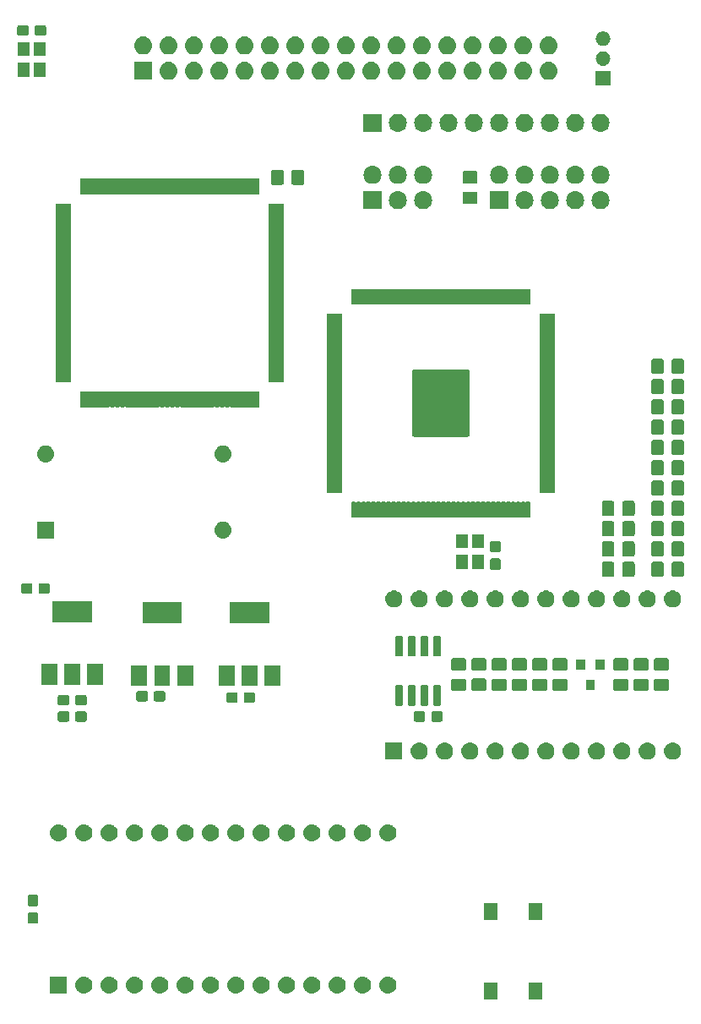
<source format=gbr>
G04 #@! TF.GenerationSoftware,KiCad,Pcbnew,(5.1.2-1)-1*
G04 #@! TF.CreationDate,2020-07-07T12:37:09+01:00*
G04 #@! TF.ProjectId,MZ80-80CLR,4d5a3830-2d38-4304-934c-522e6b696361,rev?*
G04 #@! TF.SameCoordinates,Original*
G04 #@! TF.FileFunction,Soldermask,Top*
G04 #@! TF.FilePolarity,Negative*
%FSLAX46Y46*%
G04 Gerber Fmt 4.6, Leading zero omitted, Abs format (unit mm)*
G04 Created by KiCad (PCBNEW (5.1.2-1)-1) date 2020-07-07 12:37:09*
%MOMM*%
%LPD*%
G04 APERTURE LIST*
%ADD10C,0.100000*%
G04 APERTURE END LIST*
D10*
G36*
X124998000Y-131679000D02*
G01*
X123596000Y-131679000D01*
X123596000Y-130027000D01*
X124998000Y-130027000D01*
X124998000Y-131679000D01*
X124998000Y-131679000D01*
G37*
G36*
X120498000Y-131679000D02*
G01*
X119096000Y-131679000D01*
X119096000Y-130027000D01*
X120498000Y-130027000D01*
X120498000Y-131679000D01*
X120498000Y-131679000D01*
G37*
G36*
X104586823Y-129431313D02*
G01*
X104747242Y-129479976D01*
X104879906Y-129550886D01*
X104895078Y-129558996D01*
X105024659Y-129665341D01*
X105131004Y-129794922D01*
X105131005Y-129794924D01*
X105210024Y-129942758D01*
X105258687Y-130103177D01*
X105275117Y-130270000D01*
X105258687Y-130436823D01*
X105210024Y-130597242D01*
X105139114Y-130729906D01*
X105131004Y-130745078D01*
X105024659Y-130874659D01*
X104895078Y-130981004D01*
X104895076Y-130981005D01*
X104747242Y-131060024D01*
X104586823Y-131108687D01*
X104461804Y-131121000D01*
X104378196Y-131121000D01*
X104253177Y-131108687D01*
X104092758Y-131060024D01*
X103944924Y-130981005D01*
X103944922Y-130981004D01*
X103815341Y-130874659D01*
X103708996Y-130745078D01*
X103700886Y-130729906D01*
X103629976Y-130597242D01*
X103581313Y-130436823D01*
X103564883Y-130270000D01*
X103581313Y-130103177D01*
X103629976Y-129942758D01*
X103708995Y-129794924D01*
X103708996Y-129794922D01*
X103815341Y-129665341D01*
X103944922Y-129558996D01*
X103960094Y-129550886D01*
X104092758Y-129479976D01*
X104253177Y-129431313D01*
X104378196Y-129419000D01*
X104461804Y-129419000D01*
X104586823Y-129431313D01*
X104586823Y-129431313D01*
G37*
G36*
X102046823Y-129431313D02*
G01*
X102207242Y-129479976D01*
X102339906Y-129550886D01*
X102355078Y-129558996D01*
X102484659Y-129665341D01*
X102591004Y-129794922D01*
X102591005Y-129794924D01*
X102670024Y-129942758D01*
X102718687Y-130103177D01*
X102735117Y-130270000D01*
X102718687Y-130436823D01*
X102670024Y-130597242D01*
X102599114Y-130729906D01*
X102591004Y-130745078D01*
X102484659Y-130874659D01*
X102355078Y-130981004D01*
X102355076Y-130981005D01*
X102207242Y-131060024D01*
X102046823Y-131108687D01*
X101921804Y-131121000D01*
X101838196Y-131121000D01*
X101713177Y-131108687D01*
X101552758Y-131060024D01*
X101404924Y-130981005D01*
X101404922Y-130981004D01*
X101275341Y-130874659D01*
X101168996Y-130745078D01*
X101160886Y-130729906D01*
X101089976Y-130597242D01*
X101041313Y-130436823D01*
X101024883Y-130270000D01*
X101041313Y-130103177D01*
X101089976Y-129942758D01*
X101168995Y-129794924D01*
X101168996Y-129794922D01*
X101275341Y-129665341D01*
X101404922Y-129558996D01*
X101420094Y-129550886D01*
X101552758Y-129479976D01*
X101713177Y-129431313D01*
X101838196Y-129419000D01*
X101921804Y-129419000D01*
X102046823Y-129431313D01*
X102046823Y-129431313D01*
G37*
G36*
X99506823Y-129431313D02*
G01*
X99667242Y-129479976D01*
X99799906Y-129550886D01*
X99815078Y-129558996D01*
X99944659Y-129665341D01*
X100051004Y-129794922D01*
X100051005Y-129794924D01*
X100130024Y-129942758D01*
X100178687Y-130103177D01*
X100195117Y-130270000D01*
X100178687Y-130436823D01*
X100130024Y-130597242D01*
X100059114Y-130729906D01*
X100051004Y-130745078D01*
X99944659Y-130874659D01*
X99815078Y-130981004D01*
X99815076Y-130981005D01*
X99667242Y-131060024D01*
X99506823Y-131108687D01*
X99381804Y-131121000D01*
X99298196Y-131121000D01*
X99173177Y-131108687D01*
X99012758Y-131060024D01*
X98864924Y-130981005D01*
X98864922Y-130981004D01*
X98735341Y-130874659D01*
X98628996Y-130745078D01*
X98620886Y-130729906D01*
X98549976Y-130597242D01*
X98501313Y-130436823D01*
X98484883Y-130270000D01*
X98501313Y-130103177D01*
X98549976Y-129942758D01*
X98628995Y-129794924D01*
X98628996Y-129794922D01*
X98735341Y-129665341D01*
X98864922Y-129558996D01*
X98880094Y-129550886D01*
X99012758Y-129479976D01*
X99173177Y-129431313D01*
X99298196Y-129419000D01*
X99381804Y-129419000D01*
X99506823Y-129431313D01*
X99506823Y-129431313D01*
G37*
G36*
X96966823Y-129431313D02*
G01*
X97127242Y-129479976D01*
X97259906Y-129550886D01*
X97275078Y-129558996D01*
X97404659Y-129665341D01*
X97511004Y-129794922D01*
X97511005Y-129794924D01*
X97590024Y-129942758D01*
X97638687Y-130103177D01*
X97655117Y-130270000D01*
X97638687Y-130436823D01*
X97590024Y-130597242D01*
X97519114Y-130729906D01*
X97511004Y-130745078D01*
X97404659Y-130874659D01*
X97275078Y-130981004D01*
X97275076Y-130981005D01*
X97127242Y-131060024D01*
X96966823Y-131108687D01*
X96841804Y-131121000D01*
X96758196Y-131121000D01*
X96633177Y-131108687D01*
X96472758Y-131060024D01*
X96324924Y-130981005D01*
X96324922Y-130981004D01*
X96195341Y-130874659D01*
X96088996Y-130745078D01*
X96080886Y-130729906D01*
X96009976Y-130597242D01*
X95961313Y-130436823D01*
X95944883Y-130270000D01*
X95961313Y-130103177D01*
X96009976Y-129942758D01*
X96088995Y-129794924D01*
X96088996Y-129794922D01*
X96195341Y-129665341D01*
X96324922Y-129558996D01*
X96340094Y-129550886D01*
X96472758Y-129479976D01*
X96633177Y-129431313D01*
X96758196Y-129419000D01*
X96841804Y-129419000D01*
X96966823Y-129431313D01*
X96966823Y-129431313D01*
G37*
G36*
X94426823Y-129431313D02*
G01*
X94587242Y-129479976D01*
X94719906Y-129550886D01*
X94735078Y-129558996D01*
X94864659Y-129665341D01*
X94971004Y-129794922D01*
X94971005Y-129794924D01*
X95050024Y-129942758D01*
X95098687Y-130103177D01*
X95115117Y-130270000D01*
X95098687Y-130436823D01*
X95050024Y-130597242D01*
X94979114Y-130729906D01*
X94971004Y-130745078D01*
X94864659Y-130874659D01*
X94735078Y-130981004D01*
X94735076Y-130981005D01*
X94587242Y-131060024D01*
X94426823Y-131108687D01*
X94301804Y-131121000D01*
X94218196Y-131121000D01*
X94093177Y-131108687D01*
X93932758Y-131060024D01*
X93784924Y-130981005D01*
X93784922Y-130981004D01*
X93655341Y-130874659D01*
X93548996Y-130745078D01*
X93540886Y-130729906D01*
X93469976Y-130597242D01*
X93421313Y-130436823D01*
X93404883Y-130270000D01*
X93421313Y-130103177D01*
X93469976Y-129942758D01*
X93548995Y-129794924D01*
X93548996Y-129794922D01*
X93655341Y-129665341D01*
X93784922Y-129558996D01*
X93800094Y-129550886D01*
X93932758Y-129479976D01*
X94093177Y-129431313D01*
X94218196Y-129419000D01*
X94301804Y-129419000D01*
X94426823Y-129431313D01*
X94426823Y-129431313D01*
G37*
G36*
X91886823Y-129431313D02*
G01*
X92047242Y-129479976D01*
X92179906Y-129550886D01*
X92195078Y-129558996D01*
X92324659Y-129665341D01*
X92431004Y-129794922D01*
X92431005Y-129794924D01*
X92510024Y-129942758D01*
X92558687Y-130103177D01*
X92575117Y-130270000D01*
X92558687Y-130436823D01*
X92510024Y-130597242D01*
X92439114Y-130729906D01*
X92431004Y-130745078D01*
X92324659Y-130874659D01*
X92195078Y-130981004D01*
X92195076Y-130981005D01*
X92047242Y-131060024D01*
X91886823Y-131108687D01*
X91761804Y-131121000D01*
X91678196Y-131121000D01*
X91553177Y-131108687D01*
X91392758Y-131060024D01*
X91244924Y-130981005D01*
X91244922Y-130981004D01*
X91115341Y-130874659D01*
X91008996Y-130745078D01*
X91000886Y-130729906D01*
X90929976Y-130597242D01*
X90881313Y-130436823D01*
X90864883Y-130270000D01*
X90881313Y-130103177D01*
X90929976Y-129942758D01*
X91008995Y-129794924D01*
X91008996Y-129794922D01*
X91115341Y-129665341D01*
X91244922Y-129558996D01*
X91260094Y-129550886D01*
X91392758Y-129479976D01*
X91553177Y-129431313D01*
X91678196Y-129419000D01*
X91761804Y-129419000D01*
X91886823Y-129431313D01*
X91886823Y-129431313D01*
G37*
G36*
X89346823Y-129431313D02*
G01*
X89507242Y-129479976D01*
X89639906Y-129550886D01*
X89655078Y-129558996D01*
X89784659Y-129665341D01*
X89891004Y-129794922D01*
X89891005Y-129794924D01*
X89970024Y-129942758D01*
X90018687Y-130103177D01*
X90035117Y-130270000D01*
X90018687Y-130436823D01*
X89970024Y-130597242D01*
X89899114Y-130729906D01*
X89891004Y-130745078D01*
X89784659Y-130874659D01*
X89655078Y-130981004D01*
X89655076Y-130981005D01*
X89507242Y-131060024D01*
X89346823Y-131108687D01*
X89221804Y-131121000D01*
X89138196Y-131121000D01*
X89013177Y-131108687D01*
X88852758Y-131060024D01*
X88704924Y-130981005D01*
X88704922Y-130981004D01*
X88575341Y-130874659D01*
X88468996Y-130745078D01*
X88460886Y-130729906D01*
X88389976Y-130597242D01*
X88341313Y-130436823D01*
X88324883Y-130270000D01*
X88341313Y-130103177D01*
X88389976Y-129942758D01*
X88468995Y-129794924D01*
X88468996Y-129794922D01*
X88575341Y-129665341D01*
X88704922Y-129558996D01*
X88720094Y-129550886D01*
X88852758Y-129479976D01*
X89013177Y-129431313D01*
X89138196Y-129419000D01*
X89221804Y-129419000D01*
X89346823Y-129431313D01*
X89346823Y-129431313D01*
G37*
G36*
X86806823Y-129431313D02*
G01*
X86967242Y-129479976D01*
X87099906Y-129550886D01*
X87115078Y-129558996D01*
X87244659Y-129665341D01*
X87351004Y-129794922D01*
X87351005Y-129794924D01*
X87430024Y-129942758D01*
X87478687Y-130103177D01*
X87495117Y-130270000D01*
X87478687Y-130436823D01*
X87430024Y-130597242D01*
X87359114Y-130729906D01*
X87351004Y-130745078D01*
X87244659Y-130874659D01*
X87115078Y-130981004D01*
X87115076Y-130981005D01*
X86967242Y-131060024D01*
X86806823Y-131108687D01*
X86681804Y-131121000D01*
X86598196Y-131121000D01*
X86473177Y-131108687D01*
X86312758Y-131060024D01*
X86164924Y-130981005D01*
X86164922Y-130981004D01*
X86035341Y-130874659D01*
X85928996Y-130745078D01*
X85920886Y-130729906D01*
X85849976Y-130597242D01*
X85801313Y-130436823D01*
X85784883Y-130270000D01*
X85801313Y-130103177D01*
X85849976Y-129942758D01*
X85928995Y-129794924D01*
X85928996Y-129794922D01*
X86035341Y-129665341D01*
X86164922Y-129558996D01*
X86180094Y-129550886D01*
X86312758Y-129479976D01*
X86473177Y-129431313D01*
X86598196Y-129419000D01*
X86681804Y-129419000D01*
X86806823Y-129431313D01*
X86806823Y-129431313D01*
G37*
G36*
X84266823Y-129431313D02*
G01*
X84427242Y-129479976D01*
X84559906Y-129550886D01*
X84575078Y-129558996D01*
X84704659Y-129665341D01*
X84811004Y-129794922D01*
X84811005Y-129794924D01*
X84890024Y-129942758D01*
X84938687Y-130103177D01*
X84955117Y-130270000D01*
X84938687Y-130436823D01*
X84890024Y-130597242D01*
X84819114Y-130729906D01*
X84811004Y-130745078D01*
X84704659Y-130874659D01*
X84575078Y-130981004D01*
X84575076Y-130981005D01*
X84427242Y-131060024D01*
X84266823Y-131108687D01*
X84141804Y-131121000D01*
X84058196Y-131121000D01*
X83933177Y-131108687D01*
X83772758Y-131060024D01*
X83624924Y-130981005D01*
X83624922Y-130981004D01*
X83495341Y-130874659D01*
X83388996Y-130745078D01*
X83380886Y-130729906D01*
X83309976Y-130597242D01*
X83261313Y-130436823D01*
X83244883Y-130270000D01*
X83261313Y-130103177D01*
X83309976Y-129942758D01*
X83388995Y-129794924D01*
X83388996Y-129794922D01*
X83495341Y-129665341D01*
X83624922Y-129558996D01*
X83640094Y-129550886D01*
X83772758Y-129479976D01*
X83933177Y-129431313D01*
X84058196Y-129419000D01*
X84141804Y-129419000D01*
X84266823Y-129431313D01*
X84266823Y-129431313D01*
G37*
G36*
X81726823Y-129431313D02*
G01*
X81887242Y-129479976D01*
X82019906Y-129550886D01*
X82035078Y-129558996D01*
X82164659Y-129665341D01*
X82271004Y-129794922D01*
X82271005Y-129794924D01*
X82350024Y-129942758D01*
X82398687Y-130103177D01*
X82415117Y-130270000D01*
X82398687Y-130436823D01*
X82350024Y-130597242D01*
X82279114Y-130729906D01*
X82271004Y-130745078D01*
X82164659Y-130874659D01*
X82035078Y-130981004D01*
X82035076Y-130981005D01*
X81887242Y-131060024D01*
X81726823Y-131108687D01*
X81601804Y-131121000D01*
X81518196Y-131121000D01*
X81393177Y-131108687D01*
X81232758Y-131060024D01*
X81084924Y-130981005D01*
X81084922Y-130981004D01*
X80955341Y-130874659D01*
X80848996Y-130745078D01*
X80840886Y-130729906D01*
X80769976Y-130597242D01*
X80721313Y-130436823D01*
X80704883Y-130270000D01*
X80721313Y-130103177D01*
X80769976Y-129942758D01*
X80848995Y-129794924D01*
X80848996Y-129794922D01*
X80955341Y-129665341D01*
X81084922Y-129558996D01*
X81100094Y-129550886D01*
X81232758Y-129479976D01*
X81393177Y-129431313D01*
X81518196Y-129419000D01*
X81601804Y-129419000D01*
X81726823Y-129431313D01*
X81726823Y-129431313D01*
G37*
G36*
X79186823Y-129431313D02*
G01*
X79347242Y-129479976D01*
X79479906Y-129550886D01*
X79495078Y-129558996D01*
X79624659Y-129665341D01*
X79731004Y-129794922D01*
X79731005Y-129794924D01*
X79810024Y-129942758D01*
X79858687Y-130103177D01*
X79875117Y-130270000D01*
X79858687Y-130436823D01*
X79810024Y-130597242D01*
X79739114Y-130729906D01*
X79731004Y-130745078D01*
X79624659Y-130874659D01*
X79495078Y-130981004D01*
X79495076Y-130981005D01*
X79347242Y-131060024D01*
X79186823Y-131108687D01*
X79061804Y-131121000D01*
X78978196Y-131121000D01*
X78853177Y-131108687D01*
X78692758Y-131060024D01*
X78544924Y-130981005D01*
X78544922Y-130981004D01*
X78415341Y-130874659D01*
X78308996Y-130745078D01*
X78300886Y-130729906D01*
X78229976Y-130597242D01*
X78181313Y-130436823D01*
X78164883Y-130270000D01*
X78181313Y-130103177D01*
X78229976Y-129942758D01*
X78308995Y-129794924D01*
X78308996Y-129794922D01*
X78415341Y-129665341D01*
X78544922Y-129558996D01*
X78560094Y-129550886D01*
X78692758Y-129479976D01*
X78853177Y-129431313D01*
X78978196Y-129419000D01*
X79061804Y-129419000D01*
X79186823Y-129431313D01*
X79186823Y-129431313D01*
G37*
G36*
X77331000Y-131121000D02*
G01*
X75629000Y-131121000D01*
X75629000Y-129419000D01*
X77331000Y-129419000D01*
X77331000Y-131121000D01*
X77331000Y-131121000D01*
G37*
G36*
X109666823Y-129431313D02*
G01*
X109827242Y-129479976D01*
X109959906Y-129550886D01*
X109975078Y-129558996D01*
X110104659Y-129665341D01*
X110211004Y-129794922D01*
X110211005Y-129794924D01*
X110290024Y-129942758D01*
X110338687Y-130103177D01*
X110355117Y-130270000D01*
X110338687Y-130436823D01*
X110290024Y-130597242D01*
X110219114Y-130729906D01*
X110211004Y-130745078D01*
X110104659Y-130874659D01*
X109975078Y-130981004D01*
X109975076Y-130981005D01*
X109827242Y-131060024D01*
X109666823Y-131108687D01*
X109541804Y-131121000D01*
X109458196Y-131121000D01*
X109333177Y-131108687D01*
X109172758Y-131060024D01*
X109024924Y-130981005D01*
X109024922Y-130981004D01*
X108895341Y-130874659D01*
X108788996Y-130745078D01*
X108780886Y-130729906D01*
X108709976Y-130597242D01*
X108661313Y-130436823D01*
X108644883Y-130270000D01*
X108661313Y-130103177D01*
X108709976Y-129942758D01*
X108788995Y-129794924D01*
X108788996Y-129794922D01*
X108895341Y-129665341D01*
X109024922Y-129558996D01*
X109040094Y-129550886D01*
X109172758Y-129479976D01*
X109333177Y-129431313D01*
X109458196Y-129419000D01*
X109541804Y-129419000D01*
X109666823Y-129431313D01*
X109666823Y-129431313D01*
G37*
G36*
X107126823Y-129431313D02*
G01*
X107287242Y-129479976D01*
X107419906Y-129550886D01*
X107435078Y-129558996D01*
X107564659Y-129665341D01*
X107671004Y-129794922D01*
X107671005Y-129794924D01*
X107750024Y-129942758D01*
X107798687Y-130103177D01*
X107815117Y-130270000D01*
X107798687Y-130436823D01*
X107750024Y-130597242D01*
X107679114Y-130729906D01*
X107671004Y-130745078D01*
X107564659Y-130874659D01*
X107435078Y-130981004D01*
X107435076Y-130981005D01*
X107287242Y-131060024D01*
X107126823Y-131108687D01*
X107001804Y-131121000D01*
X106918196Y-131121000D01*
X106793177Y-131108687D01*
X106632758Y-131060024D01*
X106484924Y-130981005D01*
X106484922Y-130981004D01*
X106355341Y-130874659D01*
X106248996Y-130745078D01*
X106240886Y-130729906D01*
X106169976Y-130597242D01*
X106121313Y-130436823D01*
X106104883Y-130270000D01*
X106121313Y-130103177D01*
X106169976Y-129942758D01*
X106248995Y-129794924D01*
X106248996Y-129794922D01*
X106355341Y-129665341D01*
X106484922Y-129558996D01*
X106500094Y-129550886D01*
X106632758Y-129479976D01*
X106793177Y-129431313D01*
X106918196Y-129419000D01*
X107001804Y-129419000D01*
X107126823Y-129431313D01*
X107126823Y-129431313D01*
G37*
G36*
X74278499Y-122985445D02*
G01*
X74315995Y-122996820D01*
X74350554Y-123015292D01*
X74380847Y-123040153D01*
X74405708Y-123070446D01*
X74424180Y-123105005D01*
X74435555Y-123142501D01*
X74440000Y-123187638D01*
X74440000Y-123926362D01*
X74435555Y-123971499D01*
X74424180Y-124008995D01*
X74405708Y-124043554D01*
X74380847Y-124073847D01*
X74350554Y-124098708D01*
X74315995Y-124117180D01*
X74278499Y-124128555D01*
X74233362Y-124133000D01*
X73594638Y-124133000D01*
X73549501Y-124128555D01*
X73512005Y-124117180D01*
X73477446Y-124098708D01*
X73447153Y-124073847D01*
X73422292Y-124043554D01*
X73403820Y-124008995D01*
X73392445Y-123971499D01*
X73388000Y-123926362D01*
X73388000Y-123187638D01*
X73392445Y-123142501D01*
X73403820Y-123105005D01*
X73422292Y-123070446D01*
X73447153Y-123040153D01*
X73477446Y-123015292D01*
X73512005Y-122996820D01*
X73549501Y-122985445D01*
X73594638Y-122981000D01*
X74233362Y-122981000D01*
X74278499Y-122985445D01*
X74278499Y-122985445D01*
G37*
G36*
X124998000Y-123719000D02*
G01*
X123596000Y-123719000D01*
X123596000Y-122067000D01*
X124998000Y-122067000D01*
X124998000Y-123719000D01*
X124998000Y-123719000D01*
G37*
G36*
X120498000Y-123719000D02*
G01*
X119096000Y-123719000D01*
X119096000Y-122067000D01*
X120498000Y-122067000D01*
X120498000Y-123719000D01*
X120498000Y-123719000D01*
G37*
G36*
X74278499Y-121235445D02*
G01*
X74315995Y-121246820D01*
X74350554Y-121265292D01*
X74380847Y-121290153D01*
X74405708Y-121320446D01*
X74424180Y-121355005D01*
X74435555Y-121392501D01*
X74440000Y-121437638D01*
X74440000Y-122176362D01*
X74435555Y-122221499D01*
X74424180Y-122258995D01*
X74405708Y-122293554D01*
X74380847Y-122323847D01*
X74350554Y-122348708D01*
X74315995Y-122367180D01*
X74278499Y-122378555D01*
X74233362Y-122383000D01*
X73594638Y-122383000D01*
X73549501Y-122378555D01*
X73512005Y-122367180D01*
X73477446Y-122348708D01*
X73447153Y-122323847D01*
X73422292Y-122293554D01*
X73403820Y-122258995D01*
X73392445Y-122221499D01*
X73388000Y-122176362D01*
X73388000Y-121437638D01*
X73392445Y-121392501D01*
X73403820Y-121355005D01*
X73422292Y-121320446D01*
X73447153Y-121290153D01*
X73477446Y-121265292D01*
X73512005Y-121246820D01*
X73549501Y-121235445D01*
X73594638Y-121231000D01*
X74233362Y-121231000D01*
X74278499Y-121235445D01*
X74278499Y-121235445D01*
G37*
G36*
X84266823Y-114191313D02*
G01*
X84427242Y-114239976D01*
X84559906Y-114310886D01*
X84575078Y-114318996D01*
X84704659Y-114425341D01*
X84811004Y-114554922D01*
X84811005Y-114554924D01*
X84890024Y-114702758D01*
X84938687Y-114863177D01*
X84955117Y-115030000D01*
X84938687Y-115196823D01*
X84890024Y-115357242D01*
X84819114Y-115489906D01*
X84811004Y-115505078D01*
X84704659Y-115634659D01*
X84575078Y-115741004D01*
X84575076Y-115741005D01*
X84427242Y-115820024D01*
X84266823Y-115868687D01*
X84141804Y-115881000D01*
X84058196Y-115881000D01*
X83933177Y-115868687D01*
X83772758Y-115820024D01*
X83624924Y-115741005D01*
X83624922Y-115741004D01*
X83495341Y-115634659D01*
X83388996Y-115505078D01*
X83380886Y-115489906D01*
X83309976Y-115357242D01*
X83261313Y-115196823D01*
X83244883Y-115030000D01*
X83261313Y-114863177D01*
X83309976Y-114702758D01*
X83388995Y-114554924D01*
X83388996Y-114554922D01*
X83495341Y-114425341D01*
X83624922Y-114318996D01*
X83640094Y-114310886D01*
X83772758Y-114239976D01*
X83933177Y-114191313D01*
X84058196Y-114179000D01*
X84141804Y-114179000D01*
X84266823Y-114191313D01*
X84266823Y-114191313D01*
G37*
G36*
X109666823Y-114191313D02*
G01*
X109827242Y-114239976D01*
X109959906Y-114310886D01*
X109975078Y-114318996D01*
X110104659Y-114425341D01*
X110211004Y-114554922D01*
X110211005Y-114554924D01*
X110290024Y-114702758D01*
X110338687Y-114863177D01*
X110355117Y-115030000D01*
X110338687Y-115196823D01*
X110290024Y-115357242D01*
X110219114Y-115489906D01*
X110211004Y-115505078D01*
X110104659Y-115634659D01*
X109975078Y-115741004D01*
X109975076Y-115741005D01*
X109827242Y-115820024D01*
X109666823Y-115868687D01*
X109541804Y-115881000D01*
X109458196Y-115881000D01*
X109333177Y-115868687D01*
X109172758Y-115820024D01*
X109024924Y-115741005D01*
X109024922Y-115741004D01*
X108895341Y-115634659D01*
X108788996Y-115505078D01*
X108780886Y-115489906D01*
X108709976Y-115357242D01*
X108661313Y-115196823D01*
X108644883Y-115030000D01*
X108661313Y-114863177D01*
X108709976Y-114702758D01*
X108788995Y-114554924D01*
X108788996Y-114554922D01*
X108895341Y-114425341D01*
X109024922Y-114318996D01*
X109040094Y-114310886D01*
X109172758Y-114239976D01*
X109333177Y-114191313D01*
X109458196Y-114179000D01*
X109541804Y-114179000D01*
X109666823Y-114191313D01*
X109666823Y-114191313D01*
G37*
G36*
X86806823Y-114191313D02*
G01*
X86967242Y-114239976D01*
X87099906Y-114310886D01*
X87115078Y-114318996D01*
X87244659Y-114425341D01*
X87351004Y-114554922D01*
X87351005Y-114554924D01*
X87430024Y-114702758D01*
X87478687Y-114863177D01*
X87495117Y-115030000D01*
X87478687Y-115196823D01*
X87430024Y-115357242D01*
X87359114Y-115489906D01*
X87351004Y-115505078D01*
X87244659Y-115634659D01*
X87115078Y-115741004D01*
X87115076Y-115741005D01*
X86967242Y-115820024D01*
X86806823Y-115868687D01*
X86681804Y-115881000D01*
X86598196Y-115881000D01*
X86473177Y-115868687D01*
X86312758Y-115820024D01*
X86164924Y-115741005D01*
X86164922Y-115741004D01*
X86035341Y-115634659D01*
X85928996Y-115505078D01*
X85920886Y-115489906D01*
X85849976Y-115357242D01*
X85801313Y-115196823D01*
X85784883Y-115030000D01*
X85801313Y-114863177D01*
X85849976Y-114702758D01*
X85928995Y-114554924D01*
X85928996Y-114554922D01*
X86035341Y-114425341D01*
X86164922Y-114318996D01*
X86180094Y-114310886D01*
X86312758Y-114239976D01*
X86473177Y-114191313D01*
X86598196Y-114179000D01*
X86681804Y-114179000D01*
X86806823Y-114191313D01*
X86806823Y-114191313D01*
G37*
G36*
X107126823Y-114191313D02*
G01*
X107287242Y-114239976D01*
X107419906Y-114310886D01*
X107435078Y-114318996D01*
X107564659Y-114425341D01*
X107671004Y-114554922D01*
X107671005Y-114554924D01*
X107750024Y-114702758D01*
X107798687Y-114863177D01*
X107815117Y-115030000D01*
X107798687Y-115196823D01*
X107750024Y-115357242D01*
X107679114Y-115489906D01*
X107671004Y-115505078D01*
X107564659Y-115634659D01*
X107435078Y-115741004D01*
X107435076Y-115741005D01*
X107287242Y-115820024D01*
X107126823Y-115868687D01*
X107001804Y-115881000D01*
X106918196Y-115881000D01*
X106793177Y-115868687D01*
X106632758Y-115820024D01*
X106484924Y-115741005D01*
X106484922Y-115741004D01*
X106355341Y-115634659D01*
X106248996Y-115505078D01*
X106240886Y-115489906D01*
X106169976Y-115357242D01*
X106121313Y-115196823D01*
X106104883Y-115030000D01*
X106121313Y-114863177D01*
X106169976Y-114702758D01*
X106248995Y-114554924D01*
X106248996Y-114554922D01*
X106355341Y-114425341D01*
X106484922Y-114318996D01*
X106500094Y-114310886D01*
X106632758Y-114239976D01*
X106793177Y-114191313D01*
X106918196Y-114179000D01*
X107001804Y-114179000D01*
X107126823Y-114191313D01*
X107126823Y-114191313D01*
G37*
G36*
X89346823Y-114191313D02*
G01*
X89507242Y-114239976D01*
X89639906Y-114310886D01*
X89655078Y-114318996D01*
X89784659Y-114425341D01*
X89891004Y-114554922D01*
X89891005Y-114554924D01*
X89970024Y-114702758D01*
X90018687Y-114863177D01*
X90035117Y-115030000D01*
X90018687Y-115196823D01*
X89970024Y-115357242D01*
X89899114Y-115489906D01*
X89891004Y-115505078D01*
X89784659Y-115634659D01*
X89655078Y-115741004D01*
X89655076Y-115741005D01*
X89507242Y-115820024D01*
X89346823Y-115868687D01*
X89221804Y-115881000D01*
X89138196Y-115881000D01*
X89013177Y-115868687D01*
X88852758Y-115820024D01*
X88704924Y-115741005D01*
X88704922Y-115741004D01*
X88575341Y-115634659D01*
X88468996Y-115505078D01*
X88460886Y-115489906D01*
X88389976Y-115357242D01*
X88341313Y-115196823D01*
X88324883Y-115030000D01*
X88341313Y-114863177D01*
X88389976Y-114702758D01*
X88468995Y-114554924D01*
X88468996Y-114554922D01*
X88575341Y-114425341D01*
X88704922Y-114318996D01*
X88720094Y-114310886D01*
X88852758Y-114239976D01*
X89013177Y-114191313D01*
X89138196Y-114179000D01*
X89221804Y-114179000D01*
X89346823Y-114191313D01*
X89346823Y-114191313D01*
G37*
G36*
X104586823Y-114191313D02*
G01*
X104747242Y-114239976D01*
X104879906Y-114310886D01*
X104895078Y-114318996D01*
X105024659Y-114425341D01*
X105131004Y-114554922D01*
X105131005Y-114554924D01*
X105210024Y-114702758D01*
X105258687Y-114863177D01*
X105275117Y-115030000D01*
X105258687Y-115196823D01*
X105210024Y-115357242D01*
X105139114Y-115489906D01*
X105131004Y-115505078D01*
X105024659Y-115634659D01*
X104895078Y-115741004D01*
X104895076Y-115741005D01*
X104747242Y-115820024D01*
X104586823Y-115868687D01*
X104461804Y-115881000D01*
X104378196Y-115881000D01*
X104253177Y-115868687D01*
X104092758Y-115820024D01*
X103944924Y-115741005D01*
X103944922Y-115741004D01*
X103815341Y-115634659D01*
X103708996Y-115505078D01*
X103700886Y-115489906D01*
X103629976Y-115357242D01*
X103581313Y-115196823D01*
X103564883Y-115030000D01*
X103581313Y-114863177D01*
X103629976Y-114702758D01*
X103708995Y-114554924D01*
X103708996Y-114554922D01*
X103815341Y-114425341D01*
X103944922Y-114318996D01*
X103960094Y-114310886D01*
X104092758Y-114239976D01*
X104253177Y-114191313D01*
X104378196Y-114179000D01*
X104461804Y-114179000D01*
X104586823Y-114191313D01*
X104586823Y-114191313D01*
G37*
G36*
X91886823Y-114191313D02*
G01*
X92047242Y-114239976D01*
X92179906Y-114310886D01*
X92195078Y-114318996D01*
X92324659Y-114425341D01*
X92431004Y-114554922D01*
X92431005Y-114554924D01*
X92510024Y-114702758D01*
X92558687Y-114863177D01*
X92575117Y-115030000D01*
X92558687Y-115196823D01*
X92510024Y-115357242D01*
X92439114Y-115489906D01*
X92431004Y-115505078D01*
X92324659Y-115634659D01*
X92195078Y-115741004D01*
X92195076Y-115741005D01*
X92047242Y-115820024D01*
X91886823Y-115868687D01*
X91761804Y-115881000D01*
X91678196Y-115881000D01*
X91553177Y-115868687D01*
X91392758Y-115820024D01*
X91244924Y-115741005D01*
X91244922Y-115741004D01*
X91115341Y-115634659D01*
X91008996Y-115505078D01*
X91000886Y-115489906D01*
X90929976Y-115357242D01*
X90881313Y-115196823D01*
X90864883Y-115030000D01*
X90881313Y-114863177D01*
X90929976Y-114702758D01*
X91008995Y-114554924D01*
X91008996Y-114554922D01*
X91115341Y-114425341D01*
X91244922Y-114318996D01*
X91260094Y-114310886D01*
X91392758Y-114239976D01*
X91553177Y-114191313D01*
X91678196Y-114179000D01*
X91761804Y-114179000D01*
X91886823Y-114191313D01*
X91886823Y-114191313D01*
G37*
G36*
X102046823Y-114191313D02*
G01*
X102207242Y-114239976D01*
X102339906Y-114310886D01*
X102355078Y-114318996D01*
X102484659Y-114425341D01*
X102591004Y-114554922D01*
X102591005Y-114554924D01*
X102670024Y-114702758D01*
X102718687Y-114863177D01*
X102735117Y-115030000D01*
X102718687Y-115196823D01*
X102670024Y-115357242D01*
X102599114Y-115489906D01*
X102591004Y-115505078D01*
X102484659Y-115634659D01*
X102355078Y-115741004D01*
X102355076Y-115741005D01*
X102207242Y-115820024D01*
X102046823Y-115868687D01*
X101921804Y-115881000D01*
X101838196Y-115881000D01*
X101713177Y-115868687D01*
X101552758Y-115820024D01*
X101404924Y-115741005D01*
X101404922Y-115741004D01*
X101275341Y-115634659D01*
X101168996Y-115505078D01*
X101160886Y-115489906D01*
X101089976Y-115357242D01*
X101041313Y-115196823D01*
X101024883Y-115030000D01*
X101041313Y-114863177D01*
X101089976Y-114702758D01*
X101168995Y-114554924D01*
X101168996Y-114554922D01*
X101275341Y-114425341D01*
X101404922Y-114318996D01*
X101420094Y-114310886D01*
X101552758Y-114239976D01*
X101713177Y-114191313D01*
X101838196Y-114179000D01*
X101921804Y-114179000D01*
X102046823Y-114191313D01*
X102046823Y-114191313D01*
G37*
G36*
X94426823Y-114191313D02*
G01*
X94587242Y-114239976D01*
X94719906Y-114310886D01*
X94735078Y-114318996D01*
X94864659Y-114425341D01*
X94971004Y-114554922D01*
X94971005Y-114554924D01*
X95050024Y-114702758D01*
X95098687Y-114863177D01*
X95115117Y-115030000D01*
X95098687Y-115196823D01*
X95050024Y-115357242D01*
X94979114Y-115489906D01*
X94971004Y-115505078D01*
X94864659Y-115634659D01*
X94735078Y-115741004D01*
X94735076Y-115741005D01*
X94587242Y-115820024D01*
X94426823Y-115868687D01*
X94301804Y-115881000D01*
X94218196Y-115881000D01*
X94093177Y-115868687D01*
X93932758Y-115820024D01*
X93784924Y-115741005D01*
X93784922Y-115741004D01*
X93655341Y-115634659D01*
X93548996Y-115505078D01*
X93540886Y-115489906D01*
X93469976Y-115357242D01*
X93421313Y-115196823D01*
X93404883Y-115030000D01*
X93421313Y-114863177D01*
X93469976Y-114702758D01*
X93548995Y-114554924D01*
X93548996Y-114554922D01*
X93655341Y-114425341D01*
X93784922Y-114318996D01*
X93800094Y-114310886D01*
X93932758Y-114239976D01*
X94093177Y-114191313D01*
X94218196Y-114179000D01*
X94301804Y-114179000D01*
X94426823Y-114191313D01*
X94426823Y-114191313D01*
G37*
G36*
X99506823Y-114191313D02*
G01*
X99667242Y-114239976D01*
X99799906Y-114310886D01*
X99815078Y-114318996D01*
X99944659Y-114425341D01*
X100051004Y-114554922D01*
X100051005Y-114554924D01*
X100130024Y-114702758D01*
X100178687Y-114863177D01*
X100195117Y-115030000D01*
X100178687Y-115196823D01*
X100130024Y-115357242D01*
X100059114Y-115489906D01*
X100051004Y-115505078D01*
X99944659Y-115634659D01*
X99815078Y-115741004D01*
X99815076Y-115741005D01*
X99667242Y-115820024D01*
X99506823Y-115868687D01*
X99381804Y-115881000D01*
X99298196Y-115881000D01*
X99173177Y-115868687D01*
X99012758Y-115820024D01*
X98864924Y-115741005D01*
X98864922Y-115741004D01*
X98735341Y-115634659D01*
X98628996Y-115505078D01*
X98620886Y-115489906D01*
X98549976Y-115357242D01*
X98501313Y-115196823D01*
X98484883Y-115030000D01*
X98501313Y-114863177D01*
X98549976Y-114702758D01*
X98628995Y-114554924D01*
X98628996Y-114554922D01*
X98735341Y-114425341D01*
X98864922Y-114318996D01*
X98880094Y-114310886D01*
X99012758Y-114239976D01*
X99173177Y-114191313D01*
X99298196Y-114179000D01*
X99381804Y-114179000D01*
X99506823Y-114191313D01*
X99506823Y-114191313D01*
G37*
G36*
X96966823Y-114191313D02*
G01*
X97127242Y-114239976D01*
X97259906Y-114310886D01*
X97275078Y-114318996D01*
X97404659Y-114425341D01*
X97511004Y-114554922D01*
X97511005Y-114554924D01*
X97590024Y-114702758D01*
X97638687Y-114863177D01*
X97655117Y-115030000D01*
X97638687Y-115196823D01*
X97590024Y-115357242D01*
X97519114Y-115489906D01*
X97511004Y-115505078D01*
X97404659Y-115634659D01*
X97275078Y-115741004D01*
X97275076Y-115741005D01*
X97127242Y-115820024D01*
X96966823Y-115868687D01*
X96841804Y-115881000D01*
X96758196Y-115881000D01*
X96633177Y-115868687D01*
X96472758Y-115820024D01*
X96324924Y-115741005D01*
X96324922Y-115741004D01*
X96195341Y-115634659D01*
X96088996Y-115505078D01*
X96080886Y-115489906D01*
X96009976Y-115357242D01*
X95961313Y-115196823D01*
X95944883Y-115030000D01*
X95961313Y-114863177D01*
X96009976Y-114702758D01*
X96088995Y-114554924D01*
X96088996Y-114554922D01*
X96195341Y-114425341D01*
X96324922Y-114318996D01*
X96340094Y-114310886D01*
X96472758Y-114239976D01*
X96633177Y-114191313D01*
X96758196Y-114179000D01*
X96841804Y-114179000D01*
X96966823Y-114191313D01*
X96966823Y-114191313D01*
G37*
G36*
X81726823Y-114191313D02*
G01*
X81887242Y-114239976D01*
X82019906Y-114310886D01*
X82035078Y-114318996D01*
X82164659Y-114425341D01*
X82271004Y-114554922D01*
X82271005Y-114554924D01*
X82350024Y-114702758D01*
X82398687Y-114863177D01*
X82415117Y-115030000D01*
X82398687Y-115196823D01*
X82350024Y-115357242D01*
X82279114Y-115489906D01*
X82271004Y-115505078D01*
X82164659Y-115634659D01*
X82035078Y-115741004D01*
X82035076Y-115741005D01*
X81887242Y-115820024D01*
X81726823Y-115868687D01*
X81601804Y-115881000D01*
X81518196Y-115881000D01*
X81393177Y-115868687D01*
X81232758Y-115820024D01*
X81084924Y-115741005D01*
X81084922Y-115741004D01*
X80955341Y-115634659D01*
X80848996Y-115505078D01*
X80840886Y-115489906D01*
X80769976Y-115357242D01*
X80721313Y-115196823D01*
X80704883Y-115030000D01*
X80721313Y-114863177D01*
X80769976Y-114702758D01*
X80848995Y-114554924D01*
X80848996Y-114554922D01*
X80955341Y-114425341D01*
X81084922Y-114318996D01*
X81100094Y-114310886D01*
X81232758Y-114239976D01*
X81393177Y-114191313D01*
X81518196Y-114179000D01*
X81601804Y-114179000D01*
X81726823Y-114191313D01*
X81726823Y-114191313D01*
G37*
G36*
X79186823Y-114191313D02*
G01*
X79347242Y-114239976D01*
X79479906Y-114310886D01*
X79495078Y-114318996D01*
X79624659Y-114425341D01*
X79731004Y-114554922D01*
X79731005Y-114554924D01*
X79810024Y-114702758D01*
X79858687Y-114863177D01*
X79875117Y-115030000D01*
X79858687Y-115196823D01*
X79810024Y-115357242D01*
X79739114Y-115489906D01*
X79731004Y-115505078D01*
X79624659Y-115634659D01*
X79495078Y-115741004D01*
X79495076Y-115741005D01*
X79347242Y-115820024D01*
X79186823Y-115868687D01*
X79061804Y-115881000D01*
X78978196Y-115881000D01*
X78853177Y-115868687D01*
X78692758Y-115820024D01*
X78544924Y-115741005D01*
X78544922Y-115741004D01*
X78415341Y-115634659D01*
X78308996Y-115505078D01*
X78300886Y-115489906D01*
X78229976Y-115357242D01*
X78181313Y-115196823D01*
X78164883Y-115030000D01*
X78181313Y-114863177D01*
X78229976Y-114702758D01*
X78308995Y-114554924D01*
X78308996Y-114554922D01*
X78415341Y-114425341D01*
X78544922Y-114318996D01*
X78560094Y-114310886D01*
X78692758Y-114239976D01*
X78853177Y-114191313D01*
X78978196Y-114179000D01*
X79061804Y-114179000D01*
X79186823Y-114191313D01*
X79186823Y-114191313D01*
G37*
G36*
X76646823Y-114191313D02*
G01*
X76807242Y-114239976D01*
X76939906Y-114310886D01*
X76955078Y-114318996D01*
X77084659Y-114425341D01*
X77191004Y-114554922D01*
X77191005Y-114554924D01*
X77270024Y-114702758D01*
X77318687Y-114863177D01*
X77335117Y-115030000D01*
X77318687Y-115196823D01*
X77270024Y-115357242D01*
X77199114Y-115489906D01*
X77191004Y-115505078D01*
X77084659Y-115634659D01*
X76955078Y-115741004D01*
X76955076Y-115741005D01*
X76807242Y-115820024D01*
X76646823Y-115868687D01*
X76521804Y-115881000D01*
X76438196Y-115881000D01*
X76313177Y-115868687D01*
X76152758Y-115820024D01*
X76004924Y-115741005D01*
X76004922Y-115741004D01*
X75875341Y-115634659D01*
X75768996Y-115505078D01*
X75760886Y-115489906D01*
X75689976Y-115357242D01*
X75641313Y-115196823D01*
X75624883Y-115030000D01*
X75641313Y-114863177D01*
X75689976Y-114702758D01*
X75768995Y-114554924D01*
X75768996Y-114554922D01*
X75875341Y-114425341D01*
X76004922Y-114318996D01*
X76020094Y-114310886D01*
X76152758Y-114239976D01*
X76313177Y-114191313D01*
X76438196Y-114179000D01*
X76521804Y-114179000D01*
X76646823Y-114191313D01*
X76646823Y-114191313D01*
G37*
G36*
X138206823Y-106011313D02*
G01*
X138367242Y-106059976D01*
X138499906Y-106130886D01*
X138515078Y-106138996D01*
X138644659Y-106245341D01*
X138751004Y-106374922D01*
X138751005Y-106374924D01*
X138830024Y-106522758D01*
X138878687Y-106683177D01*
X138895117Y-106850000D01*
X138878687Y-107016823D01*
X138830024Y-107177242D01*
X138759114Y-107309906D01*
X138751004Y-107325078D01*
X138644659Y-107454659D01*
X138515078Y-107561004D01*
X138515076Y-107561005D01*
X138367242Y-107640024D01*
X138206823Y-107688687D01*
X138081804Y-107701000D01*
X137998196Y-107701000D01*
X137873177Y-107688687D01*
X137712758Y-107640024D01*
X137564924Y-107561005D01*
X137564922Y-107561004D01*
X137435341Y-107454659D01*
X137328996Y-107325078D01*
X137320886Y-107309906D01*
X137249976Y-107177242D01*
X137201313Y-107016823D01*
X137184883Y-106850000D01*
X137201313Y-106683177D01*
X137249976Y-106522758D01*
X137328995Y-106374924D01*
X137328996Y-106374922D01*
X137435341Y-106245341D01*
X137564922Y-106138996D01*
X137580094Y-106130886D01*
X137712758Y-106059976D01*
X137873177Y-106011313D01*
X137998196Y-105999000D01*
X138081804Y-105999000D01*
X138206823Y-106011313D01*
X138206823Y-106011313D01*
G37*
G36*
X115346823Y-106011313D02*
G01*
X115507242Y-106059976D01*
X115639906Y-106130886D01*
X115655078Y-106138996D01*
X115784659Y-106245341D01*
X115891004Y-106374922D01*
X115891005Y-106374924D01*
X115970024Y-106522758D01*
X116018687Y-106683177D01*
X116035117Y-106850000D01*
X116018687Y-107016823D01*
X115970024Y-107177242D01*
X115899114Y-107309906D01*
X115891004Y-107325078D01*
X115784659Y-107454659D01*
X115655078Y-107561004D01*
X115655076Y-107561005D01*
X115507242Y-107640024D01*
X115346823Y-107688687D01*
X115221804Y-107701000D01*
X115138196Y-107701000D01*
X115013177Y-107688687D01*
X114852758Y-107640024D01*
X114704924Y-107561005D01*
X114704922Y-107561004D01*
X114575341Y-107454659D01*
X114468996Y-107325078D01*
X114460886Y-107309906D01*
X114389976Y-107177242D01*
X114341313Y-107016823D01*
X114324883Y-106850000D01*
X114341313Y-106683177D01*
X114389976Y-106522758D01*
X114468995Y-106374924D01*
X114468996Y-106374922D01*
X114575341Y-106245341D01*
X114704922Y-106138996D01*
X114720094Y-106130886D01*
X114852758Y-106059976D01*
X115013177Y-106011313D01*
X115138196Y-105999000D01*
X115221804Y-105999000D01*
X115346823Y-106011313D01*
X115346823Y-106011313D01*
G37*
G36*
X135666823Y-106011313D02*
G01*
X135827242Y-106059976D01*
X135959906Y-106130886D01*
X135975078Y-106138996D01*
X136104659Y-106245341D01*
X136211004Y-106374922D01*
X136211005Y-106374924D01*
X136290024Y-106522758D01*
X136338687Y-106683177D01*
X136355117Y-106850000D01*
X136338687Y-107016823D01*
X136290024Y-107177242D01*
X136219114Y-107309906D01*
X136211004Y-107325078D01*
X136104659Y-107454659D01*
X135975078Y-107561004D01*
X135975076Y-107561005D01*
X135827242Y-107640024D01*
X135666823Y-107688687D01*
X135541804Y-107701000D01*
X135458196Y-107701000D01*
X135333177Y-107688687D01*
X135172758Y-107640024D01*
X135024924Y-107561005D01*
X135024922Y-107561004D01*
X134895341Y-107454659D01*
X134788996Y-107325078D01*
X134780886Y-107309906D01*
X134709976Y-107177242D01*
X134661313Y-107016823D01*
X134644883Y-106850000D01*
X134661313Y-106683177D01*
X134709976Y-106522758D01*
X134788995Y-106374924D01*
X134788996Y-106374922D01*
X134895341Y-106245341D01*
X135024922Y-106138996D01*
X135040094Y-106130886D01*
X135172758Y-106059976D01*
X135333177Y-106011313D01*
X135458196Y-105999000D01*
X135541804Y-105999000D01*
X135666823Y-106011313D01*
X135666823Y-106011313D01*
G37*
G36*
X133126823Y-106011313D02*
G01*
X133287242Y-106059976D01*
X133419906Y-106130886D01*
X133435078Y-106138996D01*
X133564659Y-106245341D01*
X133671004Y-106374922D01*
X133671005Y-106374924D01*
X133750024Y-106522758D01*
X133798687Y-106683177D01*
X133815117Y-106850000D01*
X133798687Y-107016823D01*
X133750024Y-107177242D01*
X133679114Y-107309906D01*
X133671004Y-107325078D01*
X133564659Y-107454659D01*
X133435078Y-107561004D01*
X133435076Y-107561005D01*
X133287242Y-107640024D01*
X133126823Y-107688687D01*
X133001804Y-107701000D01*
X132918196Y-107701000D01*
X132793177Y-107688687D01*
X132632758Y-107640024D01*
X132484924Y-107561005D01*
X132484922Y-107561004D01*
X132355341Y-107454659D01*
X132248996Y-107325078D01*
X132240886Y-107309906D01*
X132169976Y-107177242D01*
X132121313Y-107016823D01*
X132104883Y-106850000D01*
X132121313Y-106683177D01*
X132169976Y-106522758D01*
X132248995Y-106374924D01*
X132248996Y-106374922D01*
X132355341Y-106245341D01*
X132484922Y-106138996D01*
X132500094Y-106130886D01*
X132632758Y-106059976D01*
X132793177Y-106011313D01*
X132918196Y-105999000D01*
X133001804Y-105999000D01*
X133126823Y-106011313D01*
X133126823Y-106011313D01*
G37*
G36*
X130586823Y-106011313D02*
G01*
X130747242Y-106059976D01*
X130879906Y-106130886D01*
X130895078Y-106138996D01*
X131024659Y-106245341D01*
X131131004Y-106374922D01*
X131131005Y-106374924D01*
X131210024Y-106522758D01*
X131258687Y-106683177D01*
X131275117Y-106850000D01*
X131258687Y-107016823D01*
X131210024Y-107177242D01*
X131139114Y-107309906D01*
X131131004Y-107325078D01*
X131024659Y-107454659D01*
X130895078Y-107561004D01*
X130895076Y-107561005D01*
X130747242Y-107640024D01*
X130586823Y-107688687D01*
X130461804Y-107701000D01*
X130378196Y-107701000D01*
X130253177Y-107688687D01*
X130092758Y-107640024D01*
X129944924Y-107561005D01*
X129944922Y-107561004D01*
X129815341Y-107454659D01*
X129708996Y-107325078D01*
X129700886Y-107309906D01*
X129629976Y-107177242D01*
X129581313Y-107016823D01*
X129564883Y-106850000D01*
X129581313Y-106683177D01*
X129629976Y-106522758D01*
X129708995Y-106374924D01*
X129708996Y-106374922D01*
X129815341Y-106245341D01*
X129944922Y-106138996D01*
X129960094Y-106130886D01*
X130092758Y-106059976D01*
X130253177Y-106011313D01*
X130378196Y-105999000D01*
X130461804Y-105999000D01*
X130586823Y-106011313D01*
X130586823Y-106011313D01*
G37*
G36*
X110951000Y-107701000D02*
G01*
X109249000Y-107701000D01*
X109249000Y-105999000D01*
X110951000Y-105999000D01*
X110951000Y-107701000D01*
X110951000Y-107701000D01*
G37*
G36*
X112806823Y-106011313D02*
G01*
X112967242Y-106059976D01*
X113099906Y-106130886D01*
X113115078Y-106138996D01*
X113244659Y-106245341D01*
X113351004Y-106374922D01*
X113351005Y-106374924D01*
X113430024Y-106522758D01*
X113478687Y-106683177D01*
X113495117Y-106850000D01*
X113478687Y-107016823D01*
X113430024Y-107177242D01*
X113359114Y-107309906D01*
X113351004Y-107325078D01*
X113244659Y-107454659D01*
X113115078Y-107561004D01*
X113115076Y-107561005D01*
X112967242Y-107640024D01*
X112806823Y-107688687D01*
X112681804Y-107701000D01*
X112598196Y-107701000D01*
X112473177Y-107688687D01*
X112312758Y-107640024D01*
X112164924Y-107561005D01*
X112164922Y-107561004D01*
X112035341Y-107454659D01*
X111928996Y-107325078D01*
X111920886Y-107309906D01*
X111849976Y-107177242D01*
X111801313Y-107016823D01*
X111784883Y-106850000D01*
X111801313Y-106683177D01*
X111849976Y-106522758D01*
X111928995Y-106374924D01*
X111928996Y-106374922D01*
X112035341Y-106245341D01*
X112164922Y-106138996D01*
X112180094Y-106130886D01*
X112312758Y-106059976D01*
X112473177Y-106011313D01*
X112598196Y-105999000D01*
X112681804Y-105999000D01*
X112806823Y-106011313D01*
X112806823Y-106011313D01*
G37*
G36*
X128046823Y-106011313D02*
G01*
X128207242Y-106059976D01*
X128339906Y-106130886D01*
X128355078Y-106138996D01*
X128484659Y-106245341D01*
X128591004Y-106374922D01*
X128591005Y-106374924D01*
X128670024Y-106522758D01*
X128718687Y-106683177D01*
X128735117Y-106850000D01*
X128718687Y-107016823D01*
X128670024Y-107177242D01*
X128599114Y-107309906D01*
X128591004Y-107325078D01*
X128484659Y-107454659D01*
X128355078Y-107561004D01*
X128355076Y-107561005D01*
X128207242Y-107640024D01*
X128046823Y-107688687D01*
X127921804Y-107701000D01*
X127838196Y-107701000D01*
X127713177Y-107688687D01*
X127552758Y-107640024D01*
X127404924Y-107561005D01*
X127404922Y-107561004D01*
X127275341Y-107454659D01*
X127168996Y-107325078D01*
X127160886Y-107309906D01*
X127089976Y-107177242D01*
X127041313Y-107016823D01*
X127024883Y-106850000D01*
X127041313Y-106683177D01*
X127089976Y-106522758D01*
X127168995Y-106374924D01*
X127168996Y-106374922D01*
X127275341Y-106245341D01*
X127404922Y-106138996D01*
X127420094Y-106130886D01*
X127552758Y-106059976D01*
X127713177Y-106011313D01*
X127838196Y-105999000D01*
X127921804Y-105999000D01*
X128046823Y-106011313D01*
X128046823Y-106011313D01*
G37*
G36*
X125506823Y-106011313D02*
G01*
X125667242Y-106059976D01*
X125799906Y-106130886D01*
X125815078Y-106138996D01*
X125944659Y-106245341D01*
X126051004Y-106374922D01*
X126051005Y-106374924D01*
X126130024Y-106522758D01*
X126178687Y-106683177D01*
X126195117Y-106850000D01*
X126178687Y-107016823D01*
X126130024Y-107177242D01*
X126059114Y-107309906D01*
X126051004Y-107325078D01*
X125944659Y-107454659D01*
X125815078Y-107561004D01*
X125815076Y-107561005D01*
X125667242Y-107640024D01*
X125506823Y-107688687D01*
X125381804Y-107701000D01*
X125298196Y-107701000D01*
X125173177Y-107688687D01*
X125012758Y-107640024D01*
X124864924Y-107561005D01*
X124864922Y-107561004D01*
X124735341Y-107454659D01*
X124628996Y-107325078D01*
X124620886Y-107309906D01*
X124549976Y-107177242D01*
X124501313Y-107016823D01*
X124484883Y-106850000D01*
X124501313Y-106683177D01*
X124549976Y-106522758D01*
X124628995Y-106374924D01*
X124628996Y-106374922D01*
X124735341Y-106245341D01*
X124864922Y-106138996D01*
X124880094Y-106130886D01*
X125012758Y-106059976D01*
X125173177Y-106011313D01*
X125298196Y-105999000D01*
X125381804Y-105999000D01*
X125506823Y-106011313D01*
X125506823Y-106011313D01*
G37*
G36*
X122966823Y-106011313D02*
G01*
X123127242Y-106059976D01*
X123259906Y-106130886D01*
X123275078Y-106138996D01*
X123404659Y-106245341D01*
X123511004Y-106374922D01*
X123511005Y-106374924D01*
X123590024Y-106522758D01*
X123638687Y-106683177D01*
X123655117Y-106850000D01*
X123638687Y-107016823D01*
X123590024Y-107177242D01*
X123519114Y-107309906D01*
X123511004Y-107325078D01*
X123404659Y-107454659D01*
X123275078Y-107561004D01*
X123275076Y-107561005D01*
X123127242Y-107640024D01*
X122966823Y-107688687D01*
X122841804Y-107701000D01*
X122758196Y-107701000D01*
X122633177Y-107688687D01*
X122472758Y-107640024D01*
X122324924Y-107561005D01*
X122324922Y-107561004D01*
X122195341Y-107454659D01*
X122088996Y-107325078D01*
X122080886Y-107309906D01*
X122009976Y-107177242D01*
X121961313Y-107016823D01*
X121944883Y-106850000D01*
X121961313Y-106683177D01*
X122009976Y-106522758D01*
X122088995Y-106374924D01*
X122088996Y-106374922D01*
X122195341Y-106245341D01*
X122324922Y-106138996D01*
X122340094Y-106130886D01*
X122472758Y-106059976D01*
X122633177Y-106011313D01*
X122758196Y-105999000D01*
X122841804Y-105999000D01*
X122966823Y-106011313D01*
X122966823Y-106011313D01*
G37*
G36*
X120426823Y-106011313D02*
G01*
X120587242Y-106059976D01*
X120719906Y-106130886D01*
X120735078Y-106138996D01*
X120864659Y-106245341D01*
X120971004Y-106374922D01*
X120971005Y-106374924D01*
X121050024Y-106522758D01*
X121098687Y-106683177D01*
X121115117Y-106850000D01*
X121098687Y-107016823D01*
X121050024Y-107177242D01*
X120979114Y-107309906D01*
X120971004Y-107325078D01*
X120864659Y-107454659D01*
X120735078Y-107561004D01*
X120735076Y-107561005D01*
X120587242Y-107640024D01*
X120426823Y-107688687D01*
X120301804Y-107701000D01*
X120218196Y-107701000D01*
X120093177Y-107688687D01*
X119932758Y-107640024D01*
X119784924Y-107561005D01*
X119784922Y-107561004D01*
X119655341Y-107454659D01*
X119548996Y-107325078D01*
X119540886Y-107309906D01*
X119469976Y-107177242D01*
X119421313Y-107016823D01*
X119404883Y-106850000D01*
X119421313Y-106683177D01*
X119469976Y-106522758D01*
X119548995Y-106374924D01*
X119548996Y-106374922D01*
X119655341Y-106245341D01*
X119784922Y-106138996D01*
X119800094Y-106130886D01*
X119932758Y-106059976D01*
X120093177Y-106011313D01*
X120218196Y-105999000D01*
X120301804Y-105999000D01*
X120426823Y-106011313D01*
X120426823Y-106011313D01*
G37*
G36*
X117886823Y-106011313D02*
G01*
X118047242Y-106059976D01*
X118179906Y-106130886D01*
X118195078Y-106138996D01*
X118324659Y-106245341D01*
X118431004Y-106374922D01*
X118431005Y-106374924D01*
X118510024Y-106522758D01*
X118558687Y-106683177D01*
X118575117Y-106850000D01*
X118558687Y-107016823D01*
X118510024Y-107177242D01*
X118439114Y-107309906D01*
X118431004Y-107325078D01*
X118324659Y-107454659D01*
X118195078Y-107561004D01*
X118195076Y-107561005D01*
X118047242Y-107640024D01*
X117886823Y-107688687D01*
X117761804Y-107701000D01*
X117678196Y-107701000D01*
X117553177Y-107688687D01*
X117392758Y-107640024D01*
X117244924Y-107561005D01*
X117244922Y-107561004D01*
X117115341Y-107454659D01*
X117008996Y-107325078D01*
X117000886Y-107309906D01*
X116929976Y-107177242D01*
X116881313Y-107016823D01*
X116864883Y-106850000D01*
X116881313Y-106683177D01*
X116929976Y-106522758D01*
X117008995Y-106374924D01*
X117008996Y-106374922D01*
X117115341Y-106245341D01*
X117244922Y-106138996D01*
X117260094Y-106130886D01*
X117392758Y-106059976D01*
X117553177Y-106011313D01*
X117678196Y-105999000D01*
X117761804Y-105999000D01*
X117886823Y-106011313D01*
X117886823Y-106011313D01*
G37*
G36*
X113077499Y-102856445D02*
G01*
X113114995Y-102867820D01*
X113149554Y-102886292D01*
X113179847Y-102911153D01*
X113204708Y-102941446D01*
X113223180Y-102976005D01*
X113234555Y-103013501D01*
X113239000Y-103058638D01*
X113239000Y-103697362D01*
X113234555Y-103742499D01*
X113223180Y-103779995D01*
X113204708Y-103814554D01*
X113179847Y-103844847D01*
X113149554Y-103869708D01*
X113114995Y-103888180D01*
X113077499Y-103899555D01*
X113032362Y-103904000D01*
X112293638Y-103904000D01*
X112248501Y-103899555D01*
X112211005Y-103888180D01*
X112176446Y-103869708D01*
X112146153Y-103844847D01*
X112121292Y-103814554D01*
X112102820Y-103779995D01*
X112091445Y-103742499D01*
X112087000Y-103697362D01*
X112087000Y-103058638D01*
X112091445Y-103013501D01*
X112102820Y-102976005D01*
X112121292Y-102941446D01*
X112146153Y-102911153D01*
X112176446Y-102886292D01*
X112211005Y-102867820D01*
X112248501Y-102856445D01*
X112293638Y-102852000D01*
X113032362Y-102852000D01*
X113077499Y-102856445D01*
X113077499Y-102856445D01*
G37*
G36*
X79140499Y-102856445D02*
G01*
X79177995Y-102867820D01*
X79212554Y-102886292D01*
X79242847Y-102911153D01*
X79267708Y-102941446D01*
X79286180Y-102976005D01*
X79297555Y-103013501D01*
X79302000Y-103058638D01*
X79302000Y-103697362D01*
X79297555Y-103742499D01*
X79286180Y-103779995D01*
X79267708Y-103814554D01*
X79242847Y-103844847D01*
X79212554Y-103869708D01*
X79177995Y-103888180D01*
X79140499Y-103899555D01*
X79095362Y-103904000D01*
X78356638Y-103904000D01*
X78311501Y-103899555D01*
X78274005Y-103888180D01*
X78239446Y-103869708D01*
X78209153Y-103844847D01*
X78184292Y-103814554D01*
X78165820Y-103779995D01*
X78154445Y-103742499D01*
X78150000Y-103697362D01*
X78150000Y-103058638D01*
X78154445Y-103013501D01*
X78165820Y-102976005D01*
X78184292Y-102941446D01*
X78209153Y-102911153D01*
X78239446Y-102886292D01*
X78274005Y-102867820D01*
X78311501Y-102856445D01*
X78356638Y-102852000D01*
X79095362Y-102852000D01*
X79140499Y-102856445D01*
X79140499Y-102856445D01*
G37*
G36*
X77390499Y-102856445D02*
G01*
X77427995Y-102867820D01*
X77462554Y-102886292D01*
X77492847Y-102911153D01*
X77517708Y-102941446D01*
X77536180Y-102976005D01*
X77547555Y-103013501D01*
X77552000Y-103058638D01*
X77552000Y-103697362D01*
X77547555Y-103742499D01*
X77536180Y-103779995D01*
X77517708Y-103814554D01*
X77492847Y-103844847D01*
X77462554Y-103869708D01*
X77427995Y-103888180D01*
X77390499Y-103899555D01*
X77345362Y-103904000D01*
X76606638Y-103904000D01*
X76561501Y-103899555D01*
X76524005Y-103888180D01*
X76489446Y-103869708D01*
X76459153Y-103844847D01*
X76434292Y-103814554D01*
X76415820Y-103779995D01*
X76404445Y-103742499D01*
X76400000Y-103697362D01*
X76400000Y-103058638D01*
X76404445Y-103013501D01*
X76415820Y-102976005D01*
X76434292Y-102941446D01*
X76459153Y-102911153D01*
X76489446Y-102886292D01*
X76524005Y-102867820D01*
X76561501Y-102856445D01*
X76606638Y-102852000D01*
X77345362Y-102852000D01*
X77390499Y-102856445D01*
X77390499Y-102856445D01*
G37*
G36*
X114827499Y-102856445D02*
G01*
X114864995Y-102867820D01*
X114899554Y-102886292D01*
X114929847Y-102911153D01*
X114954708Y-102941446D01*
X114973180Y-102976005D01*
X114984555Y-103013501D01*
X114989000Y-103058638D01*
X114989000Y-103697362D01*
X114984555Y-103742499D01*
X114973180Y-103779995D01*
X114954708Y-103814554D01*
X114929847Y-103844847D01*
X114899554Y-103869708D01*
X114864995Y-103888180D01*
X114827499Y-103899555D01*
X114782362Y-103904000D01*
X114043638Y-103904000D01*
X113998501Y-103899555D01*
X113961005Y-103888180D01*
X113926446Y-103869708D01*
X113896153Y-103844847D01*
X113871292Y-103814554D01*
X113852820Y-103779995D01*
X113841445Y-103742499D01*
X113837000Y-103697362D01*
X113837000Y-103058638D01*
X113841445Y-103013501D01*
X113852820Y-102976005D01*
X113871292Y-102941446D01*
X113896153Y-102911153D01*
X113926446Y-102886292D01*
X113961005Y-102867820D01*
X113998501Y-102856445D01*
X114043638Y-102852000D01*
X114782362Y-102852000D01*
X114827499Y-102856445D01*
X114827499Y-102856445D01*
G37*
G36*
X114686928Y-100257764D02*
G01*
X114708009Y-100264160D01*
X114727445Y-100274548D01*
X114744476Y-100288524D01*
X114758452Y-100305555D01*
X114768840Y-100324991D01*
X114775236Y-100346072D01*
X114778000Y-100374140D01*
X114778000Y-102187860D01*
X114775236Y-102215928D01*
X114768840Y-102237009D01*
X114758452Y-102256445D01*
X114744476Y-102273476D01*
X114727445Y-102287452D01*
X114708009Y-102297840D01*
X114686928Y-102304236D01*
X114658860Y-102307000D01*
X114195140Y-102307000D01*
X114167072Y-102304236D01*
X114145991Y-102297840D01*
X114126555Y-102287452D01*
X114109524Y-102273476D01*
X114095548Y-102256445D01*
X114085160Y-102237009D01*
X114078764Y-102215928D01*
X114076000Y-102187860D01*
X114076000Y-100374140D01*
X114078764Y-100346072D01*
X114085160Y-100324991D01*
X114095548Y-100305555D01*
X114109524Y-100288524D01*
X114126555Y-100274548D01*
X114145991Y-100264160D01*
X114167072Y-100257764D01*
X114195140Y-100255000D01*
X114658860Y-100255000D01*
X114686928Y-100257764D01*
X114686928Y-100257764D01*
G37*
G36*
X113416928Y-100257764D02*
G01*
X113438009Y-100264160D01*
X113457445Y-100274548D01*
X113474476Y-100288524D01*
X113488452Y-100305555D01*
X113498840Y-100324991D01*
X113505236Y-100346072D01*
X113508000Y-100374140D01*
X113508000Y-102187860D01*
X113505236Y-102215928D01*
X113498840Y-102237009D01*
X113488452Y-102256445D01*
X113474476Y-102273476D01*
X113457445Y-102287452D01*
X113438009Y-102297840D01*
X113416928Y-102304236D01*
X113388860Y-102307000D01*
X112925140Y-102307000D01*
X112897072Y-102304236D01*
X112875991Y-102297840D01*
X112856555Y-102287452D01*
X112839524Y-102273476D01*
X112825548Y-102256445D01*
X112815160Y-102237009D01*
X112808764Y-102215928D01*
X112806000Y-102187860D01*
X112806000Y-100374140D01*
X112808764Y-100346072D01*
X112815160Y-100324991D01*
X112825548Y-100305555D01*
X112839524Y-100288524D01*
X112856555Y-100274548D01*
X112875991Y-100264160D01*
X112897072Y-100257764D01*
X112925140Y-100255000D01*
X113388860Y-100255000D01*
X113416928Y-100257764D01*
X113416928Y-100257764D01*
G37*
G36*
X112146928Y-100257764D02*
G01*
X112168009Y-100264160D01*
X112187445Y-100274548D01*
X112204476Y-100288524D01*
X112218452Y-100305555D01*
X112228840Y-100324991D01*
X112235236Y-100346072D01*
X112238000Y-100374140D01*
X112238000Y-102187860D01*
X112235236Y-102215928D01*
X112228840Y-102237009D01*
X112218452Y-102256445D01*
X112204476Y-102273476D01*
X112187445Y-102287452D01*
X112168009Y-102297840D01*
X112146928Y-102304236D01*
X112118860Y-102307000D01*
X111655140Y-102307000D01*
X111627072Y-102304236D01*
X111605991Y-102297840D01*
X111586555Y-102287452D01*
X111569524Y-102273476D01*
X111555548Y-102256445D01*
X111545160Y-102237009D01*
X111538764Y-102215928D01*
X111536000Y-102187860D01*
X111536000Y-100374140D01*
X111538764Y-100346072D01*
X111545160Y-100324991D01*
X111555548Y-100305555D01*
X111569524Y-100288524D01*
X111586555Y-100274548D01*
X111605991Y-100264160D01*
X111627072Y-100257764D01*
X111655140Y-100255000D01*
X112118860Y-100255000D01*
X112146928Y-100257764D01*
X112146928Y-100257764D01*
G37*
G36*
X110876928Y-100257764D02*
G01*
X110898009Y-100264160D01*
X110917445Y-100274548D01*
X110934476Y-100288524D01*
X110948452Y-100305555D01*
X110958840Y-100324991D01*
X110965236Y-100346072D01*
X110968000Y-100374140D01*
X110968000Y-102187860D01*
X110965236Y-102215928D01*
X110958840Y-102237009D01*
X110948452Y-102256445D01*
X110934476Y-102273476D01*
X110917445Y-102287452D01*
X110898009Y-102297840D01*
X110876928Y-102304236D01*
X110848860Y-102307000D01*
X110385140Y-102307000D01*
X110357072Y-102304236D01*
X110335991Y-102297840D01*
X110316555Y-102287452D01*
X110299524Y-102273476D01*
X110285548Y-102256445D01*
X110275160Y-102237009D01*
X110268764Y-102215928D01*
X110266000Y-102187860D01*
X110266000Y-100374140D01*
X110268764Y-100346072D01*
X110275160Y-100324991D01*
X110285548Y-100305555D01*
X110299524Y-100288524D01*
X110316555Y-100274548D01*
X110335991Y-100264160D01*
X110357072Y-100257764D01*
X110385140Y-100255000D01*
X110848860Y-100255000D01*
X110876928Y-100257764D01*
X110876928Y-100257764D01*
G37*
G36*
X77390499Y-101205445D02*
G01*
X77427995Y-101216820D01*
X77462554Y-101235292D01*
X77492847Y-101260153D01*
X77517708Y-101290446D01*
X77536180Y-101325005D01*
X77547555Y-101362501D01*
X77552000Y-101407638D01*
X77552000Y-102046362D01*
X77547555Y-102091499D01*
X77536180Y-102128995D01*
X77517708Y-102163554D01*
X77492847Y-102193847D01*
X77462554Y-102218708D01*
X77427995Y-102237180D01*
X77390499Y-102248555D01*
X77345362Y-102253000D01*
X76606638Y-102253000D01*
X76561501Y-102248555D01*
X76524005Y-102237180D01*
X76489446Y-102218708D01*
X76459153Y-102193847D01*
X76434292Y-102163554D01*
X76415820Y-102128995D01*
X76404445Y-102091499D01*
X76400000Y-102046362D01*
X76400000Y-101407638D01*
X76404445Y-101362501D01*
X76415820Y-101325005D01*
X76434292Y-101290446D01*
X76459153Y-101260153D01*
X76489446Y-101235292D01*
X76524005Y-101216820D01*
X76561501Y-101205445D01*
X76606638Y-101201000D01*
X77345362Y-101201000D01*
X77390499Y-101205445D01*
X77390499Y-101205445D01*
G37*
G36*
X79140499Y-101205445D02*
G01*
X79177995Y-101216820D01*
X79212554Y-101235292D01*
X79242847Y-101260153D01*
X79267708Y-101290446D01*
X79286180Y-101325005D01*
X79297555Y-101362501D01*
X79302000Y-101407638D01*
X79302000Y-102046362D01*
X79297555Y-102091499D01*
X79286180Y-102128995D01*
X79267708Y-102163554D01*
X79242847Y-102193847D01*
X79212554Y-102218708D01*
X79177995Y-102237180D01*
X79140499Y-102248555D01*
X79095362Y-102253000D01*
X78356638Y-102253000D01*
X78311501Y-102248555D01*
X78274005Y-102237180D01*
X78239446Y-102218708D01*
X78209153Y-102193847D01*
X78184292Y-102163554D01*
X78165820Y-102128995D01*
X78154445Y-102091499D01*
X78150000Y-102046362D01*
X78150000Y-101407638D01*
X78154445Y-101362501D01*
X78165820Y-101325005D01*
X78184292Y-101290446D01*
X78209153Y-101260153D01*
X78239446Y-101235292D01*
X78274005Y-101216820D01*
X78311501Y-101205445D01*
X78356638Y-101201000D01*
X79095362Y-101201000D01*
X79140499Y-101205445D01*
X79140499Y-101205445D01*
G37*
G36*
X94281499Y-100951445D02*
G01*
X94318995Y-100962820D01*
X94353554Y-100981292D01*
X94383847Y-101006153D01*
X94408708Y-101036446D01*
X94427180Y-101071005D01*
X94438555Y-101108501D01*
X94443000Y-101153638D01*
X94443000Y-101792362D01*
X94438555Y-101837499D01*
X94427180Y-101874995D01*
X94408708Y-101909554D01*
X94383847Y-101939847D01*
X94353554Y-101964708D01*
X94318995Y-101983180D01*
X94281499Y-101994555D01*
X94236362Y-101999000D01*
X93497638Y-101999000D01*
X93452501Y-101994555D01*
X93415005Y-101983180D01*
X93380446Y-101964708D01*
X93350153Y-101939847D01*
X93325292Y-101909554D01*
X93306820Y-101874995D01*
X93295445Y-101837499D01*
X93291000Y-101792362D01*
X93291000Y-101153638D01*
X93295445Y-101108501D01*
X93306820Y-101071005D01*
X93325292Y-101036446D01*
X93350153Y-101006153D01*
X93380446Y-100981292D01*
X93415005Y-100962820D01*
X93452501Y-100951445D01*
X93497638Y-100947000D01*
X94236362Y-100947000D01*
X94281499Y-100951445D01*
X94281499Y-100951445D01*
G37*
G36*
X96031499Y-100951445D02*
G01*
X96068995Y-100962820D01*
X96103554Y-100981292D01*
X96133847Y-101006153D01*
X96158708Y-101036446D01*
X96177180Y-101071005D01*
X96188555Y-101108501D01*
X96193000Y-101153638D01*
X96193000Y-101792362D01*
X96188555Y-101837499D01*
X96177180Y-101874995D01*
X96158708Y-101909554D01*
X96133847Y-101939847D01*
X96103554Y-101964708D01*
X96068995Y-101983180D01*
X96031499Y-101994555D01*
X95986362Y-101999000D01*
X95247638Y-101999000D01*
X95202501Y-101994555D01*
X95165005Y-101983180D01*
X95130446Y-101964708D01*
X95100153Y-101939847D01*
X95075292Y-101909554D01*
X95056820Y-101874995D01*
X95045445Y-101837499D01*
X95041000Y-101792362D01*
X95041000Y-101153638D01*
X95045445Y-101108501D01*
X95056820Y-101071005D01*
X95075292Y-101036446D01*
X95100153Y-101006153D01*
X95130446Y-100981292D01*
X95165005Y-100962820D01*
X95202501Y-100951445D01*
X95247638Y-100947000D01*
X95986362Y-100947000D01*
X96031499Y-100951445D01*
X96031499Y-100951445D01*
G37*
G36*
X85264499Y-100824445D02*
G01*
X85301995Y-100835820D01*
X85336554Y-100854292D01*
X85366847Y-100879153D01*
X85391708Y-100909446D01*
X85410180Y-100944005D01*
X85421555Y-100981501D01*
X85426000Y-101026638D01*
X85426000Y-101665362D01*
X85421555Y-101710499D01*
X85410180Y-101747995D01*
X85391708Y-101782554D01*
X85366847Y-101812847D01*
X85336554Y-101837708D01*
X85301995Y-101856180D01*
X85264499Y-101867555D01*
X85219362Y-101872000D01*
X84480638Y-101872000D01*
X84435501Y-101867555D01*
X84398005Y-101856180D01*
X84363446Y-101837708D01*
X84333153Y-101812847D01*
X84308292Y-101782554D01*
X84289820Y-101747995D01*
X84278445Y-101710499D01*
X84274000Y-101665362D01*
X84274000Y-101026638D01*
X84278445Y-100981501D01*
X84289820Y-100944005D01*
X84308292Y-100909446D01*
X84333153Y-100879153D01*
X84363446Y-100854292D01*
X84398005Y-100835820D01*
X84435501Y-100824445D01*
X84480638Y-100820000D01*
X85219362Y-100820000D01*
X85264499Y-100824445D01*
X85264499Y-100824445D01*
G37*
G36*
X87014499Y-100824445D02*
G01*
X87051995Y-100835820D01*
X87086554Y-100854292D01*
X87116847Y-100879153D01*
X87141708Y-100909446D01*
X87160180Y-100944005D01*
X87171555Y-100981501D01*
X87176000Y-101026638D01*
X87176000Y-101665362D01*
X87171555Y-101710499D01*
X87160180Y-101747995D01*
X87141708Y-101782554D01*
X87116847Y-101812847D01*
X87086554Y-101837708D01*
X87051995Y-101856180D01*
X87014499Y-101867555D01*
X86969362Y-101872000D01*
X86230638Y-101872000D01*
X86185501Y-101867555D01*
X86148005Y-101856180D01*
X86113446Y-101837708D01*
X86083153Y-101812847D01*
X86058292Y-101782554D01*
X86039820Y-101747995D01*
X86028445Y-101710499D01*
X86024000Y-101665362D01*
X86024000Y-101026638D01*
X86028445Y-100981501D01*
X86039820Y-100944005D01*
X86058292Y-100909446D01*
X86083153Y-100879153D01*
X86113446Y-100854292D01*
X86148005Y-100835820D01*
X86185501Y-100824445D01*
X86230638Y-100820000D01*
X86969362Y-100820000D01*
X87014499Y-100824445D01*
X87014499Y-100824445D01*
G37*
G36*
X137494674Y-99590465D02*
G01*
X137532367Y-99601899D01*
X137567103Y-99620466D01*
X137597548Y-99645452D01*
X137622534Y-99675897D01*
X137641101Y-99710633D01*
X137652535Y-99748326D01*
X137657000Y-99793661D01*
X137657000Y-100630339D01*
X137652535Y-100675674D01*
X137641101Y-100713367D01*
X137622534Y-100748103D01*
X137597548Y-100778548D01*
X137567103Y-100803534D01*
X137532367Y-100822101D01*
X137494674Y-100833535D01*
X137449339Y-100838000D01*
X136362661Y-100838000D01*
X136317326Y-100833535D01*
X136279633Y-100822101D01*
X136244897Y-100803534D01*
X136214452Y-100778548D01*
X136189466Y-100748103D01*
X136170899Y-100713367D01*
X136159465Y-100675674D01*
X136155000Y-100630339D01*
X136155000Y-99793661D01*
X136159465Y-99748326D01*
X136170899Y-99710633D01*
X136189466Y-99675897D01*
X136214452Y-99645452D01*
X136244897Y-99620466D01*
X136279633Y-99601899D01*
X136317326Y-99590465D01*
X136362661Y-99586000D01*
X137449339Y-99586000D01*
X137494674Y-99590465D01*
X137494674Y-99590465D01*
G37*
G36*
X135462674Y-99590465D02*
G01*
X135500367Y-99601899D01*
X135535103Y-99620466D01*
X135565548Y-99645452D01*
X135590534Y-99675897D01*
X135609101Y-99710633D01*
X135620535Y-99748326D01*
X135625000Y-99793661D01*
X135625000Y-100630339D01*
X135620535Y-100675674D01*
X135609101Y-100713367D01*
X135590534Y-100748103D01*
X135565548Y-100778548D01*
X135535103Y-100803534D01*
X135500367Y-100822101D01*
X135462674Y-100833535D01*
X135417339Y-100838000D01*
X134330661Y-100838000D01*
X134285326Y-100833535D01*
X134247633Y-100822101D01*
X134212897Y-100803534D01*
X134182452Y-100778548D01*
X134157466Y-100748103D01*
X134138899Y-100713367D01*
X134127465Y-100675674D01*
X134123000Y-100630339D01*
X134123000Y-99793661D01*
X134127465Y-99748326D01*
X134138899Y-99710633D01*
X134157466Y-99675897D01*
X134182452Y-99645452D01*
X134212897Y-99620466D01*
X134247633Y-99601899D01*
X134285326Y-99590465D01*
X134330661Y-99586000D01*
X135417339Y-99586000D01*
X135462674Y-99590465D01*
X135462674Y-99590465D01*
G37*
G36*
X133430674Y-99590465D02*
G01*
X133468367Y-99601899D01*
X133503103Y-99620466D01*
X133533548Y-99645452D01*
X133558534Y-99675897D01*
X133577101Y-99710633D01*
X133588535Y-99748326D01*
X133593000Y-99793661D01*
X133593000Y-100630339D01*
X133588535Y-100675674D01*
X133577101Y-100713367D01*
X133558534Y-100748103D01*
X133533548Y-100778548D01*
X133503103Y-100803534D01*
X133468367Y-100822101D01*
X133430674Y-100833535D01*
X133385339Y-100838000D01*
X132298661Y-100838000D01*
X132253326Y-100833535D01*
X132215633Y-100822101D01*
X132180897Y-100803534D01*
X132150452Y-100778548D01*
X132125466Y-100748103D01*
X132106899Y-100713367D01*
X132095465Y-100675674D01*
X132091000Y-100630339D01*
X132091000Y-99793661D01*
X132095465Y-99748326D01*
X132106899Y-99710633D01*
X132125466Y-99675897D01*
X132150452Y-99645452D01*
X132180897Y-99620466D01*
X132215633Y-99601899D01*
X132253326Y-99590465D01*
X132298661Y-99586000D01*
X133385339Y-99586000D01*
X133430674Y-99590465D01*
X133430674Y-99590465D01*
G37*
G36*
X127334674Y-99590465D02*
G01*
X127372367Y-99601899D01*
X127407103Y-99620466D01*
X127437548Y-99645452D01*
X127462534Y-99675897D01*
X127481101Y-99710633D01*
X127492535Y-99748326D01*
X127497000Y-99793661D01*
X127497000Y-100630339D01*
X127492535Y-100675674D01*
X127481101Y-100713367D01*
X127462534Y-100748103D01*
X127437548Y-100778548D01*
X127407103Y-100803534D01*
X127372367Y-100822101D01*
X127334674Y-100833535D01*
X127289339Y-100838000D01*
X126202661Y-100838000D01*
X126157326Y-100833535D01*
X126119633Y-100822101D01*
X126084897Y-100803534D01*
X126054452Y-100778548D01*
X126029466Y-100748103D01*
X126010899Y-100713367D01*
X125999465Y-100675674D01*
X125995000Y-100630339D01*
X125995000Y-99793661D01*
X125999465Y-99748326D01*
X126010899Y-99710633D01*
X126029466Y-99675897D01*
X126054452Y-99645452D01*
X126084897Y-99620466D01*
X126119633Y-99601899D01*
X126157326Y-99590465D01*
X126202661Y-99586000D01*
X127289339Y-99586000D01*
X127334674Y-99590465D01*
X127334674Y-99590465D01*
G37*
G36*
X125302674Y-99590465D02*
G01*
X125340367Y-99601899D01*
X125375103Y-99620466D01*
X125405548Y-99645452D01*
X125430534Y-99675897D01*
X125449101Y-99710633D01*
X125460535Y-99748326D01*
X125465000Y-99793661D01*
X125465000Y-100630339D01*
X125460535Y-100675674D01*
X125449101Y-100713367D01*
X125430534Y-100748103D01*
X125405548Y-100778548D01*
X125375103Y-100803534D01*
X125340367Y-100822101D01*
X125302674Y-100833535D01*
X125257339Y-100838000D01*
X124170661Y-100838000D01*
X124125326Y-100833535D01*
X124087633Y-100822101D01*
X124052897Y-100803534D01*
X124022452Y-100778548D01*
X123997466Y-100748103D01*
X123978899Y-100713367D01*
X123967465Y-100675674D01*
X123963000Y-100630339D01*
X123963000Y-99793661D01*
X123967465Y-99748326D01*
X123978899Y-99710633D01*
X123997466Y-99675897D01*
X124022452Y-99645452D01*
X124052897Y-99620466D01*
X124087633Y-99601899D01*
X124125326Y-99590465D01*
X124170661Y-99586000D01*
X125257339Y-99586000D01*
X125302674Y-99590465D01*
X125302674Y-99590465D01*
G37*
G36*
X121238674Y-99590465D02*
G01*
X121276367Y-99601899D01*
X121311103Y-99620466D01*
X121341548Y-99645452D01*
X121366534Y-99675897D01*
X121385101Y-99710633D01*
X121396535Y-99748326D01*
X121401000Y-99793661D01*
X121401000Y-100630339D01*
X121396535Y-100675674D01*
X121385101Y-100713367D01*
X121366534Y-100748103D01*
X121341548Y-100778548D01*
X121311103Y-100803534D01*
X121276367Y-100822101D01*
X121238674Y-100833535D01*
X121193339Y-100838000D01*
X120106661Y-100838000D01*
X120061326Y-100833535D01*
X120023633Y-100822101D01*
X119988897Y-100803534D01*
X119958452Y-100778548D01*
X119933466Y-100748103D01*
X119914899Y-100713367D01*
X119903465Y-100675674D01*
X119899000Y-100630339D01*
X119899000Y-99793661D01*
X119903465Y-99748326D01*
X119914899Y-99710633D01*
X119933466Y-99675897D01*
X119958452Y-99645452D01*
X119988897Y-99620466D01*
X120023633Y-99601899D01*
X120061326Y-99590465D01*
X120106661Y-99586000D01*
X121193339Y-99586000D01*
X121238674Y-99590465D01*
X121238674Y-99590465D01*
G37*
G36*
X123270674Y-99590465D02*
G01*
X123308367Y-99601899D01*
X123343103Y-99620466D01*
X123373548Y-99645452D01*
X123398534Y-99675897D01*
X123417101Y-99710633D01*
X123428535Y-99748326D01*
X123433000Y-99793661D01*
X123433000Y-100630339D01*
X123428535Y-100675674D01*
X123417101Y-100713367D01*
X123398534Y-100748103D01*
X123373548Y-100778548D01*
X123343103Y-100803534D01*
X123308367Y-100822101D01*
X123270674Y-100833535D01*
X123225339Y-100838000D01*
X122138661Y-100838000D01*
X122093326Y-100833535D01*
X122055633Y-100822101D01*
X122020897Y-100803534D01*
X121990452Y-100778548D01*
X121965466Y-100748103D01*
X121946899Y-100713367D01*
X121935465Y-100675674D01*
X121931000Y-100630339D01*
X121931000Y-99793661D01*
X121935465Y-99748326D01*
X121946899Y-99710633D01*
X121965466Y-99675897D01*
X121990452Y-99645452D01*
X122020897Y-99620466D01*
X122055633Y-99601899D01*
X122093326Y-99590465D01*
X122138661Y-99586000D01*
X123225339Y-99586000D01*
X123270674Y-99590465D01*
X123270674Y-99590465D01*
G37*
G36*
X117174674Y-99590465D02*
G01*
X117212367Y-99601899D01*
X117247103Y-99620466D01*
X117277548Y-99645452D01*
X117302534Y-99675897D01*
X117321101Y-99710633D01*
X117332535Y-99748326D01*
X117337000Y-99793661D01*
X117337000Y-100630339D01*
X117332535Y-100675674D01*
X117321101Y-100713367D01*
X117302534Y-100748103D01*
X117277548Y-100778548D01*
X117247103Y-100803534D01*
X117212367Y-100822101D01*
X117174674Y-100833535D01*
X117129339Y-100838000D01*
X116042661Y-100838000D01*
X115997326Y-100833535D01*
X115959633Y-100822101D01*
X115924897Y-100803534D01*
X115894452Y-100778548D01*
X115869466Y-100748103D01*
X115850899Y-100713367D01*
X115839465Y-100675674D01*
X115835000Y-100630339D01*
X115835000Y-99793661D01*
X115839465Y-99748326D01*
X115850899Y-99710633D01*
X115869466Y-99675897D01*
X115894452Y-99645452D01*
X115924897Y-99620466D01*
X115959633Y-99601899D01*
X115997326Y-99590465D01*
X116042661Y-99586000D01*
X117129339Y-99586000D01*
X117174674Y-99590465D01*
X117174674Y-99590465D01*
G37*
G36*
X119206674Y-99581465D02*
G01*
X119244367Y-99592899D01*
X119279103Y-99611466D01*
X119309548Y-99636452D01*
X119334534Y-99666897D01*
X119353101Y-99701633D01*
X119364535Y-99739326D01*
X119369000Y-99784661D01*
X119369000Y-100621339D01*
X119364535Y-100666674D01*
X119353101Y-100704367D01*
X119334534Y-100739103D01*
X119309548Y-100769548D01*
X119279103Y-100794534D01*
X119244367Y-100813101D01*
X119206674Y-100824535D01*
X119161339Y-100829000D01*
X118074661Y-100829000D01*
X118029326Y-100824535D01*
X117991633Y-100813101D01*
X117956897Y-100794534D01*
X117926452Y-100769548D01*
X117901466Y-100739103D01*
X117882899Y-100704367D01*
X117871465Y-100666674D01*
X117867000Y-100621339D01*
X117867000Y-99784661D01*
X117871465Y-99739326D01*
X117882899Y-99701633D01*
X117901466Y-99666897D01*
X117926452Y-99636452D01*
X117956897Y-99611466D01*
X117991633Y-99592899D01*
X118029326Y-99581465D01*
X118074661Y-99577000D01*
X119161339Y-99577000D01*
X119206674Y-99581465D01*
X119206674Y-99581465D01*
G37*
G36*
X130245000Y-100688000D02*
G01*
X129343000Y-100688000D01*
X129343000Y-99686000D01*
X130245000Y-99686000D01*
X130245000Y-100688000D01*
X130245000Y-100688000D01*
G37*
G36*
X87669000Y-100340000D02*
G01*
X86067000Y-100340000D01*
X86067000Y-98238000D01*
X87669000Y-98238000D01*
X87669000Y-100340000D01*
X87669000Y-100340000D01*
G37*
G36*
X98732000Y-100340000D02*
G01*
X97130000Y-100340000D01*
X97130000Y-98238000D01*
X98732000Y-98238000D01*
X98732000Y-100340000D01*
X98732000Y-100340000D01*
G37*
G36*
X96432000Y-100340000D02*
G01*
X94830000Y-100340000D01*
X94830000Y-98238000D01*
X96432000Y-98238000D01*
X96432000Y-100340000D01*
X96432000Y-100340000D01*
G37*
G36*
X94132000Y-100340000D02*
G01*
X92530000Y-100340000D01*
X92530000Y-98238000D01*
X94132000Y-98238000D01*
X94132000Y-100340000D01*
X94132000Y-100340000D01*
G37*
G36*
X89969000Y-100340000D02*
G01*
X88367000Y-100340000D01*
X88367000Y-98238000D01*
X89969000Y-98238000D01*
X89969000Y-100340000D01*
X89969000Y-100340000D01*
G37*
G36*
X85369000Y-100340000D02*
G01*
X83767000Y-100340000D01*
X83767000Y-98238000D01*
X85369000Y-98238000D01*
X85369000Y-100340000D01*
X85369000Y-100340000D01*
G37*
G36*
X78652000Y-100213000D02*
G01*
X77050000Y-100213000D01*
X77050000Y-98111000D01*
X78652000Y-98111000D01*
X78652000Y-100213000D01*
X78652000Y-100213000D01*
G37*
G36*
X80952000Y-100213000D02*
G01*
X79350000Y-100213000D01*
X79350000Y-98111000D01*
X80952000Y-98111000D01*
X80952000Y-100213000D01*
X80952000Y-100213000D01*
G37*
G36*
X76352000Y-100213000D02*
G01*
X74750000Y-100213000D01*
X74750000Y-98111000D01*
X76352000Y-98111000D01*
X76352000Y-100213000D01*
X76352000Y-100213000D01*
G37*
G36*
X125302674Y-97540465D02*
G01*
X125340367Y-97551899D01*
X125375103Y-97570466D01*
X125405548Y-97595452D01*
X125430534Y-97625897D01*
X125449101Y-97660633D01*
X125460535Y-97698326D01*
X125465000Y-97743661D01*
X125465000Y-98580339D01*
X125460535Y-98625674D01*
X125449101Y-98663367D01*
X125430534Y-98698103D01*
X125405548Y-98728548D01*
X125375103Y-98753534D01*
X125340367Y-98772101D01*
X125302674Y-98783535D01*
X125257339Y-98788000D01*
X124170661Y-98788000D01*
X124125326Y-98783535D01*
X124087633Y-98772101D01*
X124052897Y-98753534D01*
X124022452Y-98728548D01*
X123997466Y-98698103D01*
X123978899Y-98663367D01*
X123967465Y-98625674D01*
X123963000Y-98580339D01*
X123963000Y-97743661D01*
X123967465Y-97698326D01*
X123978899Y-97660633D01*
X123997466Y-97625897D01*
X124022452Y-97595452D01*
X124052897Y-97570466D01*
X124087633Y-97551899D01*
X124125326Y-97540465D01*
X124170661Y-97536000D01*
X125257339Y-97536000D01*
X125302674Y-97540465D01*
X125302674Y-97540465D01*
G37*
G36*
X121238674Y-97540465D02*
G01*
X121276367Y-97551899D01*
X121311103Y-97570466D01*
X121341548Y-97595452D01*
X121366534Y-97625897D01*
X121385101Y-97660633D01*
X121396535Y-97698326D01*
X121401000Y-97743661D01*
X121401000Y-98580339D01*
X121396535Y-98625674D01*
X121385101Y-98663367D01*
X121366534Y-98698103D01*
X121341548Y-98728548D01*
X121311103Y-98753534D01*
X121276367Y-98772101D01*
X121238674Y-98783535D01*
X121193339Y-98788000D01*
X120106661Y-98788000D01*
X120061326Y-98783535D01*
X120023633Y-98772101D01*
X119988897Y-98753534D01*
X119958452Y-98728548D01*
X119933466Y-98698103D01*
X119914899Y-98663367D01*
X119903465Y-98625674D01*
X119899000Y-98580339D01*
X119899000Y-97743661D01*
X119903465Y-97698326D01*
X119914899Y-97660633D01*
X119933466Y-97625897D01*
X119958452Y-97595452D01*
X119988897Y-97570466D01*
X120023633Y-97551899D01*
X120061326Y-97540465D01*
X120106661Y-97536000D01*
X121193339Y-97536000D01*
X121238674Y-97540465D01*
X121238674Y-97540465D01*
G37*
G36*
X127334674Y-97540465D02*
G01*
X127372367Y-97551899D01*
X127407103Y-97570466D01*
X127437548Y-97595452D01*
X127462534Y-97625897D01*
X127481101Y-97660633D01*
X127492535Y-97698326D01*
X127497000Y-97743661D01*
X127497000Y-98580339D01*
X127492535Y-98625674D01*
X127481101Y-98663367D01*
X127462534Y-98698103D01*
X127437548Y-98728548D01*
X127407103Y-98753534D01*
X127372367Y-98772101D01*
X127334674Y-98783535D01*
X127289339Y-98788000D01*
X126202661Y-98788000D01*
X126157326Y-98783535D01*
X126119633Y-98772101D01*
X126084897Y-98753534D01*
X126054452Y-98728548D01*
X126029466Y-98698103D01*
X126010899Y-98663367D01*
X125999465Y-98625674D01*
X125995000Y-98580339D01*
X125995000Y-97743661D01*
X125999465Y-97698326D01*
X126010899Y-97660633D01*
X126029466Y-97625897D01*
X126054452Y-97595452D01*
X126084897Y-97570466D01*
X126119633Y-97551899D01*
X126157326Y-97540465D01*
X126202661Y-97536000D01*
X127289339Y-97536000D01*
X127334674Y-97540465D01*
X127334674Y-97540465D01*
G37*
G36*
X135462674Y-97540465D02*
G01*
X135500367Y-97551899D01*
X135535103Y-97570466D01*
X135565548Y-97595452D01*
X135590534Y-97625897D01*
X135609101Y-97660633D01*
X135620535Y-97698326D01*
X135625000Y-97743661D01*
X135625000Y-98580339D01*
X135620535Y-98625674D01*
X135609101Y-98663367D01*
X135590534Y-98698103D01*
X135565548Y-98728548D01*
X135535103Y-98753534D01*
X135500367Y-98772101D01*
X135462674Y-98783535D01*
X135417339Y-98788000D01*
X134330661Y-98788000D01*
X134285326Y-98783535D01*
X134247633Y-98772101D01*
X134212897Y-98753534D01*
X134182452Y-98728548D01*
X134157466Y-98698103D01*
X134138899Y-98663367D01*
X134127465Y-98625674D01*
X134123000Y-98580339D01*
X134123000Y-97743661D01*
X134127465Y-97698326D01*
X134138899Y-97660633D01*
X134157466Y-97625897D01*
X134182452Y-97595452D01*
X134212897Y-97570466D01*
X134247633Y-97551899D01*
X134285326Y-97540465D01*
X134330661Y-97536000D01*
X135417339Y-97536000D01*
X135462674Y-97540465D01*
X135462674Y-97540465D01*
G37*
G36*
X123270674Y-97540465D02*
G01*
X123308367Y-97551899D01*
X123343103Y-97570466D01*
X123373548Y-97595452D01*
X123398534Y-97625897D01*
X123417101Y-97660633D01*
X123428535Y-97698326D01*
X123433000Y-97743661D01*
X123433000Y-98580339D01*
X123428535Y-98625674D01*
X123417101Y-98663367D01*
X123398534Y-98698103D01*
X123373548Y-98728548D01*
X123343103Y-98753534D01*
X123308367Y-98772101D01*
X123270674Y-98783535D01*
X123225339Y-98788000D01*
X122138661Y-98788000D01*
X122093326Y-98783535D01*
X122055633Y-98772101D01*
X122020897Y-98753534D01*
X121990452Y-98728548D01*
X121965466Y-98698103D01*
X121946899Y-98663367D01*
X121935465Y-98625674D01*
X121931000Y-98580339D01*
X121931000Y-97743661D01*
X121935465Y-97698326D01*
X121946899Y-97660633D01*
X121965466Y-97625897D01*
X121990452Y-97595452D01*
X122020897Y-97570466D01*
X122055633Y-97551899D01*
X122093326Y-97540465D01*
X122138661Y-97536000D01*
X123225339Y-97536000D01*
X123270674Y-97540465D01*
X123270674Y-97540465D01*
G37*
G36*
X137494674Y-97540465D02*
G01*
X137532367Y-97551899D01*
X137567103Y-97570466D01*
X137597548Y-97595452D01*
X137622534Y-97625897D01*
X137641101Y-97660633D01*
X137652535Y-97698326D01*
X137657000Y-97743661D01*
X137657000Y-98580339D01*
X137652535Y-98625674D01*
X137641101Y-98663367D01*
X137622534Y-98698103D01*
X137597548Y-98728548D01*
X137567103Y-98753534D01*
X137532367Y-98772101D01*
X137494674Y-98783535D01*
X137449339Y-98788000D01*
X136362661Y-98788000D01*
X136317326Y-98783535D01*
X136279633Y-98772101D01*
X136244897Y-98753534D01*
X136214452Y-98728548D01*
X136189466Y-98698103D01*
X136170899Y-98663367D01*
X136159465Y-98625674D01*
X136155000Y-98580339D01*
X136155000Y-97743661D01*
X136159465Y-97698326D01*
X136170899Y-97660633D01*
X136189466Y-97625897D01*
X136214452Y-97595452D01*
X136244897Y-97570466D01*
X136279633Y-97551899D01*
X136317326Y-97540465D01*
X136362661Y-97536000D01*
X137449339Y-97536000D01*
X137494674Y-97540465D01*
X137494674Y-97540465D01*
G37*
G36*
X133430674Y-97540465D02*
G01*
X133468367Y-97551899D01*
X133503103Y-97570466D01*
X133533548Y-97595452D01*
X133558534Y-97625897D01*
X133577101Y-97660633D01*
X133588535Y-97698326D01*
X133593000Y-97743661D01*
X133593000Y-98580339D01*
X133588535Y-98625674D01*
X133577101Y-98663367D01*
X133558534Y-98698103D01*
X133533548Y-98728548D01*
X133503103Y-98753534D01*
X133468367Y-98772101D01*
X133430674Y-98783535D01*
X133385339Y-98788000D01*
X132298661Y-98788000D01*
X132253326Y-98783535D01*
X132215633Y-98772101D01*
X132180897Y-98753534D01*
X132150452Y-98728548D01*
X132125466Y-98698103D01*
X132106899Y-98663367D01*
X132095465Y-98625674D01*
X132091000Y-98580339D01*
X132091000Y-97743661D01*
X132095465Y-97698326D01*
X132106899Y-97660633D01*
X132125466Y-97625897D01*
X132150452Y-97595452D01*
X132180897Y-97570466D01*
X132215633Y-97551899D01*
X132253326Y-97540465D01*
X132298661Y-97536000D01*
X133385339Y-97536000D01*
X133430674Y-97540465D01*
X133430674Y-97540465D01*
G37*
G36*
X117174674Y-97540465D02*
G01*
X117212367Y-97551899D01*
X117247103Y-97570466D01*
X117277548Y-97595452D01*
X117302534Y-97625897D01*
X117321101Y-97660633D01*
X117332535Y-97698326D01*
X117337000Y-97743661D01*
X117337000Y-98580339D01*
X117332535Y-98625674D01*
X117321101Y-98663367D01*
X117302534Y-98698103D01*
X117277548Y-98728548D01*
X117247103Y-98753534D01*
X117212367Y-98772101D01*
X117174674Y-98783535D01*
X117129339Y-98788000D01*
X116042661Y-98788000D01*
X115997326Y-98783535D01*
X115959633Y-98772101D01*
X115924897Y-98753534D01*
X115894452Y-98728548D01*
X115869466Y-98698103D01*
X115850899Y-98663367D01*
X115839465Y-98625674D01*
X115835000Y-98580339D01*
X115835000Y-97743661D01*
X115839465Y-97698326D01*
X115850899Y-97660633D01*
X115869466Y-97625897D01*
X115894452Y-97595452D01*
X115924897Y-97570466D01*
X115959633Y-97551899D01*
X115997326Y-97540465D01*
X116042661Y-97536000D01*
X117129339Y-97536000D01*
X117174674Y-97540465D01*
X117174674Y-97540465D01*
G37*
G36*
X119206674Y-97531465D02*
G01*
X119244367Y-97542899D01*
X119279103Y-97561466D01*
X119309548Y-97586452D01*
X119334534Y-97616897D01*
X119353101Y-97651633D01*
X119364535Y-97689326D01*
X119369000Y-97734661D01*
X119369000Y-98571339D01*
X119364535Y-98616674D01*
X119353101Y-98654367D01*
X119334534Y-98689103D01*
X119309548Y-98719548D01*
X119279103Y-98744534D01*
X119244367Y-98763101D01*
X119206674Y-98774535D01*
X119161339Y-98779000D01*
X118074661Y-98779000D01*
X118029326Y-98774535D01*
X117991633Y-98763101D01*
X117956897Y-98744534D01*
X117926452Y-98719548D01*
X117901466Y-98689103D01*
X117882899Y-98654367D01*
X117871465Y-98616674D01*
X117867000Y-98571339D01*
X117867000Y-97734661D01*
X117871465Y-97689326D01*
X117882899Y-97651633D01*
X117901466Y-97616897D01*
X117926452Y-97586452D01*
X117956897Y-97561466D01*
X117991633Y-97542899D01*
X118029326Y-97531465D01*
X118074661Y-97527000D01*
X119161339Y-97527000D01*
X119206674Y-97531465D01*
X119206674Y-97531465D01*
G37*
G36*
X131195000Y-98688000D02*
G01*
X130293000Y-98688000D01*
X130293000Y-97686000D01*
X131195000Y-97686000D01*
X131195000Y-98688000D01*
X131195000Y-98688000D01*
G37*
G36*
X129295000Y-98688000D02*
G01*
X128393000Y-98688000D01*
X128393000Y-97686000D01*
X129295000Y-97686000D01*
X129295000Y-98688000D01*
X129295000Y-98688000D01*
G37*
G36*
X110876928Y-95307764D02*
G01*
X110898009Y-95314160D01*
X110917445Y-95324548D01*
X110934476Y-95338524D01*
X110948452Y-95355555D01*
X110958840Y-95374991D01*
X110965236Y-95396072D01*
X110968000Y-95424140D01*
X110968000Y-97237860D01*
X110965236Y-97265928D01*
X110958840Y-97287009D01*
X110948452Y-97306445D01*
X110934476Y-97323476D01*
X110917445Y-97337452D01*
X110898009Y-97347840D01*
X110876928Y-97354236D01*
X110848860Y-97357000D01*
X110385140Y-97357000D01*
X110357072Y-97354236D01*
X110335991Y-97347840D01*
X110316555Y-97337452D01*
X110299524Y-97323476D01*
X110285548Y-97306445D01*
X110275160Y-97287009D01*
X110268764Y-97265928D01*
X110266000Y-97237860D01*
X110266000Y-95424140D01*
X110268764Y-95396072D01*
X110275160Y-95374991D01*
X110285548Y-95355555D01*
X110299524Y-95338524D01*
X110316555Y-95324548D01*
X110335991Y-95314160D01*
X110357072Y-95307764D01*
X110385140Y-95305000D01*
X110848860Y-95305000D01*
X110876928Y-95307764D01*
X110876928Y-95307764D01*
G37*
G36*
X114686928Y-95307764D02*
G01*
X114708009Y-95314160D01*
X114727445Y-95324548D01*
X114744476Y-95338524D01*
X114758452Y-95355555D01*
X114768840Y-95374991D01*
X114775236Y-95396072D01*
X114778000Y-95424140D01*
X114778000Y-97237860D01*
X114775236Y-97265928D01*
X114768840Y-97287009D01*
X114758452Y-97306445D01*
X114744476Y-97323476D01*
X114727445Y-97337452D01*
X114708009Y-97347840D01*
X114686928Y-97354236D01*
X114658860Y-97357000D01*
X114195140Y-97357000D01*
X114167072Y-97354236D01*
X114145991Y-97347840D01*
X114126555Y-97337452D01*
X114109524Y-97323476D01*
X114095548Y-97306445D01*
X114085160Y-97287009D01*
X114078764Y-97265928D01*
X114076000Y-97237860D01*
X114076000Y-95424140D01*
X114078764Y-95396072D01*
X114085160Y-95374991D01*
X114095548Y-95355555D01*
X114109524Y-95338524D01*
X114126555Y-95324548D01*
X114145991Y-95314160D01*
X114167072Y-95307764D01*
X114195140Y-95305000D01*
X114658860Y-95305000D01*
X114686928Y-95307764D01*
X114686928Y-95307764D01*
G37*
G36*
X113416928Y-95307764D02*
G01*
X113438009Y-95314160D01*
X113457445Y-95324548D01*
X113474476Y-95338524D01*
X113488452Y-95355555D01*
X113498840Y-95374991D01*
X113505236Y-95396072D01*
X113508000Y-95424140D01*
X113508000Y-97237860D01*
X113505236Y-97265928D01*
X113498840Y-97287009D01*
X113488452Y-97306445D01*
X113474476Y-97323476D01*
X113457445Y-97337452D01*
X113438009Y-97347840D01*
X113416928Y-97354236D01*
X113388860Y-97357000D01*
X112925140Y-97357000D01*
X112897072Y-97354236D01*
X112875991Y-97347840D01*
X112856555Y-97337452D01*
X112839524Y-97323476D01*
X112825548Y-97306445D01*
X112815160Y-97287009D01*
X112808764Y-97265928D01*
X112806000Y-97237860D01*
X112806000Y-95424140D01*
X112808764Y-95396072D01*
X112815160Y-95374991D01*
X112825548Y-95355555D01*
X112839524Y-95338524D01*
X112856555Y-95324548D01*
X112875991Y-95314160D01*
X112897072Y-95307764D01*
X112925140Y-95305000D01*
X113388860Y-95305000D01*
X113416928Y-95307764D01*
X113416928Y-95307764D01*
G37*
G36*
X112146928Y-95307764D02*
G01*
X112168009Y-95314160D01*
X112187445Y-95324548D01*
X112204476Y-95338524D01*
X112218452Y-95355555D01*
X112228840Y-95374991D01*
X112235236Y-95396072D01*
X112238000Y-95424140D01*
X112238000Y-97237860D01*
X112235236Y-97265928D01*
X112228840Y-97287009D01*
X112218452Y-97306445D01*
X112204476Y-97323476D01*
X112187445Y-97337452D01*
X112168009Y-97347840D01*
X112146928Y-97354236D01*
X112118860Y-97357000D01*
X111655140Y-97357000D01*
X111627072Y-97354236D01*
X111605991Y-97347840D01*
X111586555Y-97337452D01*
X111569524Y-97323476D01*
X111555548Y-97306445D01*
X111545160Y-97287009D01*
X111538764Y-97265928D01*
X111536000Y-97237860D01*
X111536000Y-95424140D01*
X111538764Y-95396072D01*
X111545160Y-95374991D01*
X111555548Y-95355555D01*
X111569524Y-95338524D01*
X111586555Y-95324548D01*
X111605991Y-95314160D01*
X111627072Y-95307764D01*
X111655140Y-95305000D01*
X112118860Y-95305000D01*
X112146928Y-95307764D01*
X112146928Y-95307764D01*
G37*
G36*
X97582000Y-94040000D02*
G01*
X93680000Y-94040000D01*
X93680000Y-91938000D01*
X97582000Y-91938000D01*
X97582000Y-94040000D01*
X97582000Y-94040000D01*
G37*
G36*
X88819000Y-94040000D02*
G01*
X84917000Y-94040000D01*
X84917000Y-91938000D01*
X88819000Y-91938000D01*
X88819000Y-94040000D01*
X88819000Y-94040000D01*
G37*
G36*
X79802000Y-93913000D02*
G01*
X75900000Y-93913000D01*
X75900000Y-91811000D01*
X79802000Y-91811000D01*
X79802000Y-93913000D01*
X79802000Y-93913000D01*
G37*
G36*
X122966823Y-90771313D02*
G01*
X123127242Y-90819976D01*
X123212054Y-90865309D01*
X123275078Y-90898996D01*
X123404659Y-91005341D01*
X123511004Y-91134922D01*
X123511005Y-91134924D01*
X123590024Y-91282758D01*
X123638687Y-91443177D01*
X123655117Y-91610000D01*
X123638687Y-91776823D01*
X123590024Y-91937242D01*
X123519114Y-92069906D01*
X123511004Y-92085078D01*
X123404659Y-92214659D01*
X123275078Y-92321004D01*
X123275076Y-92321005D01*
X123127242Y-92400024D01*
X122966823Y-92448687D01*
X122841804Y-92461000D01*
X122758196Y-92461000D01*
X122633177Y-92448687D01*
X122472758Y-92400024D01*
X122324924Y-92321005D01*
X122324922Y-92321004D01*
X122195341Y-92214659D01*
X122088996Y-92085078D01*
X122080886Y-92069906D01*
X122009976Y-91937242D01*
X121961313Y-91776823D01*
X121944883Y-91610000D01*
X121961313Y-91443177D01*
X122009976Y-91282758D01*
X122088995Y-91134924D01*
X122088996Y-91134922D01*
X122195341Y-91005341D01*
X122324922Y-90898996D01*
X122387946Y-90865309D01*
X122472758Y-90819976D01*
X122633177Y-90771313D01*
X122758196Y-90759000D01*
X122841804Y-90759000D01*
X122966823Y-90771313D01*
X122966823Y-90771313D01*
G37*
G36*
X120426823Y-90771313D02*
G01*
X120587242Y-90819976D01*
X120672054Y-90865309D01*
X120735078Y-90898996D01*
X120864659Y-91005341D01*
X120971004Y-91134922D01*
X120971005Y-91134924D01*
X121050024Y-91282758D01*
X121098687Y-91443177D01*
X121115117Y-91610000D01*
X121098687Y-91776823D01*
X121050024Y-91937242D01*
X120979114Y-92069906D01*
X120971004Y-92085078D01*
X120864659Y-92214659D01*
X120735078Y-92321004D01*
X120735076Y-92321005D01*
X120587242Y-92400024D01*
X120426823Y-92448687D01*
X120301804Y-92461000D01*
X120218196Y-92461000D01*
X120093177Y-92448687D01*
X119932758Y-92400024D01*
X119784924Y-92321005D01*
X119784922Y-92321004D01*
X119655341Y-92214659D01*
X119548996Y-92085078D01*
X119540886Y-92069906D01*
X119469976Y-91937242D01*
X119421313Y-91776823D01*
X119404883Y-91610000D01*
X119421313Y-91443177D01*
X119469976Y-91282758D01*
X119548995Y-91134924D01*
X119548996Y-91134922D01*
X119655341Y-91005341D01*
X119784922Y-90898996D01*
X119847946Y-90865309D01*
X119932758Y-90819976D01*
X120093177Y-90771313D01*
X120218196Y-90759000D01*
X120301804Y-90759000D01*
X120426823Y-90771313D01*
X120426823Y-90771313D01*
G37*
G36*
X117886823Y-90771313D02*
G01*
X118047242Y-90819976D01*
X118132054Y-90865309D01*
X118195078Y-90898996D01*
X118324659Y-91005341D01*
X118431004Y-91134922D01*
X118431005Y-91134924D01*
X118510024Y-91282758D01*
X118558687Y-91443177D01*
X118575117Y-91610000D01*
X118558687Y-91776823D01*
X118510024Y-91937242D01*
X118439114Y-92069906D01*
X118431004Y-92085078D01*
X118324659Y-92214659D01*
X118195078Y-92321004D01*
X118195076Y-92321005D01*
X118047242Y-92400024D01*
X117886823Y-92448687D01*
X117761804Y-92461000D01*
X117678196Y-92461000D01*
X117553177Y-92448687D01*
X117392758Y-92400024D01*
X117244924Y-92321005D01*
X117244922Y-92321004D01*
X117115341Y-92214659D01*
X117008996Y-92085078D01*
X117000886Y-92069906D01*
X116929976Y-91937242D01*
X116881313Y-91776823D01*
X116864883Y-91610000D01*
X116881313Y-91443177D01*
X116929976Y-91282758D01*
X117008995Y-91134924D01*
X117008996Y-91134922D01*
X117115341Y-91005341D01*
X117244922Y-90898996D01*
X117307946Y-90865309D01*
X117392758Y-90819976D01*
X117553177Y-90771313D01*
X117678196Y-90759000D01*
X117761804Y-90759000D01*
X117886823Y-90771313D01*
X117886823Y-90771313D01*
G37*
G36*
X115346823Y-90771313D02*
G01*
X115507242Y-90819976D01*
X115592054Y-90865309D01*
X115655078Y-90898996D01*
X115784659Y-91005341D01*
X115891004Y-91134922D01*
X115891005Y-91134924D01*
X115970024Y-91282758D01*
X116018687Y-91443177D01*
X116035117Y-91610000D01*
X116018687Y-91776823D01*
X115970024Y-91937242D01*
X115899114Y-92069906D01*
X115891004Y-92085078D01*
X115784659Y-92214659D01*
X115655078Y-92321004D01*
X115655076Y-92321005D01*
X115507242Y-92400024D01*
X115346823Y-92448687D01*
X115221804Y-92461000D01*
X115138196Y-92461000D01*
X115013177Y-92448687D01*
X114852758Y-92400024D01*
X114704924Y-92321005D01*
X114704922Y-92321004D01*
X114575341Y-92214659D01*
X114468996Y-92085078D01*
X114460886Y-92069906D01*
X114389976Y-91937242D01*
X114341313Y-91776823D01*
X114324883Y-91610000D01*
X114341313Y-91443177D01*
X114389976Y-91282758D01*
X114468995Y-91134924D01*
X114468996Y-91134922D01*
X114575341Y-91005341D01*
X114704922Y-90898996D01*
X114767946Y-90865309D01*
X114852758Y-90819976D01*
X115013177Y-90771313D01*
X115138196Y-90759000D01*
X115221804Y-90759000D01*
X115346823Y-90771313D01*
X115346823Y-90771313D01*
G37*
G36*
X112806823Y-90771313D02*
G01*
X112967242Y-90819976D01*
X113052054Y-90865309D01*
X113115078Y-90898996D01*
X113244659Y-91005341D01*
X113351004Y-91134922D01*
X113351005Y-91134924D01*
X113430024Y-91282758D01*
X113478687Y-91443177D01*
X113495117Y-91610000D01*
X113478687Y-91776823D01*
X113430024Y-91937242D01*
X113359114Y-92069906D01*
X113351004Y-92085078D01*
X113244659Y-92214659D01*
X113115078Y-92321004D01*
X113115076Y-92321005D01*
X112967242Y-92400024D01*
X112806823Y-92448687D01*
X112681804Y-92461000D01*
X112598196Y-92461000D01*
X112473177Y-92448687D01*
X112312758Y-92400024D01*
X112164924Y-92321005D01*
X112164922Y-92321004D01*
X112035341Y-92214659D01*
X111928996Y-92085078D01*
X111920886Y-92069906D01*
X111849976Y-91937242D01*
X111801313Y-91776823D01*
X111784883Y-91610000D01*
X111801313Y-91443177D01*
X111849976Y-91282758D01*
X111928995Y-91134924D01*
X111928996Y-91134922D01*
X112035341Y-91005341D01*
X112164922Y-90898996D01*
X112227946Y-90865309D01*
X112312758Y-90819976D01*
X112473177Y-90771313D01*
X112598196Y-90759000D01*
X112681804Y-90759000D01*
X112806823Y-90771313D01*
X112806823Y-90771313D01*
G37*
G36*
X110266823Y-90771313D02*
G01*
X110427242Y-90819976D01*
X110512054Y-90865309D01*
X110575078Y-90898996D01*
X110704659Y-91005341D01*
X110811004Y-91134922D01*
X110811005Y-91134924D01*
X110890024Y-91282758D01*
X110938687Y-91443177D01*
X110955117Y-91610000D01*
X110938687Y-91776823D01*
X110890024Y-91937242D01*
X110819114Y-92069906D01*
X110811004Y-92085078D01*
X110704659Y-92214659D01*
X110575078Y-92321004D01*
X110575076Y-92321005D01*
X110427242Y-92400024D01*
X110266823Y-92448687D01*
X110141804Y-92461000D01*
X110058196Y-92461000D01*
X109933177Y-92448687D01*
X109772758Y-92400024D01*
X109624924Y-92321005D01*
X109624922Y-92321004D01*
X109495341Y-92214659D01*
X109388996Y-92085078D01*
X109380886Y-92069906D01*
X109309976Y-91937242D01*
X109261313Y-91776823D01*
X109244883Y-91610000D01*
X109261313Y-91443177D01*
X109309976Y-91282758D01*
X109388995Y-91134924D01*
X109388996Y-91134922D01*
X109495341Y-91005341D01*
X109624922Y-90898996D01*
X109687946Y-90865309D01*
X109772758Y-90819976D01*
X109933177Y-90771313D01*
X110058196Y-90759000D01*
X110141804Y-90759000D01*
X110266823Y-90771313D01*
X110266823Y-90771313D01*
G37*
G36*
X125506823Y-90771313D02*
G01*
X125667242Y-90819976D01*
X125752054Y-90865309D01*
X125815078Y-90898996D01*
X125944659Y-91005341D01*
X126051004Y-91134922D01*
X126051005Y-91134924D01*
X126130024Y-91282758D01*
X126178687Y-91443177D01*
X126195117Y-91610000D01*
X126178687Y-91776823D01*
X126130024Y-91937242D01*
X126059114Y-92069906D01*
X126051004Y-92085078D01*
X125944659Y-92214659D01*
X125815078Y-92321004D01*
X125815076Y-92321005D01*
X125667242Y-92400024D01*
X125506823Y-92448687D01*
X125381804Y-92461000D01*
X125298196Y-92461000D01*
X125173177Y-92448687D01*
X125012758Y-92400024D01*
X124864924Y-92321005D01*
X124864922Y-92321004D01*
X124735341Y-92214659D01*
X124628996Y-92085078D01*
X124620886Y-92069906D01*
X124549976Y-91937242D01*
X124501313Y-91776823D01*
X124484883Y-91610000D01*
X124501313Y-91443177D01*
X124549976Y-91282758D01*
X124628995Y-91134924D01*
X124628996Y-91134922D01*
X124735341Y-91005341D01*
X124864922Y-90898996D01*
X124927946Y-90865309D01*
X125012758Y-90819976D01*
X125173177Y-90771313D01*
X125298196Y-90759000D01*
X125381804Y-90759000D01*
X125506823Y-90771313D01*
X125506823Y-90771313D01*
G37*
G36*
X128046823Y-90771313D02*
G01*
X128207242Y-90819976D01*
X128292054Y-90865309D01*
X128355078Y-90898996D01*
X128484659Y-91005341D01*
X128591004Y-91134922D01*
X128591005Y-91134924D01*
X128670024Y-91282758D01*
X128718687Y-91443177D01*
X128735117Y-91610000D01*
X128718687Y-91776823D01*
X128670024Y-91937242D01*
X128599114Y-92069906D01*
X128591004Y-92085078D01*
X128484659Y-92214659D01*
X128355078Y-92321004D01*
X128355076Y-92321005D01*
X128207242Y-92400024D01*
X128046823Y-92448687D01*
X127921804Y-92461000D01*
X127838196Y-92461000D01*
X127713177Y-92448687D01*
X127552758Y-92400024D01*
X127404924Y-92321005D01*
X127404922Y-92321004D01*
X127275341Y-92214659D01*
X127168996Y-92085078D01*
X127160886Y-92069906D01*
X127089976Y-91937242D01*
X127041313Y-91776823D01*
X127024883Y-91610000D01*
X127041313Y-91443177D01*
X127089976Y-91282758D01*
X127168995Y-91134924D01*
X127168996Y-91134922D01*
X127275341Y-91005341D01*
X127404922Y-90898996D01*
X127467946Y-90865309D01*
X127552758Y-90819976D01*
X127713177Y-90771313D01*
X127838196Y-90759000D01*
X127921804Y-90759000D01*
X128046823Y-90771313D01*
X128046823Y-90771313D01*
G37*
G36*
X130586823Y-90771313D02*
G01*
X130747242Y-90819976D01*
X130832054Y-90865309D01*
X130895078Y-90898996D01*
X131024659Y-91005341D01*
X131131004Y-91134922D01*
X131131005Y-91134924D01*
X131210024Y-91282758D01*
X131258687Y-91443177D01*
X131275117Y-91610000D01*
X131258687Y-91776823D01*
X131210024Y-91937242D01*
X131139114Y-92069906D01*
X131131004Y-92085078D01*
X131024659Y-92214659D01*
X130895078Y-92321004D01*
X130895076Y-92321005D01*
X130747242Y-92400024D01*
X130586823Y-92448687D01*
X130461804Y-92461000D01*
X130378196Y-92461000D01*
X130253177Y-92448687D01*
X130092758Y-92400024D01*
X129944924Y-92321005D01*
X129944922Y-92321004D01*
X129815341Y-92214659D01*
X129708996Y-92085078D01*
X129700886Y-92069906D01*
X129629976Y-91937242D01*
X129581313Y-91776823D01*
X129564883Y-91610000D01*
X129581313Y-91443177D01*
X129629976Y-91282758D01*
X129708995Y-91134924D01*
X129708996Y-91134922D01*
X129815341Y-91005341D01*
X129944922Y-90898996D01*
X130007946Y-90865309D01*
X130092758Y-90819976D01*
X130253177Y-90771313D01*
X130378196Y-90759000D01*
X130461804Y-90759000D01*
X130586823Y-90771313D01*
X130586823Y-90771313D01*
G37*
G36*
X135666823Y-90771313D02*
G01*
X135827242Y-90819976D01*
X135912054Y-90865309D01*
X135975078Y-90898996D01*
X136104659Y-91005341D01*
X136211004Y-91134922D01*
X136211005Y-91134924D01*
X136290024Y-91282758D01*
X136338687Y-91443177D01*
X136355117Y-91610000D01*
X136338687Y-91776823D01*
X136290024Y-91937242D01*
X136219114Y-92069906D01*
X136211004Y-92085078D01*
X136104659Y-92214659D01*
X135975078Y-92321004D01*
X135975076Y-92321005D01*
X135827242Y-92400024D01*
X135666823Y-92448687D01*
X135541804Y-92461000D01*
X135458196Y-92461000D01*
X135333177Y-92448687D01*
X135172758Y-92400024D01*
X135024924Y-92321005D01*
X135024922Y-92321004D01*
X134895341Y-92214659D01*
X134788996Y-92085078D01*
X134780886Y-92069906D01*
X134709976Y-91937242D01*
X134661313Y-91776823D01*
X134644883Y-91610000D01*
X134661313Y-91443177D01*
X134709976Y-91282758D01*
X134788995Y-91134924D01*
X134788996Y-91134922D01*
X134895341Y-91005341D01*
X135024922Y-90898996D01*
X135087946Y-90865309D01*
X135172758Y-90819976D01*
X135333177Y-90771313D01*
X135458196Y-90759000D01*
X135541804Y-90759000D01*
X135666823Y-90771313D01*
X135666823Y-90771313D01*
G37*
G36*
X133126823Y-90771313D02*
G01*
X133287242Y-90819976D01*
X133372054Y-90865309D01*
X133435078Y-90898996D01*
X133564659Y-91005341D01*
X133671004Y-91134922D01*
X133671005Y-91134924D01*
X133750024Y-91282758D01*
X133798687Y-91443177D01*
X133815117Y-91610000D01*
X133798687Y-91776823D01*
X133750024Y-91937242D01*
X133679114Y-92069906D01*
X133671004Y-92085078D01*
X133564659Y-92214659D01*
X133435078Y-92321004D01*
X133435076Y-92321005D01*
X133287242Y-92400024D01*
X133126823Y-92448687D01*
X133001804Y-92461000D01*
X132918196Y-92461000D01*
X132793177Y-92448687D01*
X132632758Y-92400024D01*
X132484924Y-92321005D01*
X132484922Y-92321004D01*
X132355341Y-92214659D01*
X132248996Y-92085078D01*
X132240886Y-92069906D01*
X132169976Y-91937242D01*
X132121313Y-91776823D01*
X132104883Y-91610000D01*
X132121313Y-91443177D01*
X132169976Y-91282758D01*
X132248995Y-91134924D01*
X132248996Y-91134922D01*
X132355341Y-91005341D01*
X132484922Y-90898996D01*
X132547946Y-90865309D01*
X132632758Y-90819976D01*
X132793177Y-90771313D01*
X132918196Y-90759000D01*
X133001804Y-90759000D01*
X133126823Y-90771313D01*
X133126823Y-90771313D01*
G37*
G36*
X138206823Y-90771313D02*
G01*
X138367242Y-90819976D01*
X138452054Y-90865309D01*
X138515078Y-90898996D01*
X138644659Y-91005341D01*
X138751004Y-91134922D01*
X138751005Y-91134924D01*
X138830024Y-91282758D01*
X138878687Y-91443177D01*
X138895117Y-91610000D01*
X138878687Y-91776823D01*
X138830024Y-91937242D01*
X138759114Y-92069906D01*
X138751004Y-92085078D01*
X138644659Y-92214659D01*
X138515078Y-92321004D01*
X138515076Y-92321005D01*
X138367242Y-92400024D01*
X138206823Y-92448687D01*
X138081804Y-92461000D01*
X137998196Y-92461000D01*
X137873177Y-92448687D01*
X137712758Y-92400024D01*
X137564924Y-92321005D01*
X137564922Y-92321004D01*
X137435341Y-92214659D01*
X137328996Y-92085078D01*
X137320886Y-92069906D01*
X137249976Y-91937242D01*
X137201313Y-91776823D01*
X137184883Y-91610000D01*
X137201313Y-91443177D01*
X137249976Y-91282758D01*
X137328995Y-91134924D01*
X137328996Y-91134922D01*
X137435341Y-91005341D01*
X137564922Y-90898996D01*
X137627946Y-90865309D01*
X137712758Y-90819976D01*
X137873177Y-90771313D01*
X137998196Y-90759000D01*
X138081804Y-90759000D01*
X138206823Y-90771313D01*
X138206823Y-90771313D01*
G37*
G36*
X75457499Y-90029445D02*
G01*
X75494995Y-90040820D01*
X75529554Y-90059292D01*
X75559847Y-90084153D01*
X75584708Y-90114446D01*
X75603180Y-90149005D01*
X75614555Y-90186501D01*
X75619000Y-90231638D01*
X75619000Y-90870362D01*
X75614555Y-90915499D01*
X75603180Y-90952995D01*
X75584708Y-90987554D01*
X75559847Y-91017847D01*
X75529554Y-91042708D01*
X75494995Y-91061180D01*
X75457499Y-91072555D01*
X75412362Y-91077000D01*
X74673638Y-91077000D01*
X74628501Y-91072555D01*
X74591005Y-91061180D01*
X74556446Y-91042708D01*
X74526153Y-91017847D01*
X74501292Y-90987554D01*
X74482820Y-90952995D01*
X74471445Y-90915499D01*
X74467000Y-90870362D01*
X74467000Y-90231638D01*
X74471445Y-90186501D01*
X74482820Y-90149005D01*
X74501292Y-90114446D01*
X74526153Y-90084153D01*
X74556446Y-90059292D01*
X74591005Y-90040820D01*
X74628501Y-90029445D01*
X74673638Y-90025000D01*
X75412362Y-90025000D01*
X75457499Y-90029445D01*
X75457499Y-90029445D01*
G37*
G36*
X73707499Y-90029445D02*
G01*
X73744995Y-90040820D01*
X73779554Y-90059292D01*
X73809847Y-90084153D01*
X73834708Y-90114446D01*
X73853180Y-90149005D01*
X73864555Y-90186501D01*
X73869000Y-90231638D01*
X73869000Y-90870362D01*
X73864555Y-90915499D01*
X73853180Y-90952995D01*
X73834708Y-90987554D01*
X73809847Y-91017847D01*
X73779554Y-91042708D01*
X73744995Y-91061180D01*
X73707499Y-91072555D01*
X73662362Y-91077000D01*
X72923638Y-91077000D01*
X72878501Y-91072555D01*
X72841005Y-91061180D01*
X72806446Y-91042708D01*
X72776153Y-91017847D01*
X72751292Y-90987554D01*
X72732820Y-90952995D01*
X72721445Y-90915499D01*
X72717000Y-90870362D01*
X72717000Y-90231638D01*
X72721445Y-90186501D01*
X72732820Y-90149005D01*
X72751292Y-90114446D01*
X72776153Y-90084153D01*
X72806446Y-90059292D01*
X72841005Y-90040820D01*
X72878501Y-90029445D01*
X72923638Y-90025000D01*
X73662362Y-90025000D01*
X73707499Y-90029445D01*
X73707499Y-90029445D01*
G37*
G36*
X134076674Y-87899465D02*
G01*
X134114367Y-87910899D01*
X134149103Y-87929466D01*
X134179548Y-87954452D01*
X134204534Y-87984897D01*
X134223101Y-88019633D01*
X134234535Y-88057326D01*
X134239000Y-88102661D01*
X134239000Y-89189339D01*
X134234535Y-89234674D01*
X134223101Y-89272367D01*
X134204534Y-89307103D01*
X134179548Y-89337548D01*
X134149103Y-89362534D01*
X134114367Y-89381101D01*
X134076674Y-89392535D01*
X134031339Y-89397000D01*
X133194661Y-89397000D01*
X133149326Y-89392535D01*
X133111633Y-89381101D01*
X133076897Y-89362534D01*
X133046452Y-89337548D01*
X133021466Y-89307103D01*
X133002899Y-89272367D01*
X132991465Y-89234674D01*
X132987000Y-89189339D01*
X132987000Y-88102661D01*
X132991465Y-88057326D01*
X133002899Y-88019633D01*
X133021466Y-87984897D01*
X133046452Y-87954452D01*
X133076897Y-87929466D01*
X133111633Y-87910899D01*
X133149326Y-87899465D01*
X133194661Y-87895000D01*
X134031339Y-87895000D01*
X134076674Y-87899465D01*
X134076674Y-87899465D01*
G37*
G36*
X136979674Y-87899465D02*
G01*
X137017367Y-87910899D01*
X137052103Y-87929466D01*
X137082548Y-87954452D01*
X137107534Y-87984897D01*
X137126101Y-88019633D01*
X137137535Y-88057326D01*
X137142000Y-88102661D01*
X137142000Y-89189339D01*
X137137535Y-89234674D01*
X137126101Y-89272367D01*
X137107534Y-89307103D01*
X137082548Y-89337548D01*
X137052103Y-89362534D01*
X137017367Y-89381101D01*
X136979674Y-89392535D01*
X136934339Y-89397000D01*
X136097661Y-89397000D01*
X136052326Y-89392535D01*
X136014633Y-89381101D01*
X135979897Y-89362534D01*
X135949452Y-89337548D01*
X135924466Y-89307103D01*
X135905899Y-89272367D01*
X135894465Y-89234674D01*
X135890000Y-89189339D01*
X135890000Y-88102661D01*
X135894465Y-88057326D01*
X135905899Y-88019633D01*
X135924466Y-87984897D01*
X135949452Y-87954452D01*
X135979897Y-87929466D01*
X136014633Y-87910899D01*
X136052326Y-87899465D01*
X136097661Y-87895000D01*
X136934339Y-87895000D01*
X136979674Y-87899465D01*
X136979674Y-87899465D01*
G37*
G36*
X139029674Y-87899465D02*
G01*
X139067367Y-87910899D01*
X139102103Y-87929466D01*
X139132548Y-87954452D01*
X139157534Y-87984897D01*
X139176101Y-88019633D01*
X139187535Y-88057326D01*
X139192000Y-88102661D01*
X139192000Y-89189339D01*
X139187535Y-89234674D01*
X139176101Y-89272367D01*
X139157534Y-89307103D01*
X139132548Y-89337548D01*
X139102103Y-89362534D01*
X139067367Y-89381101D01*
X139029674Y-89392535D01*
X138984339Y-89397000D01*
X138147661Y-89397000D01*
X138102326Y-89392535D01*
X138064633Y-89381101D01*
X138029897Y-89362534D01*
X137999452Y-89337548D01*
X137974466Y-89307103D01*
X137955899Y-89272367D01*
X137944465Y-89234674D01*
X137940000Y-89189339D01*
X137940000Y-88102661D01*
X137944465Y-88057326D01*
X137955899Y-88019633D01*
X137974466Y-87984897D01*
X137999452Y-87954452D01*
X138029897Y-87929466D01*
X138064633Y-87910899D01*
X138102326Y-87899465D01*
X138147661Y-87895000D01*
X138984339Y-87895000D01*
X139029674Y-87899465D01*
X139029674Y-87899465D01*
G37*
G36*
X132026674Y-87899465D02*
G01*
X132064367Y-87910899D01*
X132099103Y-87929466D01*
X132129548Y-87954452D01*
X132154534Y-87984897D01*
X132173101Y-88019633D01*
X132184535Y-88057326D01*
X132189000Y-88102661D01*
X132189000Y-89189339D01*
X132184535Y-89234674D01*
X132173101Y-89272367D01*
X132154534Y-89307103D01*
X132129548Y-89337548D01*
X132099103Y-89362534D01*
X132064367Y-89381101D01*
X132026674Y-89392535D01*
X131981339Y-89397000D01*
X131144661Y-89397000D01*
X131099326Y-89392535D01*
X131061633Y-89381101D01*
X131026897Y-89362534D01*
X130996452Y-89337548D01*
X130971466Y-89307103D01*
X130952899Y-89272367D01*
X130941465Y-89234674D01*
X130937000Y-89189339D01*
X130937000Y-88102661D01*
X130941465Y-88057326D01*
X130952899Y-88019633D01*
X130971466Y-87984897D01*
X130996452Y-87954452D01*
X131026897Y-87929466D01*
X131061633Y-87910899D01*
X131099326Y-87899465D01*
X131144661Y-87895000D01*
X131981339Y-87895000D01*
X132026674Y-87899465D01*
X132026674Y-87899465D01*
G37*
G36*
X120633499Y-87552445D02*
G01*
X120670995Y-87563820D01*
X120705554Y-87582292D01*
X120735847Y-87607153D01*
X120760708Y-87637446D01*
X120779180Y-87672005D01*
X120790555Y-87709501D01*
X120795000Y-87754638D01*
X120795000Y-88493362D01*
X120790555Y-88538499D01*
X120779180Y-88575995D01*
X120760708Y-88610554D01*
X120735847Y-88640847D01*
X120705554Y-88665708D01*
X120670995Y-88684180D01*
X120633499Y-88695555D01*
X120588362Y-88700000D01*
X119949638Y-88700000D01*
X119904501Y-88695555D01*
X119867005Y-88684180D01*
X119832446Y-88665708D01*
X119802153Y-88640847D01*
X119777292Y-88610554D01*
X119758820Y-88575995D01*
X119747445Y-88538499D01*
X119743000Y-88493362D01*
X119743000Y-87754638D01*
X119747445Y-87709501D01*
X119758820Y-87672005D01*
X119777292Y-87637446D01*
X119802153Y-87607153D01*
X119832446Y-87582292D01*
X119867005Y-87563820D01*
X119904501Y-87552445D01*
X119949638Y-87548000D01*
X120588362Y-87548000D01*
X120633499Y-87552445D01*
X120633499Y-87552445D01*
G37*
G36*
X117505000Y-88619000D02*
G01*
X116303000Y-88619000D01*
X116303000Y-87217000D01*
X117505000Y-87217000D01*
X117505000Y-88619000D01*
X117505000Y-88619000D01*
G37*
G36*
X119155000Y-88619000D02*
G01*
X117953000Y-88619000D01*
X117953000Y-87217000D01*
X119155000Y-87217000D01*
X119155000Y-88619000D01*
X119155000Y-88619000D01*
G37*
G36*
X132026674Y-85867465D02*
G01*
X132064367Y-85878899D01*
X132099103Y-85897466D01*
X132129548Y-85922452D01*
X132154534Y-85952897D01*
X132173101Y-85987633D01*
X132184535Y-86025326D01*
X132189000Y-86070661D01*
X132189000Y-87157339D01*
X132184535Y-87202674D01*
X132173101Y-87240367D01*
X132154534Y-87275103D01*
X132129548Y-87305548D01*
X132099103Y-87330534D01*
X132064367Y-87349101D01*
X132026674Y-87360535D01*
X131981339Y-87365000D01*
X131144661Y-87365000D01*
X131099326Y-87360535D01*
X131061633Y-87349101D01*
X131026897Y-87330534D01*
X130996452Y-87305548D01*
X130971466Y-87275103D01*
X130952899Y-87240367D01*
X130941465Y-87202674D01*
X130937000Y-87157339D01*
X130937000Y-86070661D01*
X130941465Y-86025326D01*
X130952899Y-85987633D01*
X130971466Y-85952897D01*
X130996452Y-85922452D01*
X131026897Y-85897466D01*
X131061633Y-85878899D01*
X131099326Y-85867465D01*
X131144661Y-85863000D01*
X131981339Y-85863000D01*
X132026674Y-85867465D01*
X132026674Y-85867465D01*
G37*
G36*
X134076674Y-85867465D02*
G01*
X134114367Y-85878899D01*
X134149103Y-85897466D01*
X134179548Y-85922452D01*
X134204534Y-85952897D01*
X134223101Y-85987633D01*
X134234535Y-86025326D01*
X134239000Y-86070661D01*
X134239000Y-87157339D01*
X134234535Y-87202674D01*
X134223101Y-87240367D01*
X134204534Y-87275103D01*
X134179548Y-87305548D01*
X134149103Y-87330534D01*
X134114367Y-87349101D01*
X134076674Y-87360535D01*
X134031339Y-87365000D01*
X133194661Y-87365000D01*
X133149326Y-87360535D01*
X133111633Y-87349101D01*
X133076897Y-87330534D01*
X133046452Y-87305548D01*
X133021466Y-87275103D01*
X133002899Y-87240367D01*
X132991465Y-87202674D01*
X132987000Y-87157339D01*
X132987000Y-86070661D01*
X132991465Y-86025326D01*
X133002899Y-85987633D01*
X133021466Y-85952897D01*
X133046452Y-85922452D01*
X133076897Y-85897466D01*
X133111633Y-85878899D01*
X133149326Y-85867465D01*
X133194661Y-85863000D01*
X134031339Y-85863000D01*
X134076674Y-85867465D01*
X134076674Y-85867465D01*
G37*
G36*
X136979674Y-85867465D02*
G01*
X137017367Y-85878899D01*
X137052103Y-85897466D01*
X137082548Y-85922452D01*
X137107534Y-85952897D01*
X137126101Y-85987633D01*
X137137535Y-86025326D01*
X137142000Y-86070661D01*
X137142000Y-87157339D01*
X137137535Y-87202674D01*
X137126101Y-87240367D01*
X137107534Y-87275103D01*
X137082548Y-87305548D01*
X137052103Y-87330534D01*
X137017367Y-87349101D01*
X136979674Y-87360535D01*
X136934339Y-87365000D01*
X136097661Y-87365000D01*
X136052326Y-87360535D01*
X136014633Y-87349101D01*
X135979897Y-87330534D01*
X135949452Y-87305548D01*
X135924466Y-87275103D01*
X135905899Y-87240367D01*
X135894465Y-87202674D01*
X135890000Y-87157339D01*
X135890000Y-86070661D01*
X135894465Y-86025326D01*
X135905899Y-85987633D01*
X135924466Y-85952897D01*
X135949452Y-85922452D01*
X135979897Y-85897466D01*
X136014633Y-85878899D01*
X136052326Y-85867465D01*
X136097661Y-85863000D01*
X136934339Y-85863000D01*
X136979674Y-85867465D01*
X136979674Y-85867465D01*
G37*
G36*
X139029674Y-85867465D02*
G01*
X139067367Y-85878899D01*
X139102103Y-85897466D01*
X139132548Y-85922452D01*
X139157534Y-85952897D01*
X139176101Y-85987633D01*
X139187535Y-86025326D01*
X139192000Y-86070661D01*
X139192000Y-87157339D01*
X139187535Y-87202674D01*
X139176101Y-87240367D01*
X139157534Y-87275103D01*
X139132548Y-87305548D01*
X139102103Y-87330534D01*
X139067367Y-87349101D01*
X139029674Y-87360535D01*
X138984339Y-87365000D01*
X138147661Y-87365000D01*
X138102326Y-87360535D01*
X138064633Y-87349101D01*
X138029897Y-87330534D01*
X137999452Y-87305548D01*
X137974466Y-87275103D01*
X137955899Y-87240367D01*
X137944465Y-87202674D01*
X137940000Y-87157339D01*
X137940000Y-86070661D01*
X137944465Y-86025326D01*
X137955899Y-85987633D01*
X137974466Y-85952897D01*
X137999452Y-85922452D01*
X138029897Y-85897466D01*
X138064633Y-85878899D01*
X138102326Y-85867465D01*
X138147661Y-85863000D01*
X138984339Y-85863000D01*
X139029674Y-85867465D01*
X139029674Y-85867465D01*
G37*
G36*
X120633499Y-85802445D02*
G01*
X120670995Y-85813820D01*
X120705554Y-85832292D01*
X120735847Y-85857153D01*
X120760708Y-85887446D01*
X120779180Y-85922005D01*
X120790555Y-85959501D01*
X120795000Y-86004638D01*
X120795000Y-86743362D01*
X120790555Y-86788499D01*
X120779180Y-86825995D01*
X120760708Y-86860554D01*
X120735847Y-86890847D01*
X120705554Y-86915708D01*
X120670995Y-86934180D01*
X120633499Y-86945555D01*
X120588362Y-86950000D01*
X119949638Y-86950000D01*
X119904501Y-86945555D01*
X119867005Y-86934180D01*
X119832446Y-86915708D01*
X119802153Y-86890847D01*
X119777292Y-86860554D01*
X119758820Y-86825995D01*
X119747445Y-86788499D01*
X119743000Y-86743362D01*
X119743000Y-86004638D01*
X119747445Y-85959501D01*
X119758820Y-85922005D01*
X119777292Y-85887446D01*
X119802153Y-85857153D01*
X119832446Y-85832292D01*
X119867005Y-85813820D01*
X119904501Y-85802445D01*
X119949638Y-85798000D01*
X120588362Y-85798000D01*
X120633499Y-85802445D01*
X120633499Y-85802445D01*
G37*
G36*
X117505000Y-86519000D02*
G01*
X116303000Y-86519000D01*
X116303000Y-85117000D01*
X117505000Y-85117000D01*
X117505000Y-86519000D01*
X117505000Y-86519000D01*
G37*
G36*
X119155000Y-86519000D02*
G01*
X117953000Y-86519000D01*
X117953000Y-85117000D01*
X119155000Y-85117000D01*
X119155000Y-86519000D01*
X119155000Y-86519000D01*
G37*
G36*
X93130823Y-83870313D02*
G01*
X93291242Y-83918976D01*
X93352954Y-83951962D01*
X93439078Y-83997996D01*
X93568659Y-84104341D01*
X93675004Y-84233922D01*
X93675005Y-84233924D01*
X93754024Y-84381758D01*
X93802687Y-84542177D01*
X93819117Y-84709000D01*
X93802687Y-84875823D01*
X93754024Y-85036242D01*
X93685210Y-85164983D01*
X93675004Y-85184078D01*
X93568659Y-85313659D01*
X93439078Y-85420004D01*
X93439076Y-85420005D01*
X93291242Y-85499024D01*
X93130823Y-85547687D01*
X93005804Y-85560000D01*
X92922196Y-85560000D01*
X92797177Y-85547687D01*
X92636758Y-85499024D01*
X92488924Y-85420005D01*
X92488922Y-85420004D01*
X92359341Y-85313659D01*
X92252996Y-85184078D01*
X92242790Y-85164983D01*
X92173976Y-85036242D01*
X92125313Y-84875823D01*
X92108883Y-84709000D01*
X92125313Y-84542177D01*
X92173976Y-84381758D01*
X92252995Y-84233924D01*
X92252996Y-84233922D01*
X92359341Y-84104341D01*
X92488922Y-83997996D01*
X92575046Y-83951962D01*
X92636758Y-83918976D01*
X92797177Y-83870313D01*
X92922196Y-83858000D01*
X93005804Y-83858000D01*
X93130823Y-83870313D01*
X93130823Y-83870313D01*
G37*
G36*
X76035000Y-85560000D02*
G01*
X74333000Y-85560000D01*
X74333000Y-83858000D01*
X76035000Y-83858000D01*
X76035000Y-85560000D01*
X76035000Y-85560000D01*
G37*
G36*
X139029674Y-83835465D02*
G01*
X139067367Y-83846899D01*
X139102103Y-83865466D01*
X139132548Y-83890452D01*
X139157534Y-83920897D01*
X139176101Y-83955633D01*
X139187535Y-83993326D01*
X139192000Y-84038661D01*
X139192000Y-85125339D01*
X139187535Y-85170674D01*
X139176101Y-85208367D01*
X139157534Y-85243103D01*
X139132548Y-85273548D01*
X139102103Y-85298534D01*
X139067367Y-85317101D01*
X139029674Y-85328535D01*
X138984339Y-85333000D01*
X138147661Y-85333000D01*
X138102326Y-85328535D01*
X138064633Y-85317101D01*
X138029897Y-85298534D01*
X137999452Y-85273548D01*
X137974466Y-85243103D01*
X137955899Y-85208367D01*
X137944465Y-85170674D01*
X137940000Y-85125339D01*
X137940000Y-84038661D01*
X137944465Y-83993326D01*
X137955899Y-83955633D01*
X137974466Y-83920897D01*
X137999452Y-83890452D01*
X138029897Y-83865466D01*
X138064633Y-83846899D01*
X138102326Y-83835465D01*
X138147661Y-83831000D01*
X138984339Y-83831000D01*
X139029674Y-83835465D01*
X139029674Y-83835465D01*
G37*
G36*
X134076674Y-83835465D02*
G01*
X134114367Y-83846899D01*
X134149103Y-83865466D01*
X134179548Y-83890452D01*
X134204534Y-83920897D01*
X134223101Y-83955633D01*
X134234535Y-83993326D01*
X134239000Y-84038661D01*
X134239000Y-85125339D01*
X134234535Y-85170674D01*
X134223101Y-85208367D01*
X134204534Y-85243103D01*
X134179548Y-85273548D01*
X134149103Y-85298534D01*
X134114367Y-85317101D01*
X134076674Y-85328535D01*
X134031339Y-85333000D01*
X133194661Y-85333000D01*
X133149326Y-85328535D01*
X133111633Y-85317101D01*
X133076897Y-85298534D01*
X133046452Y-85273548D01*
X133021466Y-85243103D01*
X133002899Y-85208367D01*
X132991465Y-85170674D01*
X132987000Y-85125339D01*
X132987000Y-84038661D01*
X132991465Y-83993326D01*
X133002899Y-83955633D01*
X133021466Y-83920897D01*
X133046452Y-83890452D01*
X133076897Y-83865466D01*
X133111633Y-83846899D01*
X133149326Y-83835465D01*
X133194661Y-83831000D01*
X134031339Y-83831000D01*
X134076674Y-83835465D01*
X134076674Y-83835465D01*
G37*
G36*
X132026674Y-83835465D02*
G01*
X132064367Y-83846899D01*
X132099103Y-83865466D01*
X132129548Y-83890452D01*
X132154534Y-83920897D01*
X132173101Y-83955633D01*
X132184535Y-83993326D01*
X132189000Y-84038661D01*
X132189000Y-85125339D01*
X132184535Y-85170674D01*
X132173101Y-85208367D01*
X132154534Y-85243103D01*
X132129548Y-85273548D01*
X132099103Y-85298534D01*
X132064367Y-85317101D01*
X132026674Y-85328535D01*
X131981339Y-85333000D01*
X131144661Y-85333000D01*
X131099326Y-85328535D01*
X131061633Y-85317101D01*
X131026897Y-85298534D01*
X130996452Y-85273548D01*
X130971466Y-85243103D01*
X130952899Y-85208367D01*
X130941465Y-85170674D01*
X130937000Y-85125339D01*
X130937000Y-84038661D01*
X130941465Y-83993326D01*
X130952899Y-83955633D01*
X130971466Y-83920897D01*
X130996452Y-83890452D01*
X131026897Y-83865466D01*
X131061633Y-83846899D01*
X131099326Y-83835465D01*
X131144661Y-83831000D01*
X131981339Y-83831000D01*
X132026674Y-83835465D01*
X132026674Y-83835465D01*
G37*
G36*
X136979674Y-83835465D02*
G01*
X137017367Y-83846899D01*
X137052103Y-83865466D01*
X137082548Y-83890452D01*
X137107534Y-83920897D01*
X137126101Y-83955633D01*
X137137535Y-83993326D01*
X137142000Y-84038661D01*
X137142000Y-85125339D01*
X137137535Y-85170674D01*
X137126101Y-85208367D01*
X137107534Y-85243103D01*
X137082548Y-85273548D01*
X137052103Y-85298534D01*
X137017367Y-85317101D01*
X136979674Y-85328535D01*
X136934339Y-85333000D01*
X136097661Y-85333000D01*
X136052326Y-85328535D01*
X136014633Y-85317101D01*
X135979897Y-85298534D01*
X135949452Y-85273548D01*
X135924466Y-85243103D01*
X135905899Y-85208367D01*
X135894465Y-85170674D01*
X135890000Y-85125339D01*
X135890000Y-84038661D01*
X135894465Y-83993326D01*
X135905899Y-83955633D01*
X135924466Y-83920897D01*
X135949452Y-83890452D01*
X135979897Y-83865466D01*
X136014633Y-83846899D01*
X136052326Y-83835465D01*
X136097661Y-83831000D01*
X136934339Y-83831000D01*
X136979674Y-83835465D01*
X136979674Y-83835465D01*
G37*
G36*
X106224295Y-81889823D02*
G01*
X106231309Y-81891951D01*
X106245077Y-81899310D01*
X106267716Y-81908687D01*
X106291749Y-81913467D01*
X106316253Y-81913467D01*
X106340286Y-81908686D01*
X106362923Y-81899310D01*
X106376691Y-81891951D01*
X106383705Y-81889823D01*
X106397140Y-81888500D01*
X106710860Y-81888500D01*
X106724295Y-81889823D01*
X106731309Y-81891951D01*
X106745077Y-81899310D01*
X106767716Y-81908687D01*
X106791749Y-81913467D01*
X106816253Y-81913467D01*
X106840286Y-81908686D01*
X106862923Y-81899310D01*
X106876691Y-81891951D01*
X106883705Y-81889823D01*
X106897140Y-81888500D01*
X107210860Y-81888500D01*
X107224295Y-81889823D01*
X107231309Y-81891951D01*
X107245077Y-81899310D01*
X107267716Y-81908687D01*
X107291749Y-81913467D01*
X107316253Y-81913467D01*
X107340286Y-81908686D01*
X107362923Y-81899310D01*
X107376691Y-81891951D01*
X107383705Y-81889823D01*
X107397140Y-81888500D01*
X107710860Y-81888500D01*
X107724295Y-81889823D01*
X107731309Y-81891951D01*
X107745077Y-81899310D01*
X107767716Y-81908687D01*
X107791749Y-81913467D01*
X107816253Y-81913467D01*
X107840286Y-81908686D01*
X107862923Y-81899310D01*
X107876691Y-81891951D01*
X107883705Y-81889823D01*
X107897140Y-81888500D01*
X108210860Y-81888500D01*
X108224295Y-81889823D01*
X108231309Y-81891951D01*
X108245077Y-81899310D01*
X108267716Y-81908687D01*
X108291749Y-81913467D01*
X108316253Y-81913467D01*
X108340286Y-81908686D01*
X108362923Y-81899310D01*
X108376691Y-81891951D01*
X108383705Y-81889823D01*
X108397140Y-81888500D01*
X108710860Y-81888500D01*
X108724295Y-81889823D01*
X108731309Y-81891951D01*
X108745077Y-81899310D01*
X108767716Y-81908687D01*
X108791749Y-81913467D01*
X108816253Y-81913467D01*
X108840286Y-81908686D01*
X108862923Y-81899310D01*
X108876691Y-81891951D01*
X108883705Y-81889823D01*
X108897140Y-81888500D01*
X109210860Y-81888500D01*
X109224295Y-81889823D01*
X109231309Y-81891951D01*
X109245077Y-81899310D01*
X109267716Y-81908687D01*
X109291749Y-81913467D01*
X109316253Y-81913467D01*
X109340286Y-81908686D01*
X109362923Y-81899310D01*
X109376691Y-81891951D01*
X109383705Y-81889823D01*
X109397140Y-81888500D01*
X109710860Y-81888500D01*
X109724295Y-81889823D01*
X109731309Y-81891951D01*
X109745077Y-81899310D01*
X109767716Y-81908687D01*
X109791749Y-81913467D01*
X109816253Y-81913467D01*
X109840286Y-81908686D01*
X109862923Y-81899310D01*
X109876691Y-81891951D01*
X109883705Y-81889823D01*
X109897140Y-81888500D01*
X110210860Y-81888500D01*
X110224295Y-81889823D01*
X110231309Y-81891951D01*
X110245077Y-81899310D01*
X110267716Y-81908687D01*
X110291749Y-81913467D01*
X110316253Y-81913467D01*
X110340286Y-81908686D01*
X110362923Y-81899310D01*
X110376691Y-81891951D01*
X110383705Y-81889823D01*
X110397140Y-81888500D01*
X110710860Y-81888500D01*
X110724295Y-81889823D01*
X110731309Y-81891951D01*
X110745077Y-81899310D01*
X110767716Y-81908687D01*
X110791749Y-81913467D01*
X110816253Y-81913467D01*
X110840286Y-81908686D01*
X110862923Y-81899310D01*
X110876691Y-81891951D01*
X110883705Y-81889823D01*
X110897140Y-81888500D01*
X111210860Y-81888500D01*
X111224295Y-81889823D01*
X111231309Y-81891951D01*
X111245077Y-81899310D01*
X111267716Y-81908687D01*
X111291749Y-81913467D01*
X111316253Y-81913467D01*
X111340286Y-81908686D01*
X111362923Y-81899310D01*
X111376691Y-81891951D01*
X111383705Y-81889823D01*
X111397140Y-81888500D01*
X111710860Y-81888500D01*
X111724295Y-81889823D01*
X111731309Y-81891951D01*
X111745077Y-81899310D01*
X111767716Y-81908687D01*
X111791749Y-81913467D01*
X111816253Y-81913467D01*
X111840286Y-81908686D01*
X111862923Y-81899310D01*
X111876691Y-81891951D01*
X111883705Y-81889823D01*
X111897140Y-81888500D01*
X112210860Y-81888500D01*
X112224295Y-81889823D01*
X112231309Y-81891951D01*
X112245077Y-81899310D01*
X112267716Y-81908687D01*
X112291749Y-81913467D01*
X112316253Y-81913467D01*
X112340286Y-81908686D01*
X112362923Y-81899310D01*
X112376691Y-81891951D01*
X112383705Y-81889823D01*
X112397140Y-81888500D01*
X112710860Y-81888500D01*
X112724295Y-81889823D01*
X112731309Y-81891951D01*
X112745077Y-81899310D01*
X112767716Y-81908687D01*
X112791749Y-81913467D01*
X112816253Y-81913467D01*
X112840286Y-81908686D01*
X112862923Y-81899310D01*
X112876691Y-81891951D01*
X112883705Y-81889823D01*
X112897140Y-81888500D01*
X113210860Y-81888500D01*
X113224295Y-81889823D01*
X113231309Y-81891951D01*
X113245077Y-81899310D01*
X113267716Y-81908687D01*
X113291749Y-81913467D01*
X113316253Y-81913467D01*
X113340286Y-81908686D01*
X113362923Y-81899310D01*
X113376691Y-81891951D01*
X113383705Y-81889823D01*
X113397140Y-81888500D01*
X113710860Y-81888500D01*
X113724295Y-81889823D01*
X113731309Y-81891951D01*
X113745077Y-81899310D01*
X113767716Y-81908687D01*
X113791749Y-81913467D01*
X113816253Y-81913467D01*
X113840286Y-81908686D01*
X113862923Y-81899310D01*
X113876691Y-81891951D01*
X113883705Y-81889823D01*
X113897140Y-81888500D01*
X114210860Y-81888500D01*
X114224295Y-81889823D01*
X114231309Y-81891951D01*
X114245077Y-81899310D01*
X114267716Y-81908687D01*
X114291749Y-81913467D01*
X114316253Y-81913467D01*
X114340286Y-81908686D01*
X114362923Y-81899310D01*
X114376691Y-81891951D01*
X114383705Y-81889823D01*
X114397140Y-81888500D01*
X114710860Y-81888500D01*
X114724295Y-81889823D01*
X114731309Y-81891951D01*
X114745077Y-81899310D01*
X114767716Y-81908687D01*
X114791749Y-81913467D01*
X114816253Y-81913467D01*
X114840286Y-81908686D01*
X114862923Y-81899310D01*
X114876691Y-81891951D01*
X114883705Y-81889823D01*
X114897140Y-81888500D01*
X115210860Y-81888500D01*
X115224295Y-81889823D01*
X115231309Y-81891951D01*
X115245077Y-81899310D01*
X115267716Y-81908687D01*
X115291749Y-81913467D01*
X115316253Y-81913467D01*
X115340286Y-81908686D01*
X115362923Y-81899310D01*
X115376691Y-81891951D01*
X115383705Y-81889823D01*
X115397140Y-81888500D01*
X115710860Y-81888500D01*
X115724295Y-81889823D01*
X115731309Y-81891951D01*
X115745077Y-81899310D01*
X115767716Y-81908687D01*
X115791749Y-81913467D01*
X115816253Y-81913467D01*
X115840286Y-81908686D01*
X115862923Y-81899310D01*
X115876691Y-81891951D01*
X115883705Y-81889823D01*
X115897140Y-81888500D01*
X116210860Y-81888500D01*
X116224295Y-81889823D01*
X116231309Y-81891951D01*
X116245077Y-81899310D01*
X116267716Y-81908687D01*
X116291749Y-81913467D01*
X116316253Y-81913467D01*
X116340286Y-81908686D01*
X116362923Y-81899310D01*
X116376691Y-81891951D01*
X116383705Y-81889823D01*
X116397140Y-81888500D01*
X116710860Y-81888500D01*
X116724295Y-81889823D01*
X116731309Y-81891951D01*
X116745077Y-81899310D01*
X116767716Y-81908687D01*
X116791749Y-81913467D01*
X116816253Y-81913467D01*
X116840286Y-81908686D01*
X116862923Y-81899310D01*
X116876691Y-81891951D01*
X116883705Y-81889823D01*
X116897140Y-81888500D01*
X117210860Y-81888500D01*
X117224295Y-81889823D01*
X117231309Y-81891951D01*
X117245077Y-81899310D01*
X117267716Y-81908687D01*
X117291749Y-81913467D01*
X117316253Y-81913467D01*
X117340286Y-81908686D01*
X117362923Y-81899310D01*
X117376691Y-81891951D01*
X117383705Y-81889823D01*
X117397140Y-81888500D01*
X117710860Y-81888500D01*
X117724295Y-81889823D01*
X117731309Y-81891951D01*
X117745077Y-81899310D01*
X117767716Y-81908687D01*
X117791749Y-81913467D01*
X117816253Y-81913467D01*
X117840286Y-81908686D01*
X117862923Y-81899310D01*
X117876691Y-81891951D01*
X117883705Y-81889823D01*
X117897140Y-81888500D01*
X118210860Y-81888500D01*
X118224295Y-81889823D01*
X118231309Y-81891951D01*
X118245077Y-81899310D01*
X118267716Y-81908687D01*
X118291749Y-81913467D01*
X118316253Y-81913467D01*
X118340286Y-81908686D01*
X118362923Y-81899310D01*
X118376691Y-81891951D01*
X118383705Y-81889823D01*
X118397140Y-81888500D01*
X118710860Y-81888500D01*
X118724295Y-81889823D01*
X118731309Y-81891951D01*
X118745077Y-81899310D01*
X118767716Y-81908687D01*
X118791749Y-81913467D01*
X118816253Y-81913467D01*
X118840286Y-81908686D01*
X118862923Y-81899310D01*
X118876691Y-81891951D01*
X118883705Y-81889823D01*
X118897140Y-81888500D01*
X119210860Y-81888500D01*
X119224295Y-81889823D01*
X119231309Y-81891951D01*
X119245077Y-81899310D01*
X119267716Y-81908687D01*
X119291749Y-81913467D01*
X119316253Y-81913467D01*
X119340286Y-81908686D01*
X119362923Y-81899310D01*
X119376691Y-81891951D01*
X119383705Y-81889823D01*
X119397140Y-81888500D01*
X119710860Y-81888500D01*
X119724295Y-81889823D01*
X119731309Y-81891951D01*
X119745077Y-81899310D01*
X119767716Y-81908687D01*
X119791749Y-81913467D01*
X119816253Y-81913467D01*
X119840286Y-81908686D01*
X119862923Y-81899310D01*
X119876691Y-81891951D01*
X119883705Y-81889823D01*
X119897140Y-81888500D01*
X120210860Y-81888500D01*
X120224295Y-81889823D01*
X120231309Y-81891951D01*
X120245077Y-81899310D01*
X120267716Y-81908687D01*
X120291749Y-81913467D01*
X120316253Y-81913467D01*
X120340286Y-81908686D01*
X120362923Y-81899310D01*
X120376691Y-81891951D01*
X120383705Y-81889823D01*
X120397140Y-81888500D01*
X120710860Y-81888500D01*
X120724295Y-81889823D01*
X120731309Y-81891951D01*
X120745077Y-81899310D01*
X120767716Y-81908687D01*
X120791749Y-81913467D01*
X120816253Y-81913467D01*
X120840286Y-81908686D01*
X120862923Y-81899310D01*
X120876691Y-81891951D01*
X120883705Y-81889823D01*
X120897140Y-81888500D01*
X121210860Y-81888500D01*
X121224295Y-81889823D01*
X121231309Y-81891951D01*
X121245077Y-81899310D01*
X121267716Y-81908687D01*
X121291749Y-81913467D01*
X121316253Y-81913467D01*
X121340286Y-81908686D01*
X121362923Y-81899310D01*
X121376691Y-81891951D01*
X121383705Y-81889823D01*
X121397140Y-81888500D01*
X121710860Y-81888500D01*
X121724295Y-81889823D01*
X121731309Y-81891951D01*
X121745077Y-81899310D01*
X121767716Y-81908687D01*
X121791749Y-81913467D01*
X121816253Y-81913467D01*
X121840286Y-81908686D01*
X121862923Y-81899310D01*
X121876691Y-81891951D01*
X121883705Y-81889823D01*
X121897140Y-81888500D01*
X122210860Y-81888500D01*
X122224295Y-81889823D01*
X122231309Y-81891951D01*
X122245077Y-81899310D01*
X122267716Y-81908687D01*
X122291749Y-81913467D01*
X122316253Y-81913467D01*
X122340286Y-81908686D01*
X122362923Y-81899310D01*
X122376691Y-81891951D01*
X122383705Y-81889823D01*
X122397140Y-81888500D01*
X122710860Y-81888500D01*
X122724295Y-81889823D01*
X122731309Y-81891951D01*
X122745077Y-81899310D01*
X122767716Y-81908687D01*
X122791749Y-81913467D01*
X122816253Y-81913467D01*
X122840286Y-81908686D01*
X122862923Y-81899310D01*
X122876691Y-81891951D01*
X122883705Y-81889823D01*
X122897140Y-81888500D01*
X123210860Y-81888500D01*
X123224295Y-81889823D01*
X123231309Y-81891951D01*
X123245077Y-81899310D01*
X123267716Y-81908687D01*
X123291749Y-81913467D01*
X123316253Y-81913467D01*
X123340286Y-81908686D01*
X123362923Y-81899310D01*
X123376691Y-81891951D01*
X123383705Y-81889823D01*
X123397140Y-81888500D01*
X123710860Y-81888500D01*
X123724295Y-81889823D01*
X123731310Y-81891951D01*
X123737776Y-81895408D01*
X123743442Y-81900058D01*
X123748092Y-81905724D01*
X123751549Y-81912190D01*
X123753677Y-81919205D01*
X123755000Y-81932640D01*
X123755000Y-83421360D01*
X123753677Y-83434795D01*
X123751549Y-83441810D01*
X123748092Y-83448276D01*
X123743442Y-83453942D01*
X123737776Y-83458592D01*
X123731310Y-83462049D01*
X123724295Y-83464177D01*
X123710860Y-83465500D01*
X123397140Y-83465500D01*
X123383705Y-83464177D01*
X123376691Y-83462049D01*
X123362923Y-83454690D01*
X123340284Y-83445313D01*
X123316251Y-83440533D01*
X123291747Y-83440533D01*
X123267714Y-83445314D01*
X123245077Y-83454690D01*
X123231309Y-83462049D01*
X123224295Y-83464177D01*
X123210860Y-83465500D01*
X122897140Y-83465500D01*
X122883705Y-83464177D01*
X122876691Y-83462049D01*
X122862923Y-83454690D01*
X122840284Y-83445313D01*
X122816251Y-83440533D01*
X122791747Y-83440533D01*
X122767714Y-83445314D01*
X122745077Y-83454690D01*
X122731309Y-83462049D01*
X122724295Y-83464177D01*
X122710860Y-83465500D01*
X122397140Y-83465500D01*
X122383705Y-83464177D01*
X122376691Y-83462049D01*
X122362923Y-83454690D01*
X122340284Y-83445313D01*
X122316251Y-83440533D01*
X122291747Y-83440533D01*
X122267714Y-83445314D01*
X122245077Y-83454690D01*
X122231309Y-83462049D01*
X122224295Y-83464177D01*
X122210860Y-83465500D01*
X121897140Y-83465500D01*
X121883705Y-83464177D01*
X121876691Y-83462049D01*
X121862923Y-83454690D01*
X121840284Y-83445313D01*
X121816251Y-83440533D01*
X121791747Y-83440533D01*
X121767714Y-83445314D01*
X121745077Y-83454690D01*
X121731309Y-83462049D01*
X121724295Y-83464177D01*
X121710860Y-83465500D01*
X121397140Y-83465500D01*
X121383705Y-83464177D01*
X121376691Y-83462049D01*
X121362923Y-83454690D01*
X121340284Y-83445313D01*
X121316251Y-83440533D01*
X121291747Y-83440533D01*
X121267714Y-83445314D01*
X121245077Y-83454690D01*
X121231309Y-83462049D01*
X121224295Y-83464177D01*
X121210860Y-83465500D01*
X120897140Y-83465500D01*
X120883705Y-83464177D01*
X120876691Y-83462049D01*
X120862923Y-83454690D01*
X120840284Y-83445313D01*
X120816251Y-83440533D01*
X120791747Y-83440533D01*
X120767714Y-83445314D01*
X120745077Y-83454690D01*
X120731309Y-83462049D01*
X120724295Y-83464177D01*
X120710860Y-83465500D01*
X120397140Y-83465500D01*
X120383705Y-83464177D01*
X120376691Y-83462049D01*
X120362923Y-83454690D01*
X120340284Y-83445313D01*
X120316251Y-83440533D01*
X120291747Y-83440533D01*
X120267714Y-83445314D01*
X120245077Y-83454690D01*
X120231309Y-83462049D01*
X120224295Y-83464177D01*
X120210860Y-83465500D01*
X119897140Y-83465500D01*
X119883705Y-83464177D01*
X119876691Y-83462049D01*
X119862923Y-83454690D01*
X119840284Y-83445313D01*
X119816251Y-83440533D01*
X119791747Y-83440533D01*
X119767714Y-83445314D01*
X119745077Y-83454690D01*
X119731309Y-83462049D01*
X119724295Y-83464177D01*
X119710860Y-83465500D01*
X119397140Y-83465500D01*
X119383705Y-83464177D01*
X119376691Y-83462049D01*
X119362923Y-83454690D01*
X119340284Y-83445313D01*
X119316251Y-83440533D01*
X119291747Y-83440533D01*
X119267714Y-83445314D01*
X119245077Y-83454690D01*
X119231309Y-83462049D01*
X119224295Y-83464177D01*
X119210860Y-83465500D01*
X118897140Y-83465500D01*
X118883705Y-83464177D01*
X118876691Y-83462049D01*
X118862923Y-83454690D01*
X118840284Y-83445313D01*
X118816251Y-83440533D01*
X118791747Y-83440533D01*
X118767714Y-83445314D01*
X118745077Y-83454690D01*
X118731309Y-83462049D01*
X118724295Y-83464177D01*
X118710860Y-83465500D01*
X118397140Y-83465500D01*
X118383705Y-83464177D01*
X118376691Y-83462049D01*
X118362923Y-83454690D01*
X118340284Y-83445313D01*
X118316251Y-83440533D01*
X118291747Y-83440533D01*
X118267714Y-83445314D01*
X118245077Y-83454690D01*
X118231309Y-83462049D01*
X118224295Y-83464177D01*
X118210860Y-83465500D01*
X117897140Y-83465500D01*
X117883705Y-83464177D01*
X117876691Y-83462049D01*
X117862923Y-83454690D01*
X117840284Y-83445313D01*
X117816251Y-83440533D01*
X117791747Y-83440533D01*
X117767714Y-83445314D01*
X117745077Y-83454690D01*
X117731309Y-83462049D01*
X117724295Y-83464177D01*
X117710860Y-83465500D01*
X117397140Y-83465500D01*
X117383705Y-83464177D01*
X117376691Y-83462049D01*
X117362923Y-83454690D01*
X117340284Y-83445313D01*
X117316251Y-83440533D01*
X117291747Y-83440533D01*
X117267714Y-83445314D01*
X117245077Y-83454690D01*
X117231309Y-83462049D01*
X117224295Y-83464177D01*
X117210860Y-83465500D01*
X116897140Y-83465500D01*
X116883705Y-83464177D01*
X116876691Y-83462049D01*
X116862923Y-83454690D01*
X116840284Y-83445313D01*
X116816251Y-83440533D01*
X116791747Y-83440533D01*
X116767714Y-83445314D01*
X116745077Y-83454690D01*
X116731309Y-83462049D01*
X116724295Y-83464177D01*
X116710860Y-83465500D01*
X116397140Y-83465500D01*
X116383705Y-83464177D01*
X116376691Y-83462049D01*
X116362923Y-83454690D01*
X116340284Y-83445313D01*
X116316251Y-83440533D01*
X116291747Y-83440533D01*
X116267714Y-83445314D01*
X116245077Y-83454690D01*
X116231309Y-83462049D01*
X116224295Y-83464177D01*
X116210860Y-83465500D01*
X115897140Y-83465500D01*
X115883705Y-83464177D01*
X115876691Y-83462049D01*
X115862923Y-83454690D01*
X115840284Y-83445313D01*
X115816251Y-83440533D01*
X115791747Y-83440533D01*
X115767714Y-83445314D01*
X115745077Y-83454690D01*
X115731309Y-83462049D01*
X115724295Y-83464177D01*
X115710860Y-83465500D01*
X115397140Y-83465500D01*
X115383705Y-83464177D01*
X115376691Y-83462049D01*
X115362923Y-83454690D01*
X115340284Y-83445313D01*
X115316251Y-83440533D01*
X115291747Y-83440533D01*
X115267714Y-83445314D01*
X115245077Y-83454690D01*
X115231309Y-83462049D01*
X115224295Y-83464177D01*
X115210860Y-83465500D01*
X114897140Y-83465500D01*
X114883705Y-83464177D01*
X114876691Y-83462049D01*
X114862923Y-83454690D01*
X114840284Y-83445313D01*
X114816251Y-83440533D01*
X114791747Y-83440533D01*
X114767714Y-83445314D01*
X114745077Y-83454690D01*
X114731309Y-83462049D01*
X114724295Y-83464177D01*
X114710860Y-83465500D01*
X114397140Y-83465500D01*
X114383705Y-83464177D01*
X114376691Y-83462049D01*
X114362923Y-83454690D01*
X114340284Y-83445313D01*
X114316251Y-83440533D01*
X114291747Y-83440533D01*
X114267714Y-83445314D01*
X114245077Y-83454690D01*
X114231309Y-83462049D01*
X114224295Y-83464177D01*
X114210860Y-83465500D01*
X113897140Y-83465500D01*
X113883705Y-83464177D01*
X113876691Y-83462049D01*
X113862923Y-83454690D01*
X113840284Y-83445313D01*
X113816251Y-83440533D01*
X113791747Y-83440533D01*
X113767714Y-83445314D01*
X113745077Y-83454690D01*
X113731309Y-83462049D01*
X113724295Y-83464177D01*
X113710860Y-83465500D01*
X113397140Y-83465500D01*
X113383705Y-83464177D01*
X113376691Y-83462049D01*
X113362923Y-83454690D01*
X113340284Y-83445313D01*
X113316251Y-83440533D01*
X113291747Y-83440533D01*
X113267714Y-83445314D01*
X113245077Y-83454690D01*
X113231309Y-83462049D01*
X113224295Y-83464177D01*
X113210860Y-83465500D01*
X112897140Y-83465500D01*
X112883705Y-83464177D01*
X112876691Y-83462049D01*
X112862923Y-83454690D01*
X112840284Y-83445313D01*
X112816251Y-83440533D01*
X112791747Y-83440533D01*
X112767714Y-83445314D01*
X112745077Y-83454690D01*
X112731309Y-83462049D01*
X112724295Y-83464177D01*
X112710860Y-83465500D01*
X112397140Y-83465500D01*
X112383705Y-83464177D01*
X112376691Y-83462049D01*
X112362923Y-83454690D01*
X112340284Y-83445313D01*
X112316251Y-83440533D01*
X112291747Y-83440533D01*
X112267714Y-83445314D01*
X112245077Y-83454690D01*
X112231309Y-83462049D01*
X112224295Y-83464177D01*
X112210860Y-83465500D01*
X111897140Y-83465500D01*
X111883705Y-83464177D01*
X111876691Y-83462049D01*
X111862923Y-83454690D01*
X111840284Y-83445313D01*
X111816251Y-83440533D01*
X111791747Y-83440533D01*
X111767714Y-83445314D01*
X111745077Y-83454690D01*
X111731309Y-83462049D01*
X111724295Y-83464177D01*
X111710860Y-83465500D01*
X111397140Y-83465500D01*
X111383705Y-83464177D01*
X111376691Y-83462049D01*
X111362923Y-83454690D01*
X111340284Y-83445313D01*
X111316251Y-83440533D01*
X111291747Y-83440533D01*
X111267714Y-83445314D01*
X111245077Y-83454690D01*
X111231309Y-83462049D01*
X111224295Y-83464177D01*
X111210860Y-83465500D01*
X110897140Y-83465500D01*
X110883705Y-83464177D01*
X110876691Y-83462049D01*
X110862923Y-83454690D01*
X110840284Y-83445313D01*
X110816251Y-83440533D01*
X110791747Y-83440533D01*
X110767714Y-83445314D01*
X110745077Y-83454690D01*
X110731309Y-83462049D01*
X110724295Y-83464177D01*
X110710860Y-83465500D01*
X110397140Y-83465500D01*
X110383705Y-83464177D01*
X110376691Y-83462049D01*
X110362923Y-83454690D01*
X110340284Y-83445313D01*
X110316251Y-83440533D01*
X110291747Y-83440533D01*
X110267714Y-83445314D01*
X110245077Y-83454690D01*
X110231309Y-83462049D01*
X110224295Y-83464177D01*
X110210860Y-83465500D01*
X109897140Y-83465500D01*
X109883705Y-83464177D01*
X109876691Y-83462049D01*
X109862923Y-83454690D01*
X109840284Y-83445313D01*
X109816251Y-83440533D01*
X109791747Y-83440533D01*
X109767714Y-83445314D01*
X109745077Y-83454690D01*
X109731309Y-83462049D01*
X109724295Y-83464177D01*
X109710860Y-83465500D01*
X109397140Y-83465500D01*
X109383705Y-83464177D01*
X109376691Y-83462049D01*
X109362923Y-83454690D01*
X109340284Y-83445313D01*
X109316251Y-83440533D01*
X109291747Y-83440533D01*
X109267714Y-83445314D01*
X109245077Y-83454690D01*
X109231309Y-83462049D01*
X109224295Y-83464177D01*
X109210860Y-83465500D01*
X108897140Y-83465500D01*
X108883705Y-83464177D01*
X108876691Y-83462049D01*
X108862923Y-83454690D01*
X108840284Y-83445313D01*
X108816251Y-83440533D01*
X108791747Y-83440533D01*
X108767714Y-83445314D01*
X108745077Y-83454690D01*
X108731309Y-83462049D01*
X108724295Y-83464177D01*
X108710860Y-83465500D01*
X108397140Y-83465500D01*
X108383705Y-83464177D01*
X108376691Y-83462049D01*
X108362923Y-83454690D01*
X108340284Y-83445313D01*
X108316251Y-83440533D01*
X108291747Y-83440533D01*
X108267714Y-83445314D01*
X108245077Y-83454690D01*
X108231309Y-83462049D01*
X108224295Y-83464177D01*
X108210860Y-83465500D01*
X107897140Y-83465500D01*
X107883705Y-83464177D01*
X107876691Y-83462049D01*
X107862923Y-83454690D01*
X107840284Y-83445313D01*
X107816251Y-83440533D01*
X107791747Y-83440533D01*
X107767714Y-83445314D01*
X107745077Y-83454690D01*
X107731309Y-83462049D01*
X107724295Y-83464177D01*
X107710860Y-83465500D01*
X107397140Y-83465500D01*
X107383705Y-83464177D01*
X107376691Y-83462049D01*
X107362923Y-83454690D01*
X107340284Y-83445313D01*
X107316251Y-83440533D01*
X107291747Y-83440533D01*
X107267714Y-83445314D01*
X107245077Y-83454690D01*
X107231309Y-83462049D01*
X107224295Y-83464177D01*
X107210860Y-83465500D01*
X106897140Y-83465500D01*
X106883705Y-83464177D01*
X106876691Y-83462049D01*
X106862923Y-83454690D01*
X106840284Y-83445313D01*
X106816251Y-83440533D01*
X106791747Y-83440533D01*
X106767714Y-83445314D01*
X106745077Y-83454690D01*
X106731309Y-83462049D01*
X106724295Y-83464177D01*
X106710860Y-83465500D01*
X106397140Y-83465500D01*
X106383705Y-83464177D01*
X106376691Y-83462049D01*
X106362923Y-83454690D01*
X106340284Y-83445313D01*
X106316251Y-83440533D01*
X106291747Y-83440533D01*
X106267714Y-83445314D01*
X106245077Y-83454690D01*
X106231309Y-83462049D01*
X106224295Y-83464177D01*
X106210860Y-83465500D01*
X105897140Y-83465500D01*
X105883705Y-83464177D01*
X105876690Y-83462049D01*
X105870224Y-83458592D01*
X105864558Y-83453942D01*
X105859908Y-83448276D01*
X105856451Y-83441810D01*
X105854323Y-83434795D01*
X105853000Y-83421360D01*
X105853000Y-81932640D01*
X105854323Y-81919205D01*
X105856451Y-81912190D01*
X105859908Y-81905724D01*
X105864558Y-81900058D01*
X105870224Y-81895408D01*
X105876690Y-81891951D01*
X105883705Y-81889823D01*
X105897140Y-81888500D01*
X106210860Y-81888500D01*
X106224295Y-81889823D01*
X106224295Y-81889823D01*
G37*
G36*
X139029674Y-81803465D02*
G01*
X139067367Y-81814899D01*
X139102103Y-81833466D01*
X139132548Y-81858452D01*
X139157534Y-81888897D01*
X139176101Y-81923633D01*
X139187535Y-81961326D01*
X139192000Y-82006661D01*
X139192000Y-83093339D01*
X139187535Y-83138674D01*
X139176101Y-83176367D01*
X139157534Y-83211103D01*
X139132548Y-83241548D01*
X139102103Y-83266534D01*
X139067367Y-83285101D01*
X139029674Y-83296535D01*
X138984339Y-83301000D01*
X138147661Y-83301000D01*
X138102326Y-83296535D01*
X138064633Y-83285101D01*
X138029897Y-83266534D01*
X137999452Y-83241548D01*
X137974466Y-83211103D01*
X137955899Y-83176367D01*
X137944465Y-83138674D01*
X137940000Y-83093339D01*
X137940000Y-82006661D01*
X137944465Y-81961326D01*
X137955899Y-81923633D01*
X137974466Y-81888897D01*
X137999452Y-81858452D01*
X138029897Y-81833466D01*
X138064633Y-81814899D01*
X138102326Y-81803465D01*
X138147661Y-81799000D01*
X138984339Y-81799000D01*
X139029674Y-81803465D01*
X139029674Y-81803465D01*
G37*
G36*
X134076674Y-81803465D02*
G01*
X134114367Y-81814899D01*
X134149103Y-81833466D01*
X134179548Y-81858452D01*
X134204534Y-81888897D01*
X134223101Y-81923633D01*
X134234535Y-81961326D01*
X134239000Y-82006661D01*
X134239000Y-83093339D01*
X134234535Y-83138674D01*
X134223101Y-83176367D01*
X134204534Y-83211103D01*
X134179548Y-83241548D01*
X134149103Y-83266534D01*
X134114367Y-83285101D01*
X134076674Y-83296535D01*
X134031339Y-83301000D01*
X133194661Y-83301000D01*
X133149326Y-83296535D01*
X133111633Y-83285101D01*
X133076897Y-83266534D01*
X133046452Y-83241548D01*
X133021466Y-83211103D01*
X133002899Y-83176367D01*
X132991465Y-83138674D01*
X132987000Y-83093339D01*
X132987000Y-82006661D01*
X132991465Y-81961326D01*
X133002899Y-81923633D01*
X133021466Y-81888897D01*
X133046452Y-81858452D01*
X133076897Y-81833466D01*
X133111633Y-81814899D01*
X133149326Y-81803465D01*
X133194661Y-81799000D01*
X134031339Y-81799000D01*
X134076674Y-81803465D01*
X134076674Y-81803465D01*
G37*
G36*
X136979674Y-81803465D02*
G01*
X137017367Y-81814899D01*
X137052103Y-81833466D01*
X137082548Y-81858452D01*
X137107534Y-81888897D01*
X137126101Y-81923633D01*
X137137535Y-81961326D01*
X137142000Y-82006661D01*
X137142000Y-83093339D01*
X137137535Y-83138674D01*
X137126101Y-83176367D01*
X137107534Y-83211103D01*
X137082548Y-83241548D01*
X137052103Y-83266534D01*
X137017367Y-83285101D01*
X136979674Y-83296535D01*
X136934339Y-83301000D01*
X136097661Y-83301000D01*
X136052326Y-83296535D01*
X136014633Y-83285101D01*
X135979897Y-83266534D01*
X135949452Y-83241548D01*
X135924466Y-83211103D01*
X135905899Y-83176367D01*
X135894465Y-83138674D01*
X135890000Y-83093339D01*
X135890000Y-82006661D01*
X135894465Y-81961326D01*
X135905899Y-81923633D01*
X135924466Y-81888897D01*
X135949452Y-81858452D01*
X135979897Y-81833466D01*
X136014633Y-81814899D01*
X136052326Y-81803465D01*
X136097661Y-81799000D01*
X136934339Y-81799000D01*
X136979674Y-81803465D01*
X136979674Y-81803465D01*
G37*
G36*
X132026674Y-81803465D02*
G01*
X132064367Y-81814899D01*
X132099103Y-81833466D01*
X132129548Y-81858452D01*
X132154534Y-81888897D01*
X132173101Y-81923633D01*
X132184535Y-81961326D01*
X132189000Y-82006661D01*
X132189000Y-83093339D01*
X132184535Y-83138674D01*
X132173101Y-83176367D01*
X132154534Y-83211103D01*
X132129548Y-83241548D01*
X132099103Y-83266534D01*
X132064367Y-83285101D01*
X132026674Y-83296535D01*
X131981339Y-83301000D01*
X131144661Y-83301000D01*
X131099326Y-83296535D01*
X131061633Y-83285101D01*
X131026897Y-83266534D01*
X130996452Y-83241548D01*
X130971466Y-83211103D01*
X130952899Y-83176367D01*
X130941465Y-83138674D01*
X130937000Y-83093339D01*
X130937000Y-82006661D01*
X130941465Y-81961326D01*
X130952899Y-81923633D01*
X130971466Y-81888897D01*
X130996452Y-81858452D01*
X131026897Y-81833466D01*
X131061633Y-81814899D01*
X131099326Y-81803465D01*
X131144661Y-81799000D01*
X131981339Y-81799000D01*
X132026674Y-81803465D01*
X132026674Y-81803465D01*
G37*
G36*
X136979674Y-79771465D02*
G01*
X137017367Y-79782899D01*
X137052103Y-79801466D01*
X137082548Y-79826452D01*
X137107534Y-79856897D01*
X137126101Y-79891633D01*
X137137535Y-79929326D01*
X137142000Y-79974661D01*
X137142000Y-81061339D01*
X137137535Y-81106674D01*
X137126101Y-81144367D01*
X137107534Y-81179103D01*
X137082548Y-81209548D01*
X137052103Y-81234534D01*
X137017367Y-81253101D01*
X136979674Y-81264535D01*
X136934339Y-81269000D01*
X136097661Y-81269000D01*
X136052326Y-81264535D01*
X136014633Y-81253101D01*
X135979897Y-81234534D01*
X135949452Y-81209548D01*
X135924466Y-81179103D01*
X135905899Y-81144367D01*
X135894465Y-81106674D01*
X135890000Y-81061339D01*
X135890000Y-79974661D01*
X135894465Y-79929326D01*
X135905899Y-79891633D01*
X135924466Y-79856897D01*
X135949452Y-79826452D01*
X135979897Y-79801466D01*
X136014633Y-79782899D01*
X136052326Y-79771465D01*
X136097661Y-79767000D01*
X136934339Y-79767000D01*
X136979674Y-79771465D01*
X136979674Y-79771465D01*
G37*
G36*
X139029674Y-79771465D02*
G01*
X139067367Y-79782899D01*
X139102103Y-79801466D01*
X139132548Y-79826452D01*
X139157534Y-79856897D01*
X139176101Y-79891633D01*
X139187535Y-79929326D01*
X139192000Y-79974661D01*
X139192000Y-81061339D01*
X139187535Y-81106674D01*
X139176101Y-81144367D01*
X139157534Y-81179103D01*
X139132548Y-81209548D01*
X139102103Y-81234534D01*
X139067367Y-81253101D01*
X139029674Y-81264535D01*
X138984339Y-81269000D01*
X138147661Y-81269000D01*
X138102326Y-81264535D01*
X138064633Y-81253101D01*
X138029897Y-81234534D01*
X137999452Y-81209548D01*
X137974466Y-81179103D01*
X137955899Y-81144367D01*
X137944465Y-81106674D01*
X137940000Y-81061339D01*
X137940000Y-79974661D01*
X137944465Y-79929326D01*
X137955899Y-79891633D01*
X137974466Y-79856897D01*
X137999452Y-79826452D01*
X138029897Y-79801466D01*
X138064633Y-79782899D01*
X138102326Y-79771465D01*
X138147661Y-79767000D01*
X138984339Y-79767000D01*
X139029674Y-79771465D01*
X139029674Y-79771465D01*
G37*
G36*
X104899295Y-63064823D02*
G01*
X104906310Y-63066951D01*
X104912776Y-63070408D01*
X104918442Y-63075058D01*
X104923092Y-63080724D01*
X104926549Y-63087190D01*
X104928677Y-63094205D01*
X104930000Y-63107640D01*
X104930000Y-63421360D01*
X104928677Y-63434795D01*
X104926549Y-63441809D01*
X104919190Y-63455577D01*
X104909813Y-63478216D01*
X104905033Y-63502249D01*
X104905033Y-63526753D01*
X104909814Y-63550786D01*
X104919190Y-63573423D01*
X104926549Y-63587191D01*
X104928677Y-63594205D01*
X104930000Y-63607640D01*
X104930000Y-63921360D01*
X104928677Y-63934795D01*
X104926549Y-63941809D01*
X104919190Y-63955577D01*
X104909813Y-63978216D01*
X104905033Y-64002249D01*
X104905033Y-64026753D01*
X104909814Y-64050786D01*
X104919190Y-64073423D01*
X104926549Y-64087191D01*
X104928677Y-64094205D01*
X104930000Y-64107640D01*
X104930000Y-64421360D01*
X104928677Y-64434795D01*
X104926549Y-64441809D01*
X104919190Y-64455577D01*
X104909813Y-64478216D01*
X104905033Y-64502249D01*
X104905033Y-64526753D01*
X104909814Y-64550786D01*
X104919190Y-64573423D01*
X104926549Y-64587191D01*
X104928677Y-64594205D01*
X104930000Y-64607640D01*
X104930000Y-64921360D01*
X104928677Y-64934795D01*
X104926549Y-64941809D01*
X104919190Y-64955577D01*
X104909813Y-64978216D01*
X104905033Y-65002249D01*
X104905033Y-65026753D01*
X104909814Y-65050786D01*
X104919190Y-65073423D01*
X104926549Y-65087191D01*
X104928677Y-65094205D01*
X104930000Y-65107640D01*
X104930000Y-65421360D01*
X104928677Y-65434795D01*
X104926549Y-65441809D01*
X104919190Y-65455577D01*
X104909813Y-65478216D01*
X104905033Y-65502249D01*
X104905033Y-65526753D01*
X104909814Y-65550786D01*
X104919190Y-65573423D01*
X104926549Y-65587191D01*
X104928677Y-65594205D01*
X104930000Y-65607640D01*
X104930000Y-65921360D01*
X104928677Y-65934795D01*
X104926549Y-65941809D01*
X104919190Y-65955577D01*
X104909813Y-65978216D01*
X104905033Y-66002249D01*
X104905033Y-66026753D01*
X104909814Y-66050786D01*
X104919190Y-66073423D01*
X104926549Y-66087191D01*
X104928677Y-66094205D01*
X104930000Y-66107640D01*
X104930000Y-66421360D01*
X104928677Y-66434795D01*
X104926549Y-66441809D01*
X104919190Y-66455577D01*
X104909813Y-66478216D01*
X104905033Y-66502249D01*
X104905033Y-66526753D01*
X104909814Y-66550786D01*
X104919190Y-66573423D01*
X104926549Y-66587191D01*
X104928677Y-66594205D01*
X104930000Y-66607640D01*
X104930000Y-66921360D01*
X104928677Y-66934795D01*
X104926549Y-66941809D01*
X104919190Y-66955577D01*
X104909813Y-66978216D01*
X104905033Y-67002249D01*
X104905033Y-67026753D01*
X104909814Y-67050786D01*
X104919190Y-67073423D01*
X104926549Y-67087191D01*
X104928677Y-67094205D01*
X104930000Y-67107640D01*
X104930000Y-67421360D01*
X104928677Y-67434795D01*
X104926549Y-67441809D01*
X104919190Y-67455577D01*
X104909813Y-67478216D01*
X104905033Y-67502249D01*
X104905033Y-67526753D01*
X104909814Y-67550786D01*
X104919190Y-67573423D01*
X104926549Y-67587191D01*
X104928677Y-67594205D01*
X104930000Y-67607640D01*
X104930000Y-67921360D01*
X104928677Y-67934795D01*
X104926549Y-67941809D01*
X104919190Y-67955577D01*
X104909813Y-67978216D01*
X104905033Y-68002249D01*
X104905033Y-68026753D01*
X104909814Y-68050786D01*
X104919190Y-68073423D01*
X104926549Y-68087191D01*
X104928677Y-68094205D01*
X104930000Y-68107640D01*
X104930000Y-68421360D01*
X104928677Y-68434795D01*
X104926549Y-68441809D01*
X104919190Y-68455577D01*
X104909813Y-68478216D01*
X104905033Y-68502249D01*
X104905033Y-68526753D01*
X104909814Y-68550786D01*
X104919190Y-68573423D01*
X104926549Y-68587191D01*
X104928677Y-68594205D01*
X104930000Y-68607640D01*
X104930000Y-68921360D01*
X104928677Y-68934795D01*
X104926549Y-68941809D01*
X104919190Y-68955577D01*
X104909813Y-68978216D01*
X104905033Y-69002249D01*
X104905033Y-69026753D01*
X104909814Y-69050786D01*
X104919190Y-69073423D01*
X104926549Y-69087191D01*
X104928677Y-69094205D01*
X104930000Y-69107640D01*
X104930000Y-69421360D01*
X104928677Y-69434795D01*
X104926549Y-69441809D01*
X104919190Y-69455577D01*
X104909813Y-69478216D01*
X104905033Y-69502249D01*
X104905033Y-69526753D01*
X104909814Y-69550786D01*
X104919190Y-69573423D01*
X104926549Y-69587191D01*
X104928677Y-69594205D01*
X104930000Y-69607640D01*
X104930000Y-69921360D01*
X104928677Y-69934795D01*
X104926549Y-69941809D01*
X104919190Y-69955577D01*
X104909813Y-69978216D01*
X104905033Y-70002249D01*
X104905033Y-70026753D01*
X104909814Y-70050786D01*
X104919190Y-70073423D01*
X104926549Y-70087191D01*
X104928677Y-70094205D01*
X104930000Y-70107640D01*
X104930000Y-70421360D01*
X104928677Y-70434795D01*
X104926549Y-70441809D01*
X104919190Y-70455577D01*
X104909813Y-70478216D01*
X104905033Y-70502249D01*
X104905033Y-70526753D01*
X104909814Y-70550786D01*
X104919190Y-70573423D01*
X104926549Y-70587191D01*
X104928677Y-70594205D01*
X104930000Y-70607640D01*
X104930000Y-70921360D01*
X104928677Y-70934795D01*
X104926549Y-70941809D01*
X104919190Y-70955577D01*
X104909813Y-70978216D01*
X104905033Y-71002249D01*
X104905033Y-71026753D01*
X104909814Y-71050786D01*
X104919190Y-71073423D01*
X104926549Y-71087191D01*
X104928677Y-71094205D01*
X104930000Y-71107640D01*
X104930000Y-71421360D01*
X104928677Y-71434795D01*
X104926549Y-71441809D01*
X104919190Y-71455577D01*
X104909813Y-71478216D01*
X104905033Y-71502249D01*
X104905033Y-71526753D01*
X104909814Y-71550786D01*
X104919190Y-71573423D01*
X104926549Y-71587191D01*
X104928677Y-71594205D01*
X104930000Y-71607640D01*
X104930000Y-71921360D01*
X104928677Y-71934795D01*
X104926549Y-71941809D01*
X104919190Y-71955577D01*
X104909813Y-71978216D01*
X104905033Y-72002249D01*
X104905033Y-72026753D01*
X104909814Y-72050786D01*
X104919190Y-72073423D01*
X104926549Y-72087191D01*
X104928677Y-72094205D01*
X104930000Y-72107640D01*
X104930000Y-72421360D01*
X104928677Y-72434795D01*
X104926549Y-72441809D01*
X104919190Y-72455577D01*
X104909813Y-72478216D01*
X104905033Y-72502249D01*
X104905033Y-72526753D01*
X104909814Y-72550786D01*
X104919190Y-72573423D01*
X104926549Y-72587191D01*
X104928677Y-72594205D01*
X104930000Y-72607640D01*
X104930000Y-72921360D01*
X104928677Y-72934795D01*
X104926549Y-72941809D01*
X104919190Y-72955577D01*
X104909813Y-72978216D01*
X104905033Y-73002249D01*
X104905033Y-73026753D01*
X104909814Y-73050786D01*
X104919190Y-73073423D01*
X104926549Y-73087191D01*
X104928677Y-73094205D01*
X104930000Y-73107640D01*
X104930000Y-73421360D01*
X104928677Y-73434795D01*
X104926549Y-73441809D01*
X104919190Y-73455577D01*
X104909813Y-73478216D01*
X104905033Y-73502249D01*
X104905033Y-73526753D01*
X104909814Y-73550786D01*
X104919190Y-73573423D01*
X104926549Y-73587191D01*
X104928677Y-73594205D01*
X104930000Y-73607640D01*
X104930000Y-73921360D01*
X104928677Y-73934795D01*
X104926549Y-73941809D01*
X104919190Y-73955577D01*
X104909813Y-73978216D01*
X104905033Y-74002249D01*
X104905033Y-74026753D01*
X104909814Y-74050786D01*
X104919190Y-74073423D01*
X104926549Y-74087191D01*
X104928677Y-74094205D01*
X104930000Y-74107640D01*
X104930000Y-74421360D01*
X104928677Y-74434795D01*
X104926549Y-74441809D01*
X104919190Y-74455577D01*
X104909813Y-74478216D01*
X104905033Y-74502249D01*
X104905033Y-74526753D01*
X104909814Y-74550786D01*
X104919190Y-74573423D01*
X104926549Y-74587191D01*
X104928677Y-74594205D01*
X104930000Y-74607640D01*
X104930000Y-74921360D01*
X104928677Y-74934795D01*
X104926549Y-74941809D01*
X104919190Y-74955577D01*
X104909813Y-74978216D01*
X104905033Y-75002249D01*
X104905033Y-75026753D01*
X104909814Y-75050786D01*
X104919190Y-75073423D01*
X104926549Y-75087191D01*
X104928677Y-75094205D01*
X104930000Y-75107640D01*
X104930000Y-75421360D01*
X104928677Y-75434795D01*
X104926549Y-75441809D01*
X104919190Y-75455577D01*
X104909813Y-75478216D01*
X104905033Y-75502249D01*
X104905033Y-75526753D01*
X104909814Y-75550786D01*
X104919190Y-75573423D01*
X104926549Y-75587191D01*
X104928677Y-75594205D01*
X104930000Y-75607640D01*
X104930000Y-75921360D01*
X104928677Y-75934795D01*
X104926549Y-75941809D01*
X104919190Y-75955577D01*
X104909813Y-75978216D01*
X104905033Y-76002249D01*
X104905033Y-76026753D01*
X104909814Y-76050786D01*
X104919190Y-76073423D01*
X104926549Y-76087191D01*
X104928677Y-76094205D01*
X104930000Y-76107640D01*
X104930000Y-76421360D01*
X104928677Y-76434795D01*
X104926549Y-76441809D01*
X104919190Y-76455577D01*
X104909813Y-76478216D01*
X104905033Y-76502249D01*
X104905033Y-76526753D01*
X104909814Y-76550786D01*
X104919190Y-76573423D01*
X104926549Y-76587191D01*
X104928677Y-76594205D01*
X104930000Y-76607640D01*
X104930000Y-76921360D01*
X104928677Y-76934795D01*
X104926549Y-76941809D01*
X104919190Y-76955577D01*
X104909813Y-76978216D01*
X104905033Y-77002249D01*
X104905033Y-77026753D01*
X104909814Y-77050786D01*
X104919190Y-77073423D01*
X104926549Y-77087191D01*
X104928677Y-77094205D01*
X104930000Y-77107640D01*
X104930000Y-77421360D01*
X104928677Y-77434795D01*
X104926549Y-77441809D01*
X104919190Y-77455577D01*
X104909813Y-77478216D01*
X104905033Y-77502249D01*
X104905033Y-77526753D01*
X104909814Y-77550786D01*
X104919190Y-77573423D01*
X104926549Y-77587191D01*
X104928677Y-77594205D01*
X104930000Y-77607640D01*
X104930000Y-77921360D01*
X104928677Y-77934795D01*
X104926549Y-77941809D01*
X104919190Y-77955577D01*
X104909813Y-77978216D01*
X104905033Y-78002249D01*
X104905033Y-78026753D01*
X104909814Y-78050786D01*
X104919190Y-78073423D01*
X104926549Y-78087191D01*
X104928677Y-78094205D01*
X104930000Y-78107640D01*
X104930000Y-78421360D01*
X104928677Y-78434795D01*
X104926549Y-78441809D01*
X104919190Y-78455577D01*
X104909813Y-78478216D01*
X104905033Y-78502249D01*
X104905033Y-78526753D01*
X104909814Y-78550786D01*
X104919190Y-78573423D01*
X104926549Y-78587191D01*
X104928677Y-78594205D01*
X104930000Y-78607640D01*
X104930000Y-78921360D01*
X104928677Y-78934795D01*
X104926549Y-78941809D01*
X104919190Y-78955577D01*
X104909813Y-78978216D01*
X104905033Y-79002249D01*
X104905033Y-79026753D01*
X104909814Y-79050786D01*
X104919190Y-79073423D01*
X104926549Y-79087191D01*
X104928677Y-79094205D01*
X104930000Y-79107640D01*
X104930000Y-79421360D01*
X104928677Y-79434795D01*
X104926549Y-79441809D01*
X104919190Y-79455577D01*
X104909813Y-79478216D01*
X104905033Y-79502249D01*
X104905033Y-79526753D01*
X104909814Y-79550786D01*
X104919190Y-79573423D01*
X104926549Y-79587191D01*
X104928677Y-79594205D01*
X104930000Y-79607640D01*
X104930000Y-79921360D01*
X104928677Y-79934795D01*
X104926549Y-79941809D01*
X104919190Y-79955577D01*
X104909813Y-79978216D01*
X104905033Y-80002249D01*
X104905033Y-80026753D01*
X104909814Y-80050786D01*
X104919190Y-80073423D01*
X104926549Y-80087191D01*
X104928677Y-80094205D01*
X104930000Y-80107640D01*
X104930000Y-80421360D01*
X104928677Y-80434795D01*
X104926549Y-80441809D01*
X104919190Y-80455577D01*
X104909813Y-80478216D01*
X104905033Y-80502249D01*
X104905033Y-80526753D01*
X104909814Y-80550786D01*
X104919190Y-80573423D01*
X104926549Y-80587191D01*
X104928677Y-80594205D01*
X104930000Y-80607640D01*
X104930000Y-80921360D01*
X104928677Y-80934795D01*
X104926549Y-80941810D01*
X104923092Y-80948276D01*
X104918442Y-80953942D01*
X104912776Y-80958592D01*
X104906310Y-80962049D01*
X104899295Y-80964177D01*
X104885860Y-80965500D01*
X103397140Y-80965500D01*
X103383705Y-80964177D01*
X103376690Y-80962049D01*
X103370224Y-80958592D01*
X103364558Y-80953942D01*
X103359908Y-80948276D01*
X103356451Y-80941810D01*
X103354323Y-80934795D01*
X103353000Y-80921360D01*
X103353000Y-80607640D01*
X103354323Y-80594205D01*
X103356451Y-80587191D01*
X103363810Y-80573423D01*
X103373187Y-80550784D01*
X103377967Y-80526751D01*
X103377967Y-80502247D01*
X103373186Y-80478214D01*
X103363810Y-80455577D01*
X103356451Y-80441809D01*
X103354323Y-80434795D01*
X103353000Y-80421360D01*
X103353000Y-80107640D01*
X103354323Y-80094205D01*
X103356451Y-80087191D01*
X103363810Y-80073423D01*
X103373187Y-80050784D01*
X103377967Y-80026751D01*
X103377967Y-80002247D01*
X103373186Y-79978214D01*
X103363810Y-79955577D01*
X103356451Y-79941809D01*
X103354323Y-79934795D01*
X103353000Y-79921360D01*
X103353000Y-79607640D01*
X103354323Y-79594205D01*
X103356451Y-79587191D01*
X103363810Y-79573423D01*
X103373187Y-79550784D01*
X103377967Y-79526751D01*
X103377967Y-79502247D01*
X103373186Y-79478214D01*
X103363810Y-79455577D01*
X103356451Y-79441809D01*
X103354323Y-79434795D01*
X103353000Y-79421360D01*
X103353000Y-79107640D01*
X103354323Y-79094205D01*
X103356451Y-79087191D01*
X103363810Y-79073423D01*
X103373187Y-79050784D01*
X103377967Y-79026751D01*
X103377967Y-79002247D01*
X103373186Y-78978214D01*
X103363810Y-78955577D01*
X103356451Y-78941809D01*
X103354323Y-78934795D01*
X103353000Y-78921360D01*
X103353000Y-78607640D01*
X103354323Y-78594205D01*
X103356451Y-78587191D01*
X103363810Y-78573423D01*
X103373187Y-78550784D01*
X103377967Y-78526751D01*
X103377967Y-78502247D01*
X103373186Y-78478214D01*
X103363810Y-78455577D01*
X103356451Y-78441809D01*
X103354323Y-78434795D01*
X103353000Y-78421360D01*
X103353000Y-78107640D01*
X103354323Y-78094205D01*
X103356451Y-78087191D01*
X103363810Y-78073423D01*
X103373187Y-78050784D01*
X103377967Y-78026751D01*
X103377967Y-78002247D01*
X103373186Y-77978214D01*
X103363810Y-77955577D01*
X103356451Y-77941809D01*
X103354323Y-77934795D01*
X103353000Y-77921360D01*
X103353000Y-77607640D01*
X103354323Y-77594205D01*
X103356451Y-77587191D01*
X103363810Y-77573423D01*
X103373187Y-77550784D01*
X103377967Y-77526751D01*
X103377967Y-77502247D01*
X103373186Y-77478214D01*
X103363810Y-77455577D01*
X103356451Y-77441809D01*
X103354323Y-77434795D01*
X103353000Y-77421360D01*
X103353000Y-77107640D01*
X103354323Y-77094205D01*
X103356451Y-77087191D01*
X103363810Y-77073423D01*
X103373187Y-77050784D01*
X103377967Y-77026751D01*
X103377967Y-77002247D01*
X103373186Y-76978214D01*
X103363810Y-76955577D01*
X103356451Y-76941809D01*
X103354323Y-76934795D01*
X103353000Y-76921360D01*
X103353000Y-76607640D01*
X103354323Y-76594205D01*
X103356451Y-76587191D01*
X103363810Y-76573423D01*
X103373187Y-76550784D01*
X103377967Y-76526751D01*
X103377967Y-76502247D01*
X103373186Y-76478214D01*
X103363810Y-76455577D01*
X103356451Y-76441809D01*
X103354323Y-76434795D01*
X103353000Y-76421360D01*
X103353000Y-76107640D01*
X103354323Y-76094205D01*
X103356451Y-76087191D01*
X103363810Y-76073423D01*
X103373187Y-76050784D01*
X103377967Y-76026751D01*
X103377967Y-76002247D01*
X103373186Y-75978214D01*
X103363810Y-75955577D01*
X103356451Y-75941809D01*
X103354323Y-75934795D01*
X103353000Y-75921360D01*
X103353000Y-75607640D01*
X103354323Y-75594205D01*
X103356451Y-75587191D01*
X103363810Y-75573423D01*
X103373187Y-75550784D01*
X103377967Y-75526751D01*
X103377967Y-75502247D01*
X103373186Y-75478214D01*
X103363810Y-75455577D01*
X103356451Y-75441809D01*
X103354323Y-75434795D01*
X103353000Y-75421360D01*
X103353000Y-75107640D01*
X103354323Y-75094205D01*
X103356451Y-75087191D01*
X103363810Y-75073423D01*
X103373187Y-75050784D01*
X103377967Y-75026751D01*
X103377967Y-75002247D01*
X103373186Y-74978214D01*
X103363810Y-74955577D01*
X103356451Y-74941809D01*
X103354323Y-74934795D01*
X103353000Y-74921360D01*
X103353000Y-74607640D01*
X103354323Y-74594205D01*
X103356451Y-74587191D01*
X103363810Y-74573423D01*
X103373187Y-74550784D01*
X103377967Y-74526751D01*
X103377967Y-74502247D01*
X103373186Y-74478214D01*
X103363810Y-74455577D01*
X103356451Y-74441809D01*
X103354323Y-74434795D01*
X103353000Y-74421360D01*
X103353000Y-74107640D01*
X103354323Y-74094205D01*
X103356451Y-74087191D01*
X103363810Y-74073423D01*
X103373187Y-74050784D01*
X103377967Y-74026751D01*
X103377967Y-74002247D01*
X103373186Y-73978214D01*
X103363810Y-73955577D01*
X103356451Y-73941809D01*
X103354323Y-73934795D01*
X103353000Y-73921360D01*
X103353000Y-73607640D01*
X103354323Y-73594205D01*
X103356451Y-73587191D01*
X103363810Y-73573423D01*
X103373187Y-73550784D01*
X103377967Y-73526751D01*
X103377967Y-73502247D01*
X103373186Y-73478214D01*
X103363810Y-73455577D01*
X103356451Y-73441809D01*
X103354323Y-73434795D01*
X103353000Y-73421360D01*
X103353000Y-73107640D01*
X103354323Y-73094205D01*
X103356451Y-73087191D01*
X103363810Y-73073423D01*
X103373187Y-73050784D01*
X103377967Y-73026751D01*
X103377967Y-73002247D01*
X103373186Y-72978214D01*
X103363810Y-72955577D01*
X103356451Y-72941809D01*
X103354323Y-72934795D01*
X103353000Y-72921360D01*
X103353000Y-72607640D01*
X103354323Y-72594205D01*
X103356451Y-72587191D01*
X103363810Y-72573423D01*
X103373187Y-72550784D01*
X103377967Y-72526751D01*
X103377967Y-72502247D01*
X103373186Y-72478214D01*
X103363810Y-72455577D01*
X103356451Y-72441809D01*
X103354323Y-72434795D01*
X103353000Y-72421360D01*
X103353000Y-72107640D01*
X103354323Y-72094205D01*
X103356451Y-72087191D01*
X103363810Y-72073423D01*
X103373187Y-72050784D01*
X103377967Y-72026751D01*
X103377967Y-72002247D01*
X103373186Y-71978214D01*
X103363810Y-71955577D01*
X103356451Y-71941809D01*
X103354323Y-71934795D01*
X103353000Y-71921360D01*
X103353000Y-71607640D01*
X103354323Y-71594205D01*
X103356451Y-71587191D01*
X103363810Y-71573423D01*
X103373187Y-71550784D01*
X103377967Y-71526751D01*
X103377967Y-71502247D01*
X103373186Y-71478214D01*
X103363810Y-71455577D01*
X103356451Y-71441809D01*
X103354323Y-71434795D01*
X103353000Y-71421360D01*
X103353000Y-71107640D01*
X103354323Y-71094205D01*
X103356451Y-71087191D01*
X103363810Y-71073423D01*
X103373187Y-71050784D01*
X103377967Y-71026751D01*
X103377967Y-71002247D01*
X103373186Y-70978214D01*
X103363810Y-70955577D01*
X103356451Y-70941809D01*
X103354323Y-70934795D01*
X103353000Y-70921360D01*
X103353000Y-70607640D01*
X103354323Y-70594205D01*
X103356451Y-70587191D01*
X103363810Y-70573423D01*
X103373187Y-70550784D01*
X103377967Y-70526751D01*
X103377967Y-70502247D01*
X103373186Y-70478214D01*
X103363810Y-70455577D01*
X103356451Y-70441809D01*
X103354323Y-70434795D01*
X103353000Y-70421360D01*
X103353000Y-70107640D01*
X103354323Y-70094205D01*
X103356451Y-70087191D01*
X103363810Y-70073423D01*
X103373187Y-70050784D01*
X103377967Y-70026751D01*
X103377967Y-70002247D01*
X103373186Y-69978214D01*
X103363810Y-69955577D01*
X103356451Y-69941809D01*
X103354323Y-69934795D01*
X103353000Y-69921360D01*
X103353000Y-69607640D01*
X103354323Y-69594205D01*
X103356451Y-69587191D01*
X103363810Y-69573423D01*
X103373187Y-69550784D01*
X103377967Y-69526751D01*
X103377967Y-69502247D01*
X103373186Y-69478214D01*
X103363810Y-69455577D01*
X103356451Y-69441809D01*
X103354323Y-69434795D01*
X103353000Y-69421360D01*
X103353000Y-69107640D01*
X103354323Y-69094205D01*
X103356451Y-69087191D01*
X103363810Y-69073423D01*
X103373187Y-69050784D01*
X103377967Y-69026751D01*
X103377967Y-69002247D01*
X103373186Y-68978214D01*
X103363810Y-68955577D01*
X103356451Y-68941809D01*
X103354323Y-68934795D01*
X103353000Y-68921360D01*
X103353000Y-68607640D01*
X103354323Y-68594205D01*
X103356451Y-68587191D01*
X103363810Y-68573423D01*
X103373187Y-68550784D01*
X103377967Y-68526751D01*
X103377967Y-68502247D01*
X103373186Y-68478214D01*
X103363810Y-68455577D01*
X103356451Y-68441809D01*
X103354323Y-68434795D01*
X103353000Y-68421360D01*
X103353000Y-68107640D01*
X103354323Y-68094205D01*
X103356451Y-68087191D01*
X103363810Y-68073423D01*
X103373187Y-68050784D01*
X103377967Y-68026751D01*
X103377967Y-68002247D01*
X103373186Y-67978214D01*
X103363810Y-67955577D01*
X103356451Y-67941809D01*
X103354323Y-67934795D01*
X103353000Y-67921360D01*
X103353000Y-67607640D01*
X103354323Y-67594205D01*
X103356451Y-67587191D01*
X103363810Y-67573423D01*
X103373187Y-67550784D01*
X103377967Y-67526751D01*
X103377967Y-67502247D01*
X103373186Y-67478214D01*
X103363810Y-67455577D01*
X103356451Y-67441809D01*
X103354323Y-67434795D01*
X103353000Y-67421360D01*
X103353000Y-67107640D01*
X103354323Y-67094205D01*
X103356451Y-67087191D01*
X103363810Y-67073423D01*
X103373187Y-67050784D01*
X103377967Y-67026751D01*
X103377967Y-67002247D01*
X103373186Y-66978214D01*
X103363810Y-66955577D01*
X103356451Y-66941809D01*
X103354323Y-66934795D01*
X103353000Y-66921360D01*
X103353000Y-66607640D01*
X103354323Y-66594205D01*
X103356451Y-66587191D01*
X103363810Y-66573423D01*
X103373187Y-66550784D01*
X103377967Y-66526751D01*
X103377967Y-66502247D01*
X103373186Y-66478214D01*
X103363810Y-66455577D01*
X103356451Y-66441809D01*
X103354323Y-66434795D01*
X103353000Y-66421360D01*
X103353000Y-66107640D01*
X103354323Y-66094205D01*
X103356451Y-66087191D01*
X103363810Y-66073423D01*
X103373187Y-66050784D01*
X103377967Y-66026751D01*
X103377967Y-66002247D01*
X103373186Y-65978214D01*
X103363810Y-65955577D01*
X103356451Y-65941809D01*
X103354323Y-65934795D01*
X103353000Y-65921360D01*
X103353000Y-65607640D01*
X103354323Y-65594205D01*
X103356451Y-65587191D01*
X103363810Y-65573423D01*
X103373187Y-65550784D01*
X103377967Y-65526751D01*
X103377967Y-65502247D01*
X103373186Y-65478214D01*
X103363810Y-65455577D01*
X103356451Y-65441809D01*
X103354323Y-65434795D01*
X103353000Y-65421360D01*
X103353000Y-65107640D01*
X103354323Y-65094205D01*
X103356451Y-65087191D01*
X103363810Y-65073423D01*
X103373187Y-65050784D01*
X103377967Y-65026751D01*
X103377967Y-65002247D01*
X103373186Y-64978214D01*
X103363810Y-64955577D01*
X103356451Y-64941809D01*
X103354323Y-64934795D01*
X103353000Y-64921360D01*
X103353000Y-64607640D01*
X103354323Y-64594205D01*
X103356451Y-64587191D01*
X103363810Y-64573423D01*
X103373187Y-64550784D01*
X103377967Y-64526751D01*
X103377967Y-64502247D01*
X103373186Y-64478214D01*
X103363810Y-64455577D01*
X103356451Y-64441809D01*
X103354323Y-64434795D01*
X103353000Y-64421360D01*
X103353000Y-64107640D01*
X103354323Y-64094205D01*
X103356451Y-64087191D01*
X103363810Y-64073423D01*
X103373187Y-64050784D01*
X103377967Y-64026751D01*
X103377967Y-64002247D01*
X103373186Y-63978214D01*
X103363810Y-63955577D01*
X103356451Y-63941809D01*
X103354323Y-63934795D01*
X103353000Y-63921360D01*
X103353000Y-63607640D01*
X103354323Y-63594205D01*
X103356451Y-63587191D01*
X103363810Y-63573423D01*
X103373187Y-63550784D01*
X103377967Y-63526751D01*
X103377967Y-63502247D01*
X103373186Y-63478214D01*
X103363810Y-63455577D01*
X103356451Y-63441809D01*
X103354323Y-63434795D01*
X103353000Y-63421360D01*
X103353000Y-63107640D01*
X103354323Y-63094205D01*
X103356451Y-63087190D01*
X103359908Y-63080724D01*
X103364558Y-63075058D01*
X103370224Y-63070408D01*
X103376690Y-63066951D01*
X103383705Y-63064823D01*
X103397140Y-63063500D01*
X104885860Y-63063500D01*
X104899295Y-63064823D01*
X104899295Y-63064823D01*
G37*
G36*
X126224295Y-63064823D02*
G01*
X126231310Y-63066951D01*
X126237776Y-63070408D01*
X126243442Y-63075058D01*
X126248092Y-63080724D01*
X126251549Y-63087190D01*
X126253677Y-63094205D01*
X126255000Y-63107640D01*
X126255000Y-63421360D01*
X126253677Y-63434795D01*
X126251549Y-63441809D01*
X126244190Y-63455577D01*
X126234813Y-63478216D01*
X126230033Y-63502249D01*
X126230033Y-63526753D01*
X126234814Y-63550786D01*
X126244190Y-63573423D01*
X126251549Y-63587191D01*
X126253677Y-63594205D01*
X126255000Y-63607640D01*
X126255000Y-63921360D01*
X126253677Y-63934795D01*
X126251549Y-63941809D01*
X126244190Y-63955577D01*
X126234813Y-63978216D01*
X126230033Y-64002249D01*
X126230033Y-64026753D01*
X126234814Y-64050786D01*
X126244190Y-64073423D01*
X126251549Y-64087191D01*
X126253677Y-64094205D01*
X126255000Y-64107640D01*
X126255000Y-64421360D01*
X126253677Y-64434795D01*
X126251549Y-64441809D01*
X126244190Y-64455577D01*
X126234813Y-64478216D01*
X126230033Y-64502249D01*
X126230033Y-64526753D01*
X126234814Y-64550786D01*
X126244190Y-64573423D01*
X126251549Y-64587191D01*
X126253677Y-64594205D01*
X126255000Y-64607640D01*
X126255000Y-64921360D01*
X126253677Y-64934795D01*
X126251549Y-64941809D01*
X126244190Y-64955577D01*
X126234813Y-64978216D01*
X126230033Y-65002249D01*
X126230033Y-65026753D01*
X126234814Y-65050786D01*
X126244190Y-65073423D01*
X126251549Y-65087191D01*
X126253677Y-65094205D01*
X126255000Y-65107640D01*
X126255000Y-65421360D01*
X126253677Y-65434795D01*
X126251549Y-65441809D01*
X126244190Y-65455577D01*
X126234813Y-65478216D01*
X126230033Y-65502249D01*
X126230033Y-65526753D01*
X126234814Y-65550786D01*
X126244190Y-65573423D01*
X126251549Y-65587191D01*
X126253677Y-65594205D01*
X126255000Y-65607640D01*
X126255000Y-65921360D01*
X126253677Y-65934795D01*
X126251549Y-65941809D01*
X126244190Y-65955577D01*
X126234813Y-65978216D01*
X126230033Y-66002249D01*
X126230033Y-66026753D01*
X126234814Y-66050786D01*
X126244190Y-66073423D01*
X126251549Y-66087191D01*
X126253677Y-66094205D01*
X126255000Y-66107640D01*
X126255000Y-66421360D01*
X126253677Y-66434795D01*
X126251549Y-66441809D01*
X126244190Y-66455577D01*
X126234813Y-66478216D01*
X126230033Y-66502249D01*
X126230033Y-66526753D01*
X126234814Y-66550786D01*
X126244190Y-66573423D01*
X126251549Y-66587191D01*
X126253677Y-66594205D01*
X126255000Y-66607640D01*
X126255000Y-66921360D01*
X126253677Y-66934795D01*
X126251549Y-66941809D01*
X126244190Y-66955577D01*
X126234813Y-66978216D01*
X126230033Y-67002249D01*
X126230033Y-67026753D01*
X126234814Y-67050786D01*
X126244190Y-67073423D01*
X126251549Y-67087191D01*
X126253677Y-67094205D01*
X126255000Y-67107640D01*
X126255000Y-67421360D01*
X126253677Y-67434795D01*
X126251549Y-67441809D01*
X126244190Y-67455577D01*
X126234813Y-67478216D01*
X126230033Y-67502249D01*
X126230033Y-67526753D01*
X126234814Y-67550786D01*
X126244190Y-67573423D01*
X126251549Y-67587191D01*
X126253677Y-67594205D01*
X126255000Y-67607640D01*
X126255000Y-67921360D01*
X126253677Y-67934795D01*
X126251549Y-67941809D01*
X126244190Y-67955577D01*
X126234813Y-67978216D01*
X126230033Y-68002249D01*
X126230033Y-68026753D01*
X126234814Y-68050786D01*
X126244190Y-68073423D01*
X126251549Y-68087191D01*
X126253677Y-68094205D01*
X126255000Y-68107640D01*
X126255000Y-68421360D01*
X126253677Y-68434795D01*
X126251549Y-68441809D01*
X126244190Y-68455577D01*
X126234813Y-68478216D01*
X126230033Y-68502249D01*
X126230033Y-68526753D01*
X126234814Y-68550786D01*
X126244190Y-68573423D01*
X126251549Y-68587191D01*
X126253677Y-68594205D01*
X126255000Y-68607640D01*
X126255000Y-68921360D01*
X126253677Y-68934795D01*
X126251549Y-68941809D01*
X126244190Y-68955577D01*
X126234813Y-68978216D01*
X126230033Y-69002249D01*
X126230033Y-69026753D01*
X126234814Y-69050786D01*
X126244190Y-69073423D01*
X126251549Y-69087191D01*
X126253677Y-69094205D01*
X126255000Y-69107640D01*
X126255000Y-69421360D01*
X126253677Y-69434795D01*
X126251549Y-69441809D01*
X126244190Y-69455577D01*
X126234813Y-69478216D01*
X126230033Y-69502249D01*
X126230033Y-69526753D01*
X126234814Y-69550786D01*
X126244190Y-69573423D01*
X126251549Y-69587191D01*
X126253677Y-69594205D01*
X126255000Y-69607640D01*
X126255000Y-69921360D01*
X126253677Y-69934795D01*
X126251549Y-69941809D01*
X126244190Y-69955577D01*
X126234813Y-69978216D01*
X126230033Y-70002249D01*
X126230033Y-70026753D01*
X126234814Y-70050786D01*
X126244190Y-70073423D01*
X126251549Y-70087191D01*
X126253677Y-70094205D01*
X126255000Y-70107640D01*
X126255000Y-70421360D01*
X126253677Y-70434795D01*
X126251549Y-70441809D01*
X126244190Y-70455577D01*
X126234813Y-70478216D01*
X126230033Y-70502249D01*
X126230033Y-70526753D01*
X126234814Y-70550786D01*
X126244190Y-70573423D01*
X126251549Y-70587191D01*
X126253677Y-70594205D01*
X126255000Y-70607640D01*
X126255000Y-70921360D01*
X126253677Y-70934795D01*
X126251549Y-70941809D01*
X126244190Y-70955577D01*
X126234813Y-70978216D01*
X126230033Y-71002249D01*
X126230033Y-71026753D01*
X126234814Y-71050786D01*
X126244190Y-71073423D01*
X126251549Y-71087191D01*
X126253677Y-71094205D01*
X126255000Y-71107640D01*
X126255000Y-71421360D01*
X126253677Y-71434795D01*
X126251549Y-71441809D01*
X126244190Y-71455577D01*
X126234813Y-71478216D01*
X126230033Y-71502249D01*
X126230033Y-71526753D01*
X126234814Y-71550786D01*
X126244190Y-71573423D01*
X126251549Y-71587191D01*
X126253677Y-71594205D01*
X126255000Y-71607640D01*
X126255000Y-71921360D01*
X126253677Y-71934795D01*
X126251549Y-71941809D01*
X126244190Y-71955577D01*
X126234813Y-71978216D01*
X126230033Y-72002249D01*
X126230033Y-72026753D01*
X126234814Y-72050786D01*
X126244190Y-72073423D01*
X126251549Y-72087191D01*
X126253677Y-72094205D01*
X126255000Y-72107640D01*
X126255000Y-72421360D01*
X126253677Y-72434795D01*
X126251549Y-72441809D01*
X126244190Y-72455577D01*
X126234813Y-72478216D01*
X126230033Y-72502249D01*
X126230033Y-72526753D01*
X126234814Y-72550786D01*
X126244190Y-72573423D01*
X126251549Y-72587191D01*
X126253677Y-72594205D01*
X126255000Y-72607640D01*
X126255000Y-72921360D01*
X126253677Y-72934795D01*
X126251549Y-72941809D01*
X126244190Y-72955577D01*
X126234813Y-72978216D01*
X126230033Y-73002249D01*
X126230033Y-73026753D01*
X126234814Y-73050786D01*
X126244190Y-73073423D01*
X126251549Y-73087191D01*
X126253677Y-73094205D01*
X126255000Y-73107640D01*
X126255000Y-73421360D01*
X126253677Y-73434795D01*
X126251549Y-73441809D01*
X126244190Y-73455577D01*
X126234813Y-73478216D01*
X126230033Y-73502249D01*
X126230033Y-73526753D01*
X126234814Y-73550786D01*
X126244190Y-73573423D01*
X126251549Y-73587191D01*
X126253677Y-73594205D01*
X126255000Y-73607640D01*
X126255000Y-73921360D01*
X126253677Y-73934795D01*
X126251549Y-73941809D01*
X126244190Y-73955577D01*
X126234813Y-73978216D01*
X126230033Y-74002249D01*
X126230033Y-74026753D01*
X126234814Y-74050786D01*
X126244190Y-74073423D01*
X126251549Y-74087191D01*
X126253677Y-74094205D01*
X126255000Y-74107640D01*
X126255000Y-74421360D01*
X126253677Y-74434795D01*
X126251549Y-74441809D01*
X126244190Y-74455577D01*
X126234813Y-74478216D01*
X126230033Y-74502249D01*
X126230033Y-74526753D01*
X126234814Y-74550786D01*
X126244190Y-74573423D01*
X126251549Y-74587191D01*
X126253677Y-74594205D01*
X126255000Y-74607640D01*
X126255000Y-74921360D01*
X126253677Y-74934795D01*
X126251549Y-74941809D01*
X126244190Y-74955577D01*
X126234813Y-74978216D01*
X126230033Y-75002249D01*
X126230033Y-75026753D01*
X126234814Y-75050786D01*
X126244190Y-75073423D01*
X126251549Y-75087191D01*
X126253677Y-75094205D01*
X126255000Y-75107640D01*
X126255000Y-75421360D01*
X126253677Y-75434795D01*
X126251549Y-75441809D01*
X126244190Y-75455577D01*
X126234813Y-75478216D01*
X126230033Y-75502249D01*
X126230033Y-75526753D01*
X126234814Y-75550786D01*
X126244190Y-75573423D01*
X126251549Y-75587191D01*
X126253677Y-75594205D01*
X126255000Y-75607640D01*
X126255000Y-75921360D01*
X126253677Y-75934795D01*
X126251549Y-75941809D01*
X126244190Y-75955577D01*
X126234813Y-75978216D01*
X126230033Y-76002249D01*
X126230033Y-76026753D01*
X126234814Y-76050786D01*
X126244190Y-76073423D01*
X126251549Y-76087191D01*
X126253677Y-76094205D01*
X126255000Y-76107640D01*
X126255000Y-76421360D01*
X126253677Y-76434795D01*
X126251549Y-76441809D01*
X126244190Y-76455577D01*
X126234813Y-76478216D01*
X126230033Y-76502249D01*
X126230033Y-76526753D01*
X126234814Y-76550786D01*
X126244190Y-76573423D01*
X126251549Y-76587191D01*
X126253677Y-76594205D01*
X126255000Y-76607640D01*
X126255000Y-76921360D01*
X126253677Y-76934795D01*
X126251549Y-76941809D01*
X126244190Y-76955577D01*
X126234813Y-76978216D01*
X126230033Y-77002249D01*
X126230033Y-77026753D01*
X126234814Y-77050786D01*
X126244190Y-77073423D01*
X126251549Y-77087191D01*
X126253677Y-77094205D01*
X126255000Y-77107640D01*
X126255000Y-77421360D01*
X126253677Y-77434795D01*
X126251549Y-77441809D01*
X126244190Y-77455577D01*
X126234813Y-77478216D01*
X126230033Y-77502249D01*
X126230033Y-77526753D01*
X126234814Y-77550786D01*
X126244190Y-77573423D01*
X126251549Y-77587191D01*
X126253677Y-77594205D01*
X126255000Y-77607640D01*
X126255000Y-77921360D01*
X126253677Y-77934795D01*
X126251549Y-77941809D01*
X126244190Y-77955577D01*
X126234813Y-77978216D01*
X126230033Y-78002249D01*
X126230033Y-78026753D01*
X126234814Y-78050786D01*
X126244190Y-78073423D01*
X126251549Y-78087191D01*
X126253677Y-78094205D01*
X126255000Y-78107640D01*
X126255000Y-78421360D01*
X126253677Y-78434795D01*
X126251549Y-78441809D01*
X126244190Y-78455577D01*
X126234813Y-78478216D01*
X126230033Y-78502249D01*
X126230033Y-78526753D01*
X126234814Y-78550786D01*
X126244190Y-78573423D01*
X126251549Y-78587191D01*
X126253677Y-78594205D01*
X126255000Y-78607640D01*
X126255000Y-78921360D01*
X126253677Y-78934795D01*
X126251549Y-78941809D01*
X126244190Y-78955577D01*
X126234813Y-78978216D01*
X126230033Y-79002249D01*
X126230033Y-79026753D01*
X126234814Y-79050786D01*
X126244190Y-79073423D01*
X126251549Y-79087191D01*
X126253677Y-79094205D01*
X126255000Y-79107640D01*
X126255000Y-79421360D01*
X126253677Y-79434795D01*
X126251549Y-79441809D01*
X126244190Y-79455577D01*
X126234813Y-79478216D01*
X126230033Y-79502249D01*
X126230033Y-79526753D01*
X126234814Y-79550786D01*
X126244190Y-79573423D01*
X126251549Y-79587191D01*
X126253677Y-79594205D01*
X126255000Y-79607640D01*
X126255000Y-79921360D01*
X126253677Y-79934795D01*
X126251549Y-79941809D01*
X126244190Y-79955577D01*
X126234813Y-79978216D01*
X126230033Y-80002249D01*
X126230033Y-80026753D01*
X126234814Y-80050786D01*
X126244190Y-80073423D01*
X126251549Y-80087191D01*
X126253677Y-80094205D01*
X126255000Y-80107640D01*
X126255000Y-80421360D01*
X126253677Y-80434795D01*
X126251549Y-80441809D01*
X126244190Y-80455577D01*
X126234813Y-80478216D01*
X126230033Y-80502249D01*
X126230033Y-80526753D01*
X126234814Y-80550786D01*
X126244190Y-80573423D01*
X126251549Y-80587191D01*
X126253677Y-80594205D01*
X126255000Y-80607640D01*
X126255000Y-80921360D01*
X126253677Y-80934795D01*
X126251549Y-80941810D01*
X126248092Y-80948276D01*
X126243442Y-80953942D01*
X126237776Y-80958592D01*
X126231310Y-80962049D01*
X126224295Y-80964177D01*
X126210860Y-80965500D01*
X124722140Y-80965500D01*
X124708705Y-80964177D01*
X124701690Y-80962049D01*
X124695224Y-80958592D01*
X124689558Y-80953942D01*
X124684908Y-80948276D01*
X124681451Y-80941810D01*
X124679323Y-80934795D01*
X124678000Y-80921360D01*
X124678000Y-80607640D01*
X124679323Y-80594205D01*
X124681451Y-80587191D01*
X124688810Y-80573423D01*
X124698187Y-80550784D01*
X124702967Y-80526751D01*
X124702967Y-80502247D01*
X124698186Y-80478214D01*
X124688810Y-80455577D01*
X124681451Y-80441809D01*
X124679323Y-80434795D01*
X124678000Y-80421360D01*
X124678000Y-80107640D01*
X124679323Y-80094205D01*
X124681451Y-80087191D01*
X124688810Y-80073423D01*
X124698187Y-80050784D01*
X124702967Y-80026751D01*
X124702967Y-80002247D01*
X124698186Y-79978214D01*
X124688810Y-79955577D01*
X124681451Y-79941809D01*
X124679323Y-79934795D01*
X124678000Y-79921360D01*
X124678000Y-79607640D01*
X124679323Y-79594205D01*
X124681451Y-79587191D01*
X124688810Y-79573423D01*
X124698187Y-79550784D01*
X124702967Y-79526751D01*
X124702967Y-79502247D01*
X124698186Y-79478214D01*
X124688810Y-79455577D01*
X124681451Y-79441809D01*
X124679323Y-79434795D01*
X124678000Y-79421360D01*
X124678000Y-79107640D01*
X124679323Y-79094205D01*
X124681451Y-79087191D01*
X124688810Y-79073423D01*
X124698187Y-79050784D01*
X124702967Y-79026751D01*
X124702967Y-79002247D01*
X124698186Y-78978214D01*
X124688810Y-78955577D01*
X124681451Y-78941809D01*
X124679323Y-78934795D01*
X124678000Y-78921360D01*
X124678000Y-78607640D01*
X124679323Y-78594205D01*
X124681451Y-78587191D01*
X124688810Y-78573423D01*
X124698187Y-78550784D01*
X124702967Y-78526751D01*
X124702967Y-78502247D01*
X124698186Y-78478214D01*
X124688810Y-78455577D01*
X124681451Y-78441809D01*
X124679323Y-78434795D01*
X124678000Y-78421360D01*
X124678000Y-78107640D01*
X124679323Y-78094205D01*
X124681451Y-78087191D01*
X124688810Y-78073423D01*
X124698187Y-78050784D01*
X124702967Y-78026751D01*
X124702967Y-78002247D01*
X124698186Y-77978214D01*
X124688810Y-77955577D01*
X124681451Y-77941809D01*
X124679323Y-77934795D01*
X124678000Y-77921360D01*
X124678000Y-77607640D01*
X124679323Y-77594205D01*
X124681451Y-77587191D01*
X124688810Y-77573423D01*
X124698187Y-77550784D01*
X124702967Y-77526751D01*
X124702967Y-77502247D01*
X124698186Y-77478214D01*
X124688810Y-77455577D01*
X124681451Y-77441809D01*
X124679323Y-77434795D01*
X124678000Y-77421360D01*
X124678000Y-77107640D01*
X124679323Y-77094205D01*
X124681451Y-77087191D01*
X124688810Y-77073423D01*
X124698187Y-77050784D01*
X124702967Y-77026751D01*
X124702967Y-77002247D01*
X124698186Y-76978214D01*
X124688810Y-76955577D01*
X124681451Y-76941809D01*
X124679323Y-76934795D01*
X124678000Y-76921360D01*
X124678000Y-76607640D01*
X124679323Y-76594205D01*
X124681451Y-76587191D01*
X124688810Y-76573423D01*
X124698187Y-76550784D01*
X124702967Y-76526751D01*
X124702967Y-76502247D01*
X124698186Y-76478214D01*
X124688810Y-76455577D01*
X124681451Y-76441809D01*
X124679323Y-76434795D01*
X124678000Y-76421360D01*
X124678000Y-76107640D01*
X124679323Y-76094205D01*
X124681451Y-76087191D01*
X124688810Y-76073423D01*
X124698187Y-76050784D01*
X124702967Y-76026751D01*
X124702967Y-76002247D01*
X124698186Y-75978214D01*
X124688810Y-75955577D01*
X124681451Y-75941809D01*
X124679323Y-75934795D01*
X124678000Y-75921360D01*
X124678000Y-75607640D01*
X124679323Y-75594205D01*
X124681451Y-75587191D01*
X124688810Y-75573423D01*
X124698187Y-75550784D01*
X124702967Y-75526751D01*
X124702967Y-75502247D01*
X124698186Y-75478214D01*
X124688810Y-75455577D01*
X124681451Y-75441809D01*
X124679323Y-75434795D01*
X124678000Y-75421360D01*
X124678000Y-75107640D01*
X124679323Y-75094205D01*
X124681451Y-75087191D01*
X124688810Y-75073423D01*
X124698187Y-75050784D01*
X124702967Y-75026751D01*
X124702967Y-75002247D01*
X124698186Y-74978214D01*
X124688810Y-74955577D01*
X124681451Y-74941809D01*
X124679323Y-74934795D01*
X124678000Y-74921360D01*
X124678000Y-74607640D01*
X124679323Y-74594205D01*
X124681451Y-74587191D01*
X124688810Y-74573423D01*
X124698187Y-74550784D01*
X124702967Y-74526751D01*
X124702967Y-74502247D01*
X124698186Y-74478214D01*
X124688810Y-74455577D01*
X124681451Y-74441809D01*
X124679323Y-74434795D01*
X124678000Y-74421360D01*
X124678000Y-74107640D01*
X124679323Y-74094205D01*
X124681451Y-74087191D01*
X124688810Y-74073423D01*
X124698187Y-74050784D01*
X124702967Y-74026751D01*
X124702967Y-74002247D01*
X124698186Y-73978214D01*
X124688810Y-73955577D01*
X124681451Y-73941809D01*
X124679323Y-73934795D01*
X124678000Y-73921360D01*
X124678000Y-73607640D01*
X124679323Y-73594205D01*
X124681451Y-73587191D01*
X124688810Y-73573423D01*
X124698187Y-73550784D01*
X124702967Y-73526751D01*
X124702967Y-73502247D01*
X124698186Y-73478214D01*
X124688810Y-73455577D01*
X124681451Y-73441809D01*
X124679323Y-73434795D01*
X124678000Y-73421360D01*
X124678000Y-73107640D01*
X124679323Y-73094205D01*
X124681451Y-73087191D01*
X124688810Y-73073423D01*
X124698187Y-73050784D01*
X124702967Y-73026751D01*
X124702967Y-73002247D01*
X124698186Y-72978214D01*
X124688810Y-72955577D01*
X124681451Y-72941809D01*
X124679323Y-72934795D01*
X124678000Y-72921360D01*
X124678000Y-72607640D01*
X124679323Y-72594205D01*
X124681451Y-72587191D01*
X124688810Y-72573423D01*
X124698187Y-72550784D01*
X124702967Y-72526751D01*
X124702967Y-72502247D01*
X124698186Y-72478214D01*
X124688810Y-72455577D01*
X124681451Y-72441809D01*
X124679323Y-72434795D01*
X124678000Y-72421360D01*
X124678000Y-72107640D01*
X124679323Y-72094205D01*
X124681451Y-72087191D01*
X124688810Y-72073423D01*
X124698187Y-72050784D01*
X124702967Y-72026751D01*
X124702967Y-72002247D01*
X124698186Y-71978214D01*
X124688810Y-71955577D01*
X124681451Y-71941809D01*
X124679323Y-71934795D01*
X124678000Y-71921360D01*
X124678000Y-71607640D01*
X124679323Y-71594205D01*
X124681451Y-71587191D01*
X124688810Y-71573423D01*
X124698187Y-71550784D01*
X124702967Y-71526751D01*
X124702967Y-71502247D01*
X124698186Y-71478214D01*
X124688810Y-71455577D01*
X124681451Y-71441809D01*
X124679323Y-71434795D01*
X124678000Y-71421360D01*
X124678000Y-71107640D01*
X124679323Y-71094205D01*
X124681451Y-71087191D01*
X124688810Y-71073423D01*
X124698187Y-71050784D01*
X124702967Y-71026751D01*
X124702967Y-71002247D01*
X124698186Y-70978214D01*
X124688810Y-70955577D01*
X124681451Y-70941809D01*
X124679323Y-70934795D01*
X124678000Y-70921360D01*
X124678000Y-70607640D01*
X124679323Y-70594205D01*
X124681451Y-70587191D01*
X124688810Y-70573423D01*
X124698187Y-70550784D01*
X124702967Y-70526751D01*
X124702967Y-70502247D01*
X124698186Y-70478214D01*
X124688810Y-70455577D01*
X124681451Y-70441809D01*
X124679323Y-70434795D01*
X124678000Y-70421360D01*
X124678000Y-70107640D01*
X124679323Y-70094205D01*
X124681451Y-70087191D01*
X124688810Y-70073423D01*
X124698187Y-70050784D01*
X124702967Y-70026751D01*
X124702967Y-70002247D01*
X124698186Y-69978214D01*
X124688810Y-69955577D01*
X124681451Y-69941809D01*
X124679323Y-69934795D01*
X124678000Y-69921360D01*
X124678000Y-69607640D01*
X124679323Y-69594205D01*
X124681451Y-69587191D01*
X124688810Y-69573423D01*
X124698187Y-69550784D01*
X124702967Y-69526751D01*
X124702967Y-69502247D01*
X124698186Y-69478214D01*
X124688810Y-69455577D01*
X124681451Y-69441809D01*
X124679323Y-69434795D01*
X124678000Y-69421360D01*
X124678000Y-69107640D01*
X124679323Y-69094205D01*
X124681451Y-69087191D01*
X124688810Y-69073423D01*
X124698187Y-69050784D01*
X124702967Y-69026751D01*
X124702967Y-69002247D01*
X124698186Y-68978214D01*
X124688810Y-68955577D01*
X124681451Y-68941809D01*
X124679323Y-68934795D01*
X124678000Y-68921360D01*
X124678000Y-68607640D01*
X124679323Y-68594205D01*
X124681451Y-68587191D01*
X124688810Y-68573423D01*
X124698187Y-68550784D01*
X124702967Y-68526751D01*
X124702967Y-68502247D01*
X124698186Y-68478214D01*
X124688810Y-68455577D01*
X124681451Y-68441809D01*
X124679323Y-68434795D01*
X124678000Y-68421360D01*
X124678000Y-68107640D01*
X124679323Y-68094205D01*
X124681451Y-68087191D01*
X124688810Y-68073423D01*
X124698187Y-68050784D01*
X124702967Y-68026751D01*
X124702967Y-68002247D01*
X124698186Y-67978214D01*
X124688810Y-67955577D01*
X124681451Y-67941809D01*
X124679323Y-67934795D01*
X124678000Y-67921360D01*
X124678000Y-67607640D01*
X124679323Y-67594205D01*
X124681451Y-67587191D01*
X124688810Y-67573423D01*
X124698187Y-67550784D01*
X124702967Y-67526751D01*
X124702967Y-67502247D01*
X124698186Y-67478214D01*
X124688810Y-67455577D01*
X124681451Y-67441809D01*
X124679323Y-67434795D01*
X124678000Y-67421360D01*
X124678000Y-67107640D01*
X124679323Y-67094205D01*
X124681451Y-67087191D01*
X124688810Y-67073423D01*
X124698187Y-67050784D01*
X124702967Y-67026751D01*
X124702967Y-67002247D01*
X124698186Y-66978214D01*
X124688810Y-66955577D01*
X124681451Y-66941809D01*
X124679323Y-66934795D01*
X124678000Y-66921360D01*
X124678000Y-66607640D01*
X124679323Y-66594205D01*
X124681451Y-66587191D01*
X124688810Y-66573423D01*
X124698187Y-66550784D01*
X124702967Y-66526751D01*
X124702967Y-66502247D01*
X124698186Y-66478214D01*
X124688810Y-66455577D01*
X124681451Y-66441809D01*
X124679323Y-66434795D01*
X124678000Y-66421360D01*
X124678000Y-66107640D01*
X124679323Y-66094205D01*
X124681451Y-66087191D01*
X124688810Y-66073423D01*
X124698187Y-66050784D01*
X124702967Y-66026751D01*
X124702967Y-66002247D01*
X124698186Y-65978214D01*
X124688810Y-65955577D01*
X124681451Y-65941809D01*
X124679323Y-65934795D01*
X124678000Y-65921360D01*
X124678000Y-65607640D01*
X124679323Y-65594205D01*
X124681451Y-65587191D01*
X124688810Y-65573423D01*
X124698187Y-65550784D01*
X124702967Y-65526751D01*
X124702967Y-65502247D01*
X124698186Y-65478214D01*
X124688810Y-65455577D01*
X124681451Y-65441809D01*
X124679323Y-65434795D01*
X124678000Y-65421360D01*
X124678000Y-65107640D01*
X124679323Y-65094205D01*
X124681451Y-65087191D01*
X124688810Y-65073423D01*
X124698187Y-65050784D01*
X124702967Y-65026751D01*
X124702967Y-65002247D01*
X124698186Y-64978214D01*
X124688810Y-64955577D01*
X124681451Y-64941809D01*
X124679323Y-64934795D01*
X124678000Y-64921360D01*
X124678000Y-64607640D01*
X124679323Y-64594205D01*
X124681451Y-64587191D01*
X124688810Y-64573423D01*
X124698187Y-64550784D01*
X124702967Y-64526751D01*
X124702967Y-64502247D01*
X124698186Y-64478214D01*
X124688810Y-64455577D01*
X124681451Y-64441809D01*
X124679323Y-64434795D01*
X124678000Y-64421360D01*
X124678000Y-64107640D01*
X124679323Y-64094205D01*
X124681451Y-64087191D01*
X124688810Y-64073423D01*
X124698187Y-64050784D01*
X124702967Y-64026751D01*
X124702967Y-64002247D01*
X124698186Y-63978214D01*
X124688810Y-63955577D01*
X124681451Y-63941809D01*
X124679323Y-63934795D01*
X124678000Y-63921360D01*
X124678000Y-63607640D01*
X124679323Y-63594205D01*
X124681451Y-63587191D01*
X124688810Y-63573423D01*
X124698187Y-63550784D01*
X124702967Y-63526751D01*
X124702967Y-63502247D01*
X124698186Y-63478214D01*
X124688810Y-63455577D01*
X124681451Y-63441809D01*
X124679323Y-63434795D01*
X124678000Y-63421360D01*
X124678000Y-63107640D01*
X124679323Y-63094205D01*
X124681451Y-63087190D01*
X124684908Y-63080724D01*
X124689558Y-63075058D01*
X124695224Y-63070408D01*
X124701690Y-63066951D01*
X124708705Y-63064823D01*
X124722140Y-63063500D01*
X126210860Y-63063500D01*
X126224295Y-63064823D01*
X126224295Y-63064823D01*
G37*
G36*
X139029674Y-77739465D02*
G01*
X139067367Y-77750899D01*
X139102103Y-77769466D01*
X139132548Y-77794452D01*
X139157534Y-77824897D01*
X139176101Y-77859633D01*
X139187535Y-77897326D01*
X139192000Y-77942661D01*
X139192000Y-79029339D01*
X139187535Y-79074674D01*
X139176101Y-79112367D01*
X139157534Y-79147103D01*
X139132548Y-79177548D01*
X139102103Y-79202534D01*
X139067367Y-79221101D01*
X139029674Y-79232535D01*
X138984339Y-79237000D01*
X138147661Y-79237000D01*
X138102326Y-79232535D01*
X138064633Y-79221101D01*
X138029897Y-79202534D01*
X137999452Y-79177548D01*
X137974466Y-79147103D01*
X137955899Y-79112367D01*
X137944465Y-79074674D01*
X137940000Y-79029339D01*
X137940000Y-77942661D01*
X137944465Y-77897326D01*
X137955899Y-77859633D01*
X137974466Y-77824897D01*
X137999452Y-77794452D01*
X138029897Y-77769466D01*
X138064633Y-77750899D01*
X138102326Y-77739465D01*
X138147661Y-77735000D01*
X138984339Y-77735000D01*
X139029674Y-77739465D01*
X139029674Y-77739465D01*
G37*
G36*
X136979674Y-77739465D02*
G01*
X137017367Y-77750899D01*
X137052103Y-77769466D01*
X137082548Y-77794452D01*
X137107534Y-77824897D01*
X137126101Y-77859633D01*
X137137535Y-77897326D01*
X137142000Y-77942661D01*
X137142000Y-79029339D01*
X137137535Y-79074674D01*
X137126101Y-79112367D01*
X137107534Y-79147103D01*
X137082548Y-79177548D01*
X137052103Y-79202534D01*
X137017367Y-79221101D01*
X136979674Y-79232535D01*
X136934339Y-79237000D01*
X136097661Y-79237000D01*
X136052326Y-79232535D01*
X136014633Y-79221101D01*
X135979897Y-79202534D01*
X135949452Y-79177548D01*
X135924466Y-79147103D01*
X135905899Y-79112367D01*
X135894465Y-79074674D01*
X135890000Y-79029339D01*
X135890000Y-77942661D01*
X135894465Y-77897326D01*
X135905899Y-77859633D01*
X135924466Y-77824897D01*
X135949452Y-77794452D01*
X135979897Y-77769466D01*
X136014633Y-77750899D01*
X136052326Y-77739465D01*
X136097661Y-77735000D01*
X136934339Y-77735000D01*
X136979674Y-77739465D01*
X136979674Y-77739465D01*
G37*
G36*
X75350823Y-76250313D02*
G01*
X75511242Y-76298976D01*
X75634764Y-76365000D01*
X75659078Y-76377996D01*
X75788659Y-76484341D01*
X75895004Y-76613922D01*
X75895005Y-76613924D01*
X75974024Y-76761758D01*
X76022687Y-76922177D01*
X76039117Y-77089000D01*
X76022687Y-77255823D01*
X75974024Y-77416242D01*
X75903114Y-77548906D01*
X75895004Y-77564078D01*
X75788659Y-77693659D01*
X75659078Y-77800004D01*
X75659076Y-77800005D01*
X75511242Y-77879024D01*
X75511239Y-77879025D01*
X75481380Y-77888083D01*
X75350823Y-77927687D01*
X75225804Y-77940000D01*
X75142196Y-77940000D01*
X75017177Y-77927687D01*
X74886620Y-77888083D01*
X74856761Y-77879025D01*
X74856758Y-77879024D01*
X74708924Y-77800005D01*
X74708922Y-77800004D01*
X74579341Y-77693659D01*
X74472996Y-77564078D01*
X74464886Y-77548906D01*
X74393976Y-77416242D01*
X74345313Y-77255823D01*
X74328883Y-77089000D01*
X74345313Y-76922177D01*
X74393976Y-76761758D01*
X74472995Y-76613924D01*
X74472996Y-76613922D01*
X74579341Y-76484341D01*
X74708922Y-76377996D01*
X74733236Y-76365000D01*
X74856758Y-76298976D01*
X75017177Y-76250313D01*
X75142196Y-76238000D01*
X75225804Y-76238000D01*
X75350823Y-76250313D01*
X75350823Y-76250313D01*
G37*
G36*
X93130823Y-76250313D02*
G01*
X93291242Y-76298976D01*
X93414764Y-76365000D01*
X93439078Y-76377996D01*
X93568659Y-76484341D01*
X93675004Y-76613922D01*
X93675005Y-76613924D01*
X93754024Y-76761758D01*
X93802687Y-76922177D01*
X93819117Y-77089000D01*
X93802687Y-77255823D01*
X93754024Y-77416242D01*
X93683114Y-77548906D01*
X93675004Y-77564078D01*
X93568659Y-77693659D01*
X93439078Y-77800004D01*
X93439076Y-77800005D01*
X93291242Y-77879024D01*
X93291239Y-77879025D01*
X93261380Y-77888083D01*
X93130823Y-77927687D01*
X93005804Y-77940000D01*
X92922196Y-77940000D01*
X92797177Y-77927687D01*
X92666620Y-77888083D01*
X92636761Y-77879025D01*
X92636758Y-77879024D01*
X92488924Y-77800005D01*
X92488922Y-77800004D01*
X92359341Y-77693659D01*
X92252996Y-77564078D01*
X92244886Y-77548906D01*
X92173976Y-77416242D01*
X92125313Y-77255823D01*
X92108883Y-77089000D01*
X92125313Y-76922177D01*
X92173976Y-76761758D01*
X92252995Y-76613924D01*
X92252996Y-76613922D01*
X92359341Y-76484341D01*
X92488922Y-76377996D01*
X92513236Y-76365000D01*
X92636758Y-76298976D01*
X92797177Y-76250313D01*
X92922196Y-76238000D01*
X93005804Y-76238000D01*
X93130823Y-76250313D01*
X93130823Y-76250313D01*
G37*
G36*
X139029674Y-75707465D02*
G01*
X139067367Y-75718899D01*
X139102103Y-75737466D01*
X139132548Y-75762452D01*
X139157534Y-75792897D01*
X139176101Y-75827633D01*
X139187535Y-75865326D01*
X139192000Y-75910661D01*
X139192000Y-76997339D01*
X139187535Y-77042674D01*
X139176101Y-77080367D01*
X139157534Y-77115103D01*
X139132548Y-77145548D01*
X139102103Y-77170534D01*
X139067367Y-77189101D01*
X139029674Y-77200535D01*
X138984339Y-77205000D01*
X138147661Y-77205000D01*
X138102326Y-77200535D01*
X138064633Y-77189101D01*
X138029897Y-77170534D01*
X137999452Y-77145548D01*
X137974466Y-77115103D01*
X137955899Y-77080367D01*
X137944465Y-77042674D01*
X137940000Y-76997339D01*
X137940000Y-75910661D01*
X137944465Y-75865326D01*
X137955899Y-75827633D01*
X137974466Y-75792897D01*
X137999452Y-75762452D01*
X138029897Y-75737466D01*
X138064633Y-75718899D01*
X138102326Y-75707465D01*
X138147661Y-75703000D01*
X138984339Y-75703000D01*
X139029674Y-75707465D01*
X139029674Y-75707465D01*
G37*
G36*
X136979674Y-75707465D02*
G01*
X137017367Y-75718899D01*
X137052103Y-75737466D01*
X137082548Y-75762452D01*
X137107534Y-75792897D01*
X137126101Y-75827633D01*
X137137535Y-75865326D01*
X137142000Y-75910661D01*
X137142000Y-76997339D01*
X137137535Y-77042674D01*
X137126101Y-77080367D01*
X137107534Y-77115103D01*
X137082548Y-77145548D01*
X137052103Y-77170534D01*
X137017367Y-77189101D01*
X136979674Y-77200535D01*
X136934339Y-77205000D01*
X136097661Y-77205000D01*
X136052326Y-77200535D01*
X136014633Y-77189101D01*
X135979897Y-77170534D01*
X135949452Y-77145548D01*
X135924466Y-77115103D01*
X135905899Y-77080367D01*
X135894465Y-77042674D01*
X135890000Y-76997339D01*
X135890000Y-75910661D01*
X135894465Y-75865326D01*
X135905899Y-75827633D01*
X135924466Y-75792897D01*
X135949452Y-75762452D01*
X135979897Y-75737466D01*
X136014633Y-75718899D01*
X136052326Y-75707465D01*
X136097661Y-75703000D01*
X136934339Y-75703000D01*
X136979674Y-75707465D01*
X136979674Y-75707465D01*
G37*
G36*
X117546863Y-68661850D02*
G01*
X117573676Y-68669984D01*
X117598380Y-68683188D01*
X117620038Y-68700962D01*
X117637812Y-68722620D01*
X117651016Y-68747324D01*
X117659150Y-68774137D01*
X117662500Y-68808153D01*
X117662500Y-75220847D01*
X117659150Y-75254863D01*
X117651016Y-75281676D01*
X117637812Y-75306380D01*
X117620038Y-75328038D01*
X117598380Y-75345812D01*
X117573676Y-75359016D01*
X117546863Y-75367150D01*
X117512847Y-75370500D01*
X112095153Y-75370500D01*
X112061137Y-75367150D01*
X112034324Y-75359016D01*
X112009620Y-75345812D01*
X111987962Y-75328038D01*
X111970188Y-75306380D01*
X111956984Y-75281676D01*
X111948850Y-75254863D01*
X111945500Y-75220847D01*
X111945500Y-68808153D01*
X111948850Y-68774137D01*
X111956984Y-68747324D01*
X111970188Y-68722620D01*
X111987962Y-68700962D01*
X112009620Y-68683188D01*
X112034324Y-68669984D01*
X112061137Y-68661850D01*
X112095153Y-68658500D01*
X117512847Y-68658500D01*
X117546863Y-68661850D01*
X117546863Y-68661850D01*
G37*
G36*
X139029674Y-73675465D02*
G01*
X139067367Y-73686899D01*
X139102103Y-73705466D01*
X139132548Y-73730452D01*
X139157534Y-73760897D01*
X139176101Y-73795633D01*
X139187535Y-73833326D01*
X139192000Y-73878661D01*
X139192000Y-74965339D01*
X139187535Y-75010674D01*
X139176101Y-75048367D01*
X139157534Y-75083103D01*
X139132548Y-75113548D01*
X139102103Y-75138534D01*
X139067367Y-75157101D01*
X139029674Y-75168535D01*
X138984339Y-75173000D01*
X138147661Y-75173000D01*
X138102326Y-75168535D01*
X138064633Y-75157101D01*
X138029897Y-75138534D01*
X137999452Y-75113548D01*
X137974466Y-75083103D01*
X137955899Y-75048367D01*
X137944465Y-75010674D01*
X137940000Y-74965339D01*
X137940000Y-73878661D01*
X137944465Y-73833326D01*
X137955899Y-73795633D01*
X137974466Y-73760897D01*
X137999452Y-73730452D01*
X138029897Y-73705466D01*
X138064633Y-73686899D01*
X138102326Y-73675465D01*
X138147661Y-73671000D01*
X138984339Y-73671000D01*
X139029674Y-73675465D01*
X139029674Y-73675465D01*
G37*
G36*
X136979674Y-73675465D02*
G01*
X137017367Y-73686899D01*
X137052103Y-73705466D01*
X137082548Y-73730452D01*
X137107534Y-73760897D01*
X137126101Y-73795633D01*
X137137535Y-73833326D01*
X137142000Y-73878661D01*
X137142000Y-74965339D01*
X137137535Y-75010674D01*
X137126101Y-75048367D01*
X137107534Y-75083103D01*
X137082548Y-75113548D01*
X137052103Y-75138534D01*
X137017367Y-75157101D01*
X136979674Y-75168535D01*
X136934339Y-75173000D01*
X136097661Y-75173000D01*
X136052326Y-75168535D01*
X136014633Y-75157101D01*
X135979897Y-75138534D01*
X135949452Y-75113548D01*
X135924466Y-75083103D01*
X135905899Y-75048367D01*
X135894465Y-75010674D01*
X135890000Y-74965339D01*
X135890000Y-73878661D01*
X135894465Y-73833326D01*
X135905899Y-73795633D01*
X135924466Y-73760897D01*
X135949452Y-73730452D01*
X135979897Y-73705466D01*
X136014633Y-73686899D01*
X136052326Y-73675465D01*
X136097661Y-73671000D01*
X136934339Y-73671000D01*
X136979674Y-73675465D01*
X136979674Y-73675465D01*
G37*
G36*
X139029674Y-71643465D02*
G01*
X139067367Y-71654899D01*
X139102103Y-71673466D01*
X139132548Y-71698452D01*
X139157534Y-71728897D01*
X139176101Y-71763633D01*
X139187535Y-71801326D01*
X139192000Y-71846661D01*
X139192000Y-72933339D01*
X139187535Y-72978674D01*
X139176101Y-73016367D01*
X139157534Y-73051103D01*
X139132548Y-73081548D01*
X139102103Y-73106534D01*
X139067367Y-73125101D01*
X139029674Y-73136535D01*
X138984339Y-73141000D01*
X138147661Y-73141000D01*
X138102326Y-73136535D01*
X138064633Y-73125101D01*
X138029897Y-73106534D01*
X137999452Y-73081548D01*
X137974466Y-73051103D01*
X137955899Y-73016367D01*
X137944465Y-72978674D01*
X137940000Y-72933339D01*
X137940000Y-71846661D01*
X137944465Y-71801326D01*
X137955899Y-71763633D01*
X137974466Y-71728897D01*
X137999452Y-71698452D01*
X138029897Y-71673466D01*
X138064633Y-71654899D01*
X138102326Y-71643465D01*
X138147661Y-71639000D01*
X138984339Y-71639000D01*
X139029674Y-71643465D01*
X139029674Y-71643465D01*
G37*
G36*
X136979674Y-71643465D02*
G01*
X137017367Y-71654899D01*
X137052103Y-71673466D01*
X137082548Y-71698452D01*
X137107534Y-71728897D01*
X137126101Y-71763633D01*
X137137535Y-71801326D01*
X137142000Y-71846661D01*
X137142000Y-72933339D01*
X137137535Y-72978674D01*
X137126101Y-73016367D01*
X137107534Y-73051103D01*
X137082548Y-73081548D01*
X137052103Y-73106534D01*
X137017367Y-73125101D01*
X136979674Y-73136535D01*
X136934339Y-73141000D01*
X136097661Y-73141000D01*
X136052326Y-73136535D01*
X136014633Y-73125101D01*
X135979897Y-73106534D01*
X135949452Y-73081548D01*
X135924466Y-73051103D01*
X135905899Y-73016367D01*
X135894465Y-72978674D01*
X135890000Y-72933339D01*
X135890000Y-71846661D01*
X135894465Y-71801326D01*
X135905899Y-71763633D01*
X135924466Y-71728897D01*
X135949452Y-71698452D01*
X135979897Y-71673466D01*
X136014633Y-71654899D01*
X136052326Y-71643465D01*
X136097661Y-71639000D01*
X136934339Y-71639000D01*
X136979674Y-71643465D01*
X136979674Y-71643465D01*
G37*
G36*
X79050295Y-70835323D02*
G01*
X79057309Y-70837451D01*
X79071077Y-70844810D01*
X79093716Y-70854187D01*
X79117749Y-70858967D01*
X79142253Y-70858967D01*
X79166286Y-70854186D01*
X79188923Y-70844810D01*
X79202691Y-70837451D01*
X79209705Y-70835323D01*
X79223140Y-70834000D01*
X79536860Y-70834000D01*
X79550295Y-70835323D01*
X79557309Y-70837451D01*
X79571077Y-70844810D01*
X79593716Y-70854187D01*
X79617749Y-70858967D01*
X79642253Y-70858967D01*
X79666286Y-70854186D01*
X79688923Y-70844810D01*
X79702691Y-70837451D01*
X79709705Y-70835323D01*
X79723140Y-70834000D01*
X80036860Y-70834000D01*
X80050295Y-70835323D01*
X80057309Y-70837451D01*
X80071077Y-70844810D01*
X80093716Y-70854187D01*
X80117749Y-70858967D01*
X80142253Y-70858967D01*
X80166286Y-70854186D01*
X80188923Y-70844810D01*
X80202691Y-70837451D01*
X80209705Y-70835323D01*
X80223140Y-70834000D01*
X80536860Y-70834000D01*
X80550295Y-70835323D01*
X80557309Y-70837451D01*
X80571077Y-70844810D01*
X80593716Y-70854187D01*
X80617749Y-70858967D01*
X80642253Y-70858967D01*
X80666286Y-70854186D01*
X80688923Y-70844810D01*
X80702691Y-70837451D01*
X80709705Y-70835323D01*
X80723140Y-70834000D01*
X81036860Y-70834000D01*
X81050295Y-70835323D01*
X81057309Y-70837451D01*
X81071077Y-70844810D01*
X81093716Y-70854187D01*
X81117749Y-70858967D01*
X81142253Y-70858967D01*
X81166286Y-70854186D01*
X81188923Y-70844810D01*
X81202691Y-70837451D01*
X81209705Y-70835323D01*
X81223140Y-70834000D01*
X81536860Y-70834000D01*
X81550295Y-70835323D01*
X81557309Y-70837451D01*
X81571077Y-70844810D01*
X81593716Y-70854187D01*
X81617749Y-70858967D01*
X81642253Y-70858967D01*
X81666286Y-70854186D01*
X81688923Y-70844810D01*
X81702691Y-70837451D01*
X81709705Y-70835323D01*
X81723140Y-70834000D01*
X82036860Y-70834000D01*
X82050295Y-70835323D01*
X82057309Y-70837451D01*
X82071077Y-70844810D01*
X82093716Y-70854187D01*
X82117749Y-70858967D01*
X82142253Y-70858967D01*
X82166286Y-70854186D01*
X82188923Y-70844810D01*
X82202691Y-70837451D01*
X82209705Y-70835323D01*
X82223140Y-70834000D01*
X82536860Y-70834000D01*
X82550295Y-70835323D01*
X82557309Y-70837451D01*
X82571077Y-70844810D01*
X82593716Y-70854187D01*
X82617749Y-70858967D01*
X82642253Y-70858967D01*
X82666286Y-70854186D01*
X82688923Y-70844810D01*
X82702691Y-70837451D01*
X82709705Y-70835323D01*
X82723140Y-70834000D01*
X83036860Y-70834000D01*
X83050295Y-70835323D01*
X83057309Y-70837451D01*
X83071077Y-70844810D01*
X83093716
... [186008 chars truncated]
</source>
